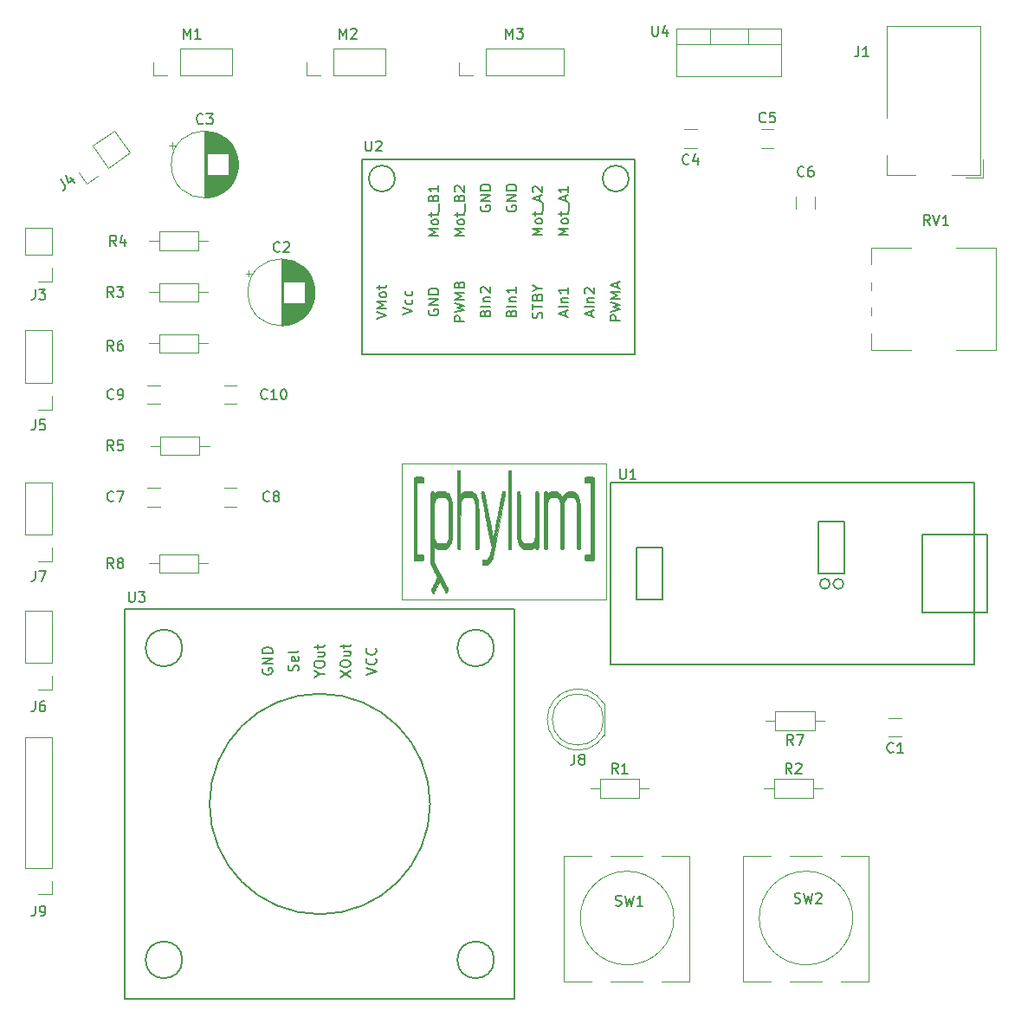
<source format=gbr>
G04 #@! TF.GenerationSoftware,KiCad,Pcbnew,(5.0.2)-1*
G04 #@! TF.CreationDate,2021-07-02T12:35:22-04:00*
G04 #@! TF.ProjectId,PhylumScope,5068796c-756d-4536-936f-70652e6b6963,rev?*
G04 #@! TF.SameCoordinates,Original*
G04 #@! TF.FileFunction,Legend,Top*
G04 #@! TF.FilePolarity,Positive*
%FSLAX46Y46*%
G04 Gerber Fmt 4.6, Leading zero omitted, Abs format (unit mm)*
G04 Created by KiCad (PCBNEW (5.0.2)-1) date 02-Jul-21 12:35:22 PM*
%MOMM*%
%LPD*%
G01*
G04 APERTURE LIST*
%ADD10C,0.120000*%
%ADD11C,0.150000*%
%ADD12C,0.010000*%
G04 APERTURE END LIST*
D10*
G04 #@! TO.C,C4*
X154979000Y-56920000D02*
X153721000Y-56920000D01*
X154979000Y-55080000D02*
X153721000Y-55080000D01*
G04 #@! TO.C,U4*
X152980000Y-45230000D02*
X163220000Y-45230000D01*
X152980000Y-49871000D02*
X163220000Y-49871000D01*
X152980000Y-45230000D02*
X152980000Y-49871000D01*
X163220000Y-45230000D02*
X163220000Y-49871000D01*
X152980000Y-46740000D02*
X163220000Y-46740000D01*
X156250000Y-45230000D02*
X156250000Y-46740000D01*
X159951000Y-45230000D02*
X159951000Y-46740000D01*
G04 #@! TO.C,C8*
X108721000Y-91920000D02*
X109979000Y-91920000D01*
X108721000Y-90080000D02*
X109979000Y-90080000D01*
G04 #@! TO.C,C7*
X101221000Y-90080000D02*
X102479000Y-90080000D01*
X101221000Y-91920000D02*
X102479000Y-91920000D01*
G04 #@! TO.C,C10*
X108721000Y-81920000D02*
X109979000Y-81920000D01*
X108721000Y-80080000D02*
X109979000Y-80080000D01*
G04 #@! TO.C,C9*
X101221000Y-80080000D02*
X102479000Y-80080000D01*
X101221000Y-81920000D02*
X102479000Y-81920000D01*
G04 #@! TO.C,J7*
X91930000Y-97290000D02*
X90600000Y-97290000D01*
X91930000Y-95960000D02*
X91930000Y-97290000D01*
X91930000Y-94690000D02*
X89270000Y-94690000D01*
X89270000Y-94690000D02*
X89270000Y-89550000D01*
X91930000Y-94690000D02*
X91930000Y-89550000D01*
X91930000Y-89550000D02*
X89270000Y-89550000D01*
G04 #@! TO.C,J6*
X91930000Y-102090000D02*
X89270000Y-102090000D01*
X91930000Y-107230000D02*
X91930000Y-102090000D01*
X89270000Y-107230000D02*
X89270000Y-102090000D01*
X91930000Y-107230000D02*
X89270000Y-107230000D01*
X91930000Y-108500000D02*
X91930000Y-109830000D01*
X91930000Y-109830000D02*
X90600000Y-109830000D01*
G04 #@! TO.C,J9*
X91930000Y-114470000D02*
X89270000Y-114470000D01*
X91930000Y-127230000D02*
X91930000Y-114470000D01*
X89270000Y-127230000D02*
X89270000Y-114470000D01*
X91930000Y-127230000D02*
X89270000Y-127230000D01*
X91930000Y-128500000D02*
X91930000Y-129830000D01*
X91930000Y-129830000D02*
X90600000Y-129830000D01*
G04 #@! TO.C,J8*
X140340000Y-112749538D02*
G75*
G03X145890000Y-114294830I2990000J-462D01*
G01*
X140340000Y-112750462D02*
G75*
G02X145890000Y-111205170I2990000J462D01*
G01*
X145830000Y-112750000D02*
G75*
G03X145830000Y-112750000I-2500000J0D01*
G01*
X145890000Y-114295000D02*
X145890000Y-111205000D01*
G04 #@! TO.C,R5*
X107280000Y-86000000D02*
X106330000Y-86000000D01*
X101540000Y-86000000D02*
X102490000Y-86000000D01*
X106330000Y-85080000D02*
X102490000Y-85080000D01*
X106330000Y-86920000D02*
X106330000Y-85080000D01*
X102490000Y-86920000D02*
X106330000Y-86920000D01*
X102490000Y-85080000D02*
X102490000Y-86920000D01*
G04 #@! TO.C,R6*
X102370000Y-75080000D02*
X102370000Y-76920000D01*
X102370000Y-76920000D02*
X106210000Y-76920000D01*
X106210000Y-76920000D02*
X106210000Y-75080000D01*
X106210000Y-75080000D02*
X102370000Y-75080000D01*
X101420000Y-76000000D02*
X102370000Y-76000000D01*
X107160000Y-76000000D02*
X106210000Y-76000000D01*
G04 #@! TO.C,R7*
X161674000Y-112863000D02*
X162624000Y-112863000D01*
X167414000Y-112863000D02*
X166464000Y-112863000D01*
X162624000Y-113783000D02*
X166464000Y-113783000D01*
X162624000Y-111943000D02*
X162624000Y-113783000D01*
X166464000Y-111943000D02*
X162624000Y-111943000D01*
X166464000Y-113783000D02*
X166464000Y-111943000D01*
G04 #@! TO.C,R8*
X106210000Y-98420000D02*
X106210000Y-96580000D01*
X106210000Y-96580000D02*
X102370000Y-96580000D01*
X102370000Y-96580000D02*
X102370000Y-98420000D01*
X102370000Y-98420000D02*
X106210000Y-98420000D01*
X107160000Y-97500000D02*
X106210000Y-97500000D01*
X101420000Y-97500000D02*
X102370000Y-97500000D01*
D11*
G04 #@! TO.C,U1*
X182110000Y-89610000D02*
X182110000Y-107390000D01*
X146550000Y-89610000D02*
X182110000Y-89610000D01*
X146550000Y-107390000D02*
X146550000Y-89610000D01*
X182110000Y-107390000D02*
X146550000Y-107390000D01*
X151630000Y-101040000D02*
X149090000Y-101040000D01*
X151630000Y-95960000D02*
X151630000Y-101040000D01*
X149090000Y-95960000D02*
X151630000Y-95960000D01*
X149090000Y-101040000D02*
X149090000Y-95960000D01*
X177030000Y-94690000D02*
X182110000Y-94690000D01*
X177030000Y-102310000D02*
X182110000Y-102310000D01*
X177030000Y-94690000D02*
X177030000Y-102310000D01*
X183380000Y-102310000D02*
X182110000Y-102310000D01*
X183380000Y-94690000D02*
X183380000Y-102310000D01*
X182110000Y-94690000D02*
X183380000Y-94690000D01*
X169300000Y-99490000D02*
G75*
G03X169300000Y-99490000I-500000J0D01*
G01*
X167980000Y-99490000D02*
G75*
G03X167980000Y-99490000I-500000J0D01*
G01*
X166870000Y-98500000D02*
X166870000Y-93420000D01*
X166870000Y-93420000D02*
X169410000Y-93420000D01*
X169410000Y-93420000D02*
X169410000Y-98500000D01*
X169410000Y-98500000D02*
X166870000Y-98500000D01*
D10*
G04 #@! TO.C,SW2*
X159450000Y-126100000D02*
X162170000Y-126100000D01*
X169030000Y-126100000D02*
X171750000Y-126100000D01*
X167170000Y-138400000D02*
X164030000Y-138400000D01*
X171750000Y-138400000D02*
X169030000Y-138400000D01*
X170219050Y-132150000D02*
G75*
G03X170219050Y-132150000I-4579050J0D01*
G01*
X162170000Y-138400000D02*
X159450000Y-138400000D01*
X171750000Y-126100000D02*
X171750000Y-138400000D01*
X164030000Y-126100000D02*
X167170000Y-126100000D01*
X159450000Y-138400000D02*
X159450000Y-126100000D01*
G04 #@! TO.C,SW1*
X141950000Y-138400000D02*
X141950000Y-126100000D01*
X146530000Y-126100000D02*
X149670000Y-126100000D01*
X154250000Y-126100000D02*
X154250000Y-138400000D01*
X144670000Y-138400000D02*
X141950000Y-138400000D01*
X152719050Y-132150000D02*
G75*
G03X152719050Y-132150000I-4579050J0D01*
G01*
X154250000Y-138400000D02*
X151530000Y-138400000D01*
X149670000Y-138400000D02*
X146530000Y-138400000D01*
X151530000Y-126100000D02*
X154250000Y-126100000D01*
X141950000Y-126100000D02*
X144670000Y-126100000D01*
G04 #@! TO.C,C2*
X117620000Y-71000000D02*
G75*
G03X117620000Y-71000000I-3270000J0D01*
G01*
X114350000Y-67770000D02*
X114350000Y-74230000D01*
X114390000Y-67770000D02*
X114390000Y-74230000D01*
X114430000Y-67770000D02*
X114430000Y-74230000D01*
X114470000Y-67772000D02*
X114470000Y-74228000D01*
X114510000Y-67773000D02*
X114510000Y-74227000D01*
X114550000Y-67776000D02*
X114550000Y-74224000D01*
X114590000Y-67778000D02*
X114590000Y-69960000D01*
X114590000Y-72040000D02*
X114590000Y-74222000D01*
X114630000Y-67782000D02*
X114630000Y-69960000D01*
X114630000Y-72040000D02*
X114630000Y-74218000D01*
X114670000Y-67785000D02*
X114670000Y-69960000D01*
X114670000Y-72040000D02*
X114670000Y-74215000D01*
X114710000Y-67789000D02*
X114710000Y-69960000D01*
X114710000Y-72040000D02*
X114710000Y-74211000D01*
X114750000Y-67794000D02*
X114750000Y-69960000D01*
X114750000Y-72040000D02*
X114750000Y-74206000D01*
X114790000Y-67799000D02*
X114790000Y-69960000D01*
X114790000Y-72040000D02*
X114790000Y-74201000D01*
X114830000Y-67805000D02*
X114830000Y-69960000D01*
X114830000Y-72040000D02*
X114830000Y-74195000D01*
X114870000Y-67811000D02*
X114870000Y-69960000D01*
X114870000Y-72040000D02*
X114870000Y-74189000D01*
X114910000Y-67818000D02*
X114910000Y-69960000D01*
X114910000Y-72040000D02*
X114910000Y-74182000D01*
X114950000Y-67825000D02*
X114950000Y-69960000D01*
X114950000Y-72040000D02*
X114950000Y-74175000D01*
X114990000Y-67833000D02*
X114990000Y-69960000D01*
X114990000Y-72040000D02*
X114990000Y-74167000D01*
X115030000Y-67841000D02*
X115030000Y-69960000D01*
X115030000Y-72040000D02*
X115030000Y-74159000D01*
X115071000Y-67850000D02*
X115071000Y-69960000D01*
X115071000Y-72040000D02*
X115071000Y-74150000D01*
X115111000Y-67859000D02*
X115111000Y-69960000D01*
X115111000Y-72040000D02*
X115111000Y-74141000D01*
X115151000Y-67869000D02*
X115151000Y-69960000D01*
X115151000Y-72040000D02*
X115151000Y-74131000D01*
X115191000Y-67879000D02*
X115191000Y-69960000D01*
X115191000Y-72040000D02*
X115191000Y-74121000D01*
X115231000Y-67890000D02*
X115231000Y-69960000D01*
X115231000Y-72040000D02*
X115231000Y-74110000D01*
X115271000Y-67902000D02*
X115271000Y-69960000D01*
X115271000Y-72040000D02*
X115271000Y-74098000D01*
X115311000Y-67914000D02*
X115311000Y-69960000D01*
X115311000Y-72040000D02*
X115311000Y-74086000D01*
X115351000Y-67926000D02*
X115351000Y-69960000D01*
X115351000Y-72040000D02*
X115351000Y-74074000D01*
X115391000Y-67939000D02*
X115391000Y-69960000D01*
X115391000Y-72040000D02*
X115391000Y-74061000D01*
X115431000Y-67953000D02*
X115431000Y-69960000D01*
X115431000Y-72040000D02*
X115431000Y-74047000D01*
X115471000Y-67967000D02*
X115471000Y-69960000D01*
X115471000Y-72040000D02*
X115471000Y-74033000D01*
X115511000Y-67982000D02*
X115511000Y-69960000D01*
X115511000Y-72040000D02*
X115511000Y-74018000D01*
X115551000Y-67998000D02*
X115551000Y-69960000D01*
X115551000Y-72040000D02*
X115551000Y-74002000D01*
X115591000Y-68014000D02*
X115591000Y-69960000D01*
X115591000Y-72040000D02*
X115591000Y-73986000D01*
X115631000Y-68030000D02*
X115631000Y-69960000D01*
X115631000Y-72040000D02*
X115631000Y-73970000D01*
X115671000Y-68048000D02*
X115671000Y-69960000D01*
X115671000Y-72040000D02*
X115671000Y-73952000D01*
X115711000Y-68066000D02*
X115711000Y-69960000D01*
X115711000Y-72040000D02*
X115711000Y-73934000D01*
X115751000Y-68084000D02*
X115751000Y-69960000D01*
X115751000Y-72040000D02*
X115751000Y-73916000D01*
X115791000Y-68104000D02*
X115791000Y-69960000D01*
X115791000Y-72040000D02*
X115791000Y-73896000D01*
X115831000Y-68124000D02*
X115831000Y-69960000D01*
X115831000Y-72040000D02*
X115831000Y-73876000D01*
X115871000Y-68144000D02*
X115871000Y-69960000D01*
X115871000Y-72040000D02*
X115871000Y-73856000D01*
X115911000Y-68166000D02*
X115911000Y-69960000D01*
X115911000Y-72040000D02*
X115911000Y-73834000D01*
X115951000Y-68188000D02*
X115951000Y-69960000D01*
X115951000Y-72040000D02*
X115951000Y-73812000D01*
X115991000Y-68210000D02*
X115991000Y-69960000D01*
X115991000Y-72040000D02*
X115991000Y-73790000D01*
X116031000Y-68234000D02*
X116031000Y-69960000D01*
X116031000Y-72040000D02*
X116031000Y-73766000D01*
X116071000Y-68258000D02*
X116071000Y-69960000D01*
X116071000Y-72040000D02*
X116071000Y-73742000D01*
X116111000Y-68284000D02*
X116111000Y-69960000D01*
X116111000Y-72040000D02*
X116111000Y-73716000D01*
X116151000Y-68310000D02*
X116151000Y-69960000D01*
X116151000Y-72040000D02*
X116151000Y-73690000D01*
X116191000Y-68336000D02*
X116191000Y-69960000D01*
X116191000Y-72040000D02*
X116191000Y-73664000D01*
X116231000Y-68364000D02*
X116231000Y-69960000D01*
X116231000Y-72040000D02*
X116231000Y-73636000D01*
X116271000Y-68393000D02*
X116271000Y-69960000D01*
X116271000Y-72040000D02*
X116271000Y-73607000D01*
X116311000Y-68422000D02*
X116311000Y-69960000D01*
X116311000Y-72040000D02*
X116311000Y-73578000D01*
X116351000Y-68452000D02*
X116351000Y-69960000D01*
X116351000Y-72040000D02*
X116351000Y-73548000D01*
X116391000Y-68484000D02*
X116391000Y-69960000D01*
X116391000Y-72040000D02*
X116391000Y-73516000D01*
X116431000Y-68516000D02*
X116431000Y-69960000D01*
X116431000Y-72040000D02*
X116431000Y-73484000D01*
X116471000Y-68550000D02*
X116471000Y-69960000D01*
X116471000Y-72040000D02*
X116471000Y-73450000D01*
X116511000Y-68584000D02*
X116511000Y-69960000D01*
X116511000Y-72040000D02*
X116511000Y-73416000D01*
X116551000Y-68620000D02*
X116551000Y-69960000D01*
X116551000Y-72040000D02*
X116551000Y-73380000D01*
X116591000Y-68657000D02*
X116591000Y-69960000D01*
X116591000Y-72040000D02*
X116591000Y-73343000D01*
X116631000Y-68695000D02*
X116631000Y-69960000D01*
X116631000Y-72040000D02*
X116631000Y-73305000D01*
X116671000Y-68735000D02*
X116671000Y-73265000D01*
X116711000Y-68776000D02*
X116711000Y-73224000D01*
X116751000Y-68818000D02*
X116751000Y-73182000D01*
X116791000Y-68863000D02*
X116791000Y-73137000D01*
X116831000Y-68908000D02*
X116831000Y-73092000D01*
X116871000Y-68956000D02*
X116871000Y-73044000D01*
X116911000Y-69005000D02*
X116911000Y-72995000D01*
X116951000Y-69056000D02*
X116951000Y-72944000D01*
X116991000Y-69110000D02*
X116991000Y-72890000D01*
X117031000Y-69166000D02*
X117031000Y-72834000D01*
X117071000Y-69224000D02*
X117071000Y-72776000D01*
X117111000Y-69286000D02*
X117111000Y-72714000D01*
X117151000Y-69350000D02*
X117151000Y-72650000D01*
X117191000Y-69419000D02*
X117191000Y-72581000D01*
X117231000Y-69491000D02*
X117231000Y-72509000D01*
X117271000Y-69568000D02*
X117271000Y-72432000D01*
X117311000Y-69650000D02*
X117311000Y-72350000D01*
X117351000Y-69738000D02*
X117351000Y-72262000D01*
X117391000Y-69835000D02*
X117391000Y-72165000D01*
X117431000Y-69941000D02*
X117431000Y-72059000D01*
X117471000Y-70060000D02*
X117471000Y-71940000D01*
X117511000Y-70198000D02*
X117511000Y-71802000D01*
X117551000Y-70367000D02*
X117551000Y-71633000D01*
X117591000Y-70598000D02*
X117591000Y-71402000D01*
X110849759Y-69161000D02*
X111479759Y-69161000D01*
X111164759Y-68846000D02*
X111164759Y-69476000D01*
G04 #@! TO.C,C3*
X103664759Y-56346000D02*
X103664759Y-56976000D01*
X103349759Y-56661000D02*
X103979759Y-56661000D01*
X110091000Y-58098000D02*
X110091000Y-58902000D01*
X110051000Y-57867000D02*
X110051000Y-59133000D01*
X110011000Y-57698000D02*
X110011000Y-59302000D01*
X109971000Y-57560000D02*
X109971000Y-59440000D01*
X109931000Y-57441000D02*
X109931000Y-59559000D01*
X109891000Y-57335000D02*
X109891000Y-59665000D01*
X109851000Y-57238000D02*
X109851000Y-59762000D01*
X109811000Y-57150000D02*
X109811000Y-59850000D01*
X109771000Y-57068000D02*
X109771000Y-59932000D01*
X109731000Y-56991000D02*
X109731000Y-60009000D01*
X109691000Y-56919000D02*
X109691000Y-60081000D01*
X109651000Y-56850000D02*
X109651000Y-60150000D01*
X109611000Y-56786000D02*
X109611000Y-60214000D01*
X109571000Y-56724000D02*
X109571000Y-60276000D01*
X109531000Y-56666000D02*
X109531000Y-60334000D01*
X109491000Y-56610000D02*
X109491000Y-60390000D01*
X109451000Y-56556000D02*
X109451000Y-60444000D01*
X109411000Y-56505000D02*
X109411000Y-60495000D01*
X109371000Y-56456000D02*
X109371000Y-60544000D01*
X109331000Y-56408000D02*
X109331000Y-60592000D01*
X109291000Y-56363000D02*
X109291000Y-60637000D01*
X109251000Y-56318000D02*
X109251000Y-60682000D01*
X109211000Y-56276000D02*
X109211000Y-60724000D01*
X109171000Y-56235000D02*
X109171000Y-60765000D01*
X109131000Y-59540000D02*
X109131000Y-60805000D01*
X109131000Y-56195000D02*
X109131000Y-57460000D01*
X109091000Y-59540000D02*
X109091000Y-60843000D01*
X109091000Y-56157000D02*
X109091000Y-57460000D01*
X109051000Y-59540000D02*
X109051000Y-60880000D01*
X109051000Y-56120000D02*
X109051000Y-57460000D01*
X109011000Y-59540000D02*
X109011000Y-60916000D01*
X109011000Y-56084000D02*
X109011000Y-57460000D01*
X108971000Y-59540000D02*
X108971000Y-60950000D01*
X108971000Y-56050000D02*
X108971000Y-57460000D01*
X108931000Y-59540000D02*
X108931000Y-60984000D01*
X108931000Y-56016000D02*
X108931000Y-57460000D01*
X108891000Y-59540000D02*
X108891000Y-61016000D01*
X108891000Y-55984000D02*
X108891000Y-57460000D01*
X108851000Y-59540000D02*
X108851000Y-61048000D01*
X108851000Y-55952000D02*
X108851000Y-57460000D01*
X108811000Y-59540000D02*
X108811000Y-61078000D01*
X108811000Y-55922000D02*
X108811000Y-57460000D01*
X108771000Y-59540000D02*
X108771000Y-61107000D01*
X108771000Y-55893000D02*
X108771000Y-57460000D01*
X108731000Y-59540000D02*
X108731000Y-61136000D01*
X108731000Y-55864000D02*
X108731000Y-57460000D01*
X108691000Y-59540000D02*
X108691000Y-61164000D01*
X108691000Y-55836000D02*
X108691000Y-57460000D01*
X108651000Y-59540000D02*
X108651000Y-61190000D01*
X108651000Y-55810000D02*
X108651000Y-57460000D01*
X108611000Y-59540000D02*
X108611000Y-61216000D01*
X108611000Y-55784000D02*
X108611000Y-57460000D01*
X108571000Y-59540000D02*
X108571000Y-61242000D01*
X108571000Y-55758000D02*
X108571000Y-57460000D01*
X108531000Y-59540000D02*
X108531000Y-61266000D01*
X108531000Y-55734000D02*
X108531000Y-57460000D01*
X108491000Y-59540000D02*
X108491000Y-61290000D01*
X108491000Y-55710000D02*
X108491000Y-57460000D01*
X108451000Y-59540000D02*
X108451000Y-61312000D01*
X108451000Y-55688000D02*
X108451000Y-57460000D01*
X108411000Y-59540000D02*
X108411000Y-61334000D01*
X108411000Y-55666000D02*
X108411000Y-57460000D01*
X108371000Y-59540000D02*
X108371000Y-61356000D01*
X108371000Y-55644000D02*
X108371000Y-57460000D01*
X108331000Y-59540000D02*
X108331000Y-61376000D01*
X108331000Y-55624000D02*
X108331000Y-57460000D01*
X108291000Y-59540000D02*
X108291000Y-61396000D01*
X108291000Y-55604000D02*
X108291000Y-57460000D01*
X108251000Y-59540000D02*
X108251000Y-61416000D01*
X108251000Y-55584000D02*
X108251000Y-57460000D01*
X108211000Y-59540000D02*
X108211000Y-61434000D01*
X108211000Y-55566000D02*
X108211000Y-57460000D01*
X108171000Y-59540000D02*
X108171000Y-61452000D01*
X108171000Y-55548000D02*
X108171000Y-57460000D01*
X108131000Y-59540000D02*
X108131000Y-61470000D01*
X108131000Y-55530000D02*
X108131000Y-57460000D01*
X108091000Y-59540000D02*
X108091000Y-61486000D01*
X108091000Y-55514000D02*
X108091000Y-57460000D01*
X108051000Y-59540000D02*
X108051000Y-61502000D01*
X108051000Y-55498000D02*
X108051000Y-57460000D01*
X108011000Y-59540000D02*
X108011000Y-61518000D01*
X108011000Y-55482000D02*
X108011000Y-57460000D01*
X107971000Y-59540000D02*
X107971000Y-61533000D01*
X107971000Y-55467000D02*
X107971000Y-57460000D01*
X107931000Y-59540000D02*
X107931000Y-61547000D01*
X107931000Y-55453000D02*
X107931000Y-57460000D01*
X107891000Y-59540000D02*
X107891000Y-61561000D01*
X107891000Y-55439000D02*
X107891000Y-57460000D01*
X107851000Y-59540000D02*
X107851000Y-61574000D01*
X107851000Y-55426000D02*
X107851000Y-57460000D01*
X107811000Y-59540000D02*
X107811000Y-61586000D01*
X107811000Y-55414000D02*
X107811000Y-57460000D01*
X107771000Y-59540000D02*
X107771000Y-61598000D01*
X107771000Y-55402000D02*
X107771000Y-57460000D01*
X107731000Y-59540000D02*
X107731000Y-61610000D01*
X107731000Y-55390000D02*
X107731000Y-57460000D01*
X107691000Y-59540000D02*
X107691000Y-61621000D01*
X107691000Y-55379000D02*
X107691000Y-57460000D01*
X107651000Y-59540000D02*
X107651000Y-61631000D01*
X107651000Y-55369000D02*
X107651000Y-57460000D01*
X107611000Y-59540000D02*
X107611000Y-61641000D01*
X107611000Y-55359000D02*
X107611000Y-57460000D01*
X107571000Y-59540000D02*
X107571000Y-61650000D01*
X107571000Y-55350000D02*
X107571000Y-57460000D01*
X107530000Y-59540000D02*
X107530000Y-61659000D01*
X107530000Y-55341000D02*
X107530000Y-57460000D01*
X107490000Y-59540000D02*
X107490000Y-61667000D01*
X107490000Y-55333000D02*
X107490000Y-57460000D01*
X107450000Y-59540000D02*
X107450000Y-61675000D01*
X107450000Y-55325000D02*
X107450000Y-57460000D01*
X107410000Y-59540000D02*
X107410000Y-61682000D01*
X107410000Y-55318000D02*
X107410000Y-57460000D01*
X107370000Y-59540000D02*
X107370000Y-61689000D01*
X107370000Y-55311000D02*
X107370000Y-57460000D01*
X107330000Y-59540000D02*
X107330000Y-61695000D01*
X107330000Y-55305000D02*
X107330000Y-57460000D01*
X107290000Y-59540000D02*
X107290000Y-61701000D01*
X107290000Y-55299000D02*
X107290000Y-57460000D01*
X107250000Y-59540000D02*
X107250000Y-61706000D01*
X107250000Y-55294000D02*
X107250000Y-57460000D01*
X107210000Y-59540000D02*
X107210000Y-61711000D01*
X107210000Y-55289000D02*
X107210000Y-57460000D01*
X107170000Y-59540000D02*
X107170000Y-61715000D01*
X107170000Y-55285000D02*
X107170000Y-57460000D01*
X107130000Y-59540000D02*
X107130000Y-61718000D01*
X107130000Y-55282000D02*
X107130000Y-57460000D01*
X107090000Y-59540000D02*
X107090000Y-61722000D01*
X107090000Y-55278000D02*
X107090000Y-57460000D01*
X107050000Y-55276000D02*
X107050000Y-61724000D01*
X107010000Y-55273000D02*
X107010000Y-61727000D01*
X106970000Y-55272000D02*
X106970000Y-61728000D01*
X106930000Y-55270000D02*
X106930000Y-61730000D01*
X106890000Y-55270000D02*
X106890000Y-61730000D01*
X106850000Y-55270000D02*
X106850000Y-61730000D01*
X110120000Y-58500000D02*
G75*
G03X110120000Y-58500000I-3270000J0D01*
G01*
G04 #@! TO.C,C5*
X161221000Y-55080000D02*
X162479000Y-55080000D01*
X161221000Y-56920000D02*
X162479000Y-56920000D01*
G04 #@! TO.C,C6*
X164680000Y-61621000D02*
X164680000Y-62879000D01*
X166520000Y-61621000D02*
X166520000Y-62879000D01*
G04 #@! TO.C,C1*
X174979000Y-114420000D02*
X173721000Y-114420000D01*
X174979000Y-112580000D02*
X173721000Y-112580000D01*
G04 #@! TO.C,J1*
X182940000Y-59790000D02*
X181200000Y-59790000D01*
X182940000Y-58050000D02*
X182940000Y-59790000D01*
X173500000Y-59550000D02*
X173500000Y-57550000D01*
X176300000Y-59550000D02*
X173500000Y-59550000D01*
X182700000Y-59550000D02*
X179900000Y-59550000D01*
X182700000Y-44950000D02*
X182700000Y-59550000D01*
X173500000Y-44950000D02*
X182700000Y-44950000D01*
X173500000Y-53950000D02*
X173500000Y-44950000D01*
G04 #@! TO.C,J3*
X91930000Y-69910000D02*
X90600000Y-69910000D01*
X91930000Y-68580000D02*
X91930000Y-69910000D01*
X91930000Y-67310000D02*
X89270000Y-67310000D01*
X89270000Y-67310000D02*
X89270000Y-64710000D01*
X91930000Y-67310000D02*
X91930000Y-64710000D01*
X91930000Y-64710000D02*
X89270000Y-64710000D01*
G04 #@! TO.C,J4*
X99532975Y-57369731D02*
X98007262Y-55190787D01*
X97403180Y-58861030D02*
X99532975Y-57369731D01*
X95877466Y-56682086D02*
X98007262Y-55190787D01*
X97403180Y-58861030D02*
X95877466Y-56682086D01*
X96362857Y-59589472D02*
X95273384Y-60352329D01*
X95273384Y-60352329D02*
X94510528Y-59262857D01*
G04 #@! TO.C,J5*
X91930000Y-74710000D02*
X89270000Y-74710000D01*
X91930000Y-79850000D02*
X91930000Y-74710000D01*
X89270000Y-79850000D02*
X89270000Y-74710000D01*
X91930000Y-79850000D02*
X89270000Y-79850000D01*
X91930000Y-81120000D02*
X91930000Y-82450000D01*
X91930000Y-82450000D02*
X90600000Y-82450000D01*
G04 #@! TO.C,M1*
X101810000Y-49830000D02*
X101810000Y-48500000D01*
X103140000Y-49830000D02*
X101810000Y-49830000D01*
X104410000Y-49830000D02*
X104410000Y-47170000D01*
X104410000Y-47170000D02*
X109550000Y-47170000D01*
X104410000Y-49830000D02*
X109550000Y-49830000D01*
X109550000Y-49830000D02*
X109550000Y-47170000D01*
G04 #@! TO.C,M2*
X124550000Y-49830000D02*
X124550000Y-47170000D01*
X119410000Y-49830000D02*
X124550000Y-49830000D01*
X119410000Y-47170000D02*
X124550000Y-47170000D01*
X119410000Y-49830000D02*
X119410000Y-47170000D01*
X118140000Y-49830000D02*
X116810000Y-49830000D01*
X116810000Y-49830000D02*
X116810000Y-48500000D01*
G04 #@! TO.C,M3*
X141970000Y-49830000D02*
X141970000Y-47170000D01*
X134290000Y-49830000D02*
X141970000Y-49830000D01*
X134290000Y-47170000D02*
X141970000Y-47170000D01*
X134290000Y-49830000D02*
X134290000Y-47170000D01*
X133020000Y-49830000D02*
X131690000Y-49830000D01*
X131690000Y-49830000D02*
X131690000Y-48500000D01*
G04 #@! TO.C,RV1*
X171980000Y-66629000D02*
X175917000Y-66629000D01*
X180284000Y-66629000D02*
X184220000Y-66629000D01*
X171980000Y-76670000D02*
X175917000Y-76670000D01*
X180284000Y-76670000D02*
X184220000Y-76670000D01*
X171980000Y-66629000D02*
X171980000Y-68279000D01*
X171980000Y-70021000D02*
X171980000Y-70780000D01*
X171980000Y-72521000D02*
X171980000Y-73280000D01*
X171980000Y-75020000D02*
X171980000Y-76670000D01*
X184220000Y-66629000D02*
X184220000Y-76670000D01*
G04 #@! TO.C,R1*
X150280000Y-119500000D02*
X149330000Y-119500000D01*
X144540000Y-119500000D02*
X145490000Y-119500000D01*
X149330000Y-118580000D02*
X145490000Y-118580000D01*
X149330000Y-120420000D02*
X149330000Y-118580000D01*
X145490000Y-120420000D02*
X149330000Y-120420000D01*
X145490000Y-118580000D02*
X145490000Y-120420000D01*
G04 #@! TO.C,R2*
X162490000Y-118580000D02*
X162490000Y-120420000D01*
X162490000Y-120420000D02*
X166330000Y-120420000D01*
X166330000Y-120420000D02*
X166330000Y-118580000D01*
X166330000Y-118580000D02*
X162490000Y-118580000D01*
X161540000Y-119500000D02*
X162490000Y-119500000D01*
X167280000Y-119500000D02*
X166330000Y-119500000D01*
G04 #@! TO.C,R3*
X101420000Y-71000000D02*
X102370000Y-71000000D01*
X107160000Y-71000000D02*
X106210000Y-71000000D01*
X102370000Y-71920000D02*
X106210000Y-71920000D01*
X102370000Y-70080000D02*
X102370000Y-71920000D01*
X106210000Y-70080000D02*
X102370000Y-70080000D01*
X106210000Y-71920000D02*
X106210000Y-70080000D01*
G04 #@! TO.C,R4*
X106210000Y-66920000D02*
X106210000Y-65080000D01*
X106210000Y-65080000D02*
X102370000Y-65080000D01*
X102370000Y-65080000D02*
X102370000Y-66920000D01*
X102370000Y-66920000D02*
X106210000Y-66920000D01*
X107160000Y-66000000D02*
X106210000Y-66000000D01*
X101420000Y-66000000D02*
X102370000Y-66000000D01*
D11*
G04 #@! TO.C,U3*
X104656051Y-136240000D02*
G75*
G03X104656051Y-136240000I-1796051J0D01*
G01*
X135136051Y-136240000D02*
G75*
G03X135136051Y-136240000I-1796051J0D01*
G01*
X104656051Y-105760000D02*
G75*
G03X104656051Y-105760000I-1796051J0D01*
G01*
X135136051Y-105760000D02*
G75*
G03X135136051Y-105760000I-1796051J0D01*
G01*
X128876307Y-121000000D02*
G75*
G03X128876307Y-121000000I-10776307J0D01*
G01*
X137150000Y-140050000D02*
X99050000Y-140050000D01*
X99050000Y-101950000D02*
X137150000Y-101950000D01*
X99050000Y-140050000D02*
X99050000Y-101950000D01*
X137150000Y-101950000D02*
X137150000Y-140050000D01*
G04 #@! TO.C,U2*
X122265000Y-77025000D02*
X148935000Y-77025000D01*
X148935000Y-77025000D02*
X148935000Y-57975000D01*
X148935000Y-57975000D02*
X122265000Y-57975000D01*
X122265000Y-57975000D02*
X122265000Y-77025000D01*
X125440000Y-59880000D02*
G75*
G03X125440000Y-59880000I-1270000J0D01*
G01*
X148300000Y-59880000D02*
G75*
G03X148300000Y-59880000I-1270000J0D01*
G01*
D12*
G04 #@! TO.C,*
G36*
X142657885Y-90445166D02*
X142722739Y-90448830D01*
X142784658Y-90454586D01*
X142840875Y-90462277D01*
X142888625Y-90471745D01*
X142925143Y-90482831D01*
X142926141Y-90483229D01*
X143024283Y-90532939D01*
X143112772Y-90599806D01*
X143193534Y-90685703D01*
X143268493Y-90792501D01*
X143300522Y-90847296D01*
X143359300Y-90962936D01*
X143408238Y-91081906D01*
X143448812Y-91209202D01*
X143482497Y-91349822D01*
X143510768Y-91508765D01*
X143524571Y-91606000D01*
X143526531Y-91621187D01*
X143528313Y-91636392D01*
X143529927Y-91652904D01*
X143531383Y-91672015D01*
X143532691Y-91695013D01*
X143533860Y-91723188D01*
X143534901Y-91757831D01*
X143535824Y-91800232D01*
X143536637Y-91851679D01*
X143537352Y-91913463D01*
X143537978Y-91986874D01*
X143538525Y-92073202D01*
X143539002Y-92173737D01*
X143539421Y-92289768D01*
X143539789Y-92422585D01*
X143540119Y-92573479D01*
X143540418Y-92743739D01*
X143540698Y-92934654D01*
X143540968Y-93147516D01*
X143541237Y-93383614D01*
X143541517Y-93644237D01*
X143541728Y-93846107D01*
X143543944Y-95972583D01*
X143527903Y-96017247D01*
X143509969Y-96061183D01*
X143491319Y-96090558D01*
X143468350Y-96108560D01*
X143437458Y-96118373D01*
X143409366Y-96122061D01*
X143360029Y-96121707D01*
X143321479Y-96109699D01*
X143291485Y-96084696D01*
X143267816Y-96045358D01*
X143263032Y-96034141D01*
X143243750Y-95986248D01*
X143240158Y-93886361D01*
X143236565Y-91786473D01*
X143220796Y-91679526D01*
X143191993Y-91523491D01*
X143154642Y-91388602D01*
X143108582Y-91274501D01*
X143053648Y-91180830D01*
X142989681Y-91107231D01*
X142944928Y-91071188D01*
X142914794Y-91051827D01*
X142885066Y-91036379D01*
X142853778Y-91024507D01*
X142818963Y-91015870D01*
X142778655Y-91010131D01*
X142730888Y-91006950D01*
X142673694Y-91005989D01*
X142605107Y-91006908D01*
X142576261Y-91007663D01*
X142507337Y-91010127D01*
X142450366Y-91013639D01*
X142403189Y-91018895D01*
X142363651Y-91026588D01*
X142329592Y-91037413D01*
X142298856Y-91052063D01*
X142269286Y-91071232D01*
X142238724Y-91095615D01*
X142205012Y-91125906D01*
X142203056Y-91127727D01*
X142172689Y-91158254D01*
X142146384Y-91190737D01*
X142120208Y-91230800D01*
X142090223Y-91284068D01*
X142079309Y-91304578D01*
X142035430Y-91395496D01*
X142001749Y-91484845D01*
X141975754Y-91580948D01*
X141954930Y-91692129D01*
X141947902Y-91739684D01*
X141932059Y-91853316D01*
X141928210Y-93925421D01*
X141927694Y-94200778D01*
X141927212Y-94450660D01*
X141926753Y-94676328D01*
X141926307Y-94879044D01*
X141925864Y-95060068D01*
X141925413Y-95220662D01*
X141924944Y-95362087D01*
X141924447Y-95485605D01*
X141923911Y-95592476D01*
X141923326Y-95683963D01*
X141922682Y-95761327D01*
X141921968Y-95825829D01*
X141921174Y-95878730D01*
X141920290Y-95921291D01*
X141919306Y-95954775D01*
X141918211Y-95980442D01*
X141916995Y-95999554D01*
X141915647Y-96013371D01*
X141914158Y-96023156D01*
X141912517Y-96030169D01*
X141910966Y-96034973D01*
X141895800Y-96069641D01*
X141877538Y-96093519D01*
X141853422Y-96108350D01*
X141820693Y-96115874D01*
X141779723Y-96117842D01*
X141735107Y-96115080D01*
X141701703Y-96105490D01*
X141676845Y-96087119D01*
X141657870Y-96058012D01*
X141642389Y-96017106D01*
X141640496Y-96010680D01*
X141638774Y-96003350D01*
X141637214Y-95993858D01*
X141635803Y-95980949D01*
X141634533Y-95963363D01*
X141633392Y-95939845D01*
X141632370Y-95909136D01*
X141631456Y-95869979D01*
X141630640Y-95821117D01*
X141629911Y-95761294D01*
X141629259Y-95689250D01*
X141628674Y-95603730D01*
X141628143Y-95503476D01*
X141627658Y-95387231D01*
X141627208Y-95253737D01*
X141626782Y-95101737D01*
X141626369Y-94929974D01*
X141625959Y-94737191D01*
X141625542Y-94522130D01*
X141625107Y-94283533D01*
X141624643Y-94020145D01*
X141624374Y-93865263D01*
X141620720Y-91759737D01*
X141604575Y-91659473D01*
X141574314Y-91508313D01*
X141535424Y-91375732D01*
X141488442Y-91263036D01*
X141433909Y-91171526D01*
X141375536Y-91105349D01*
X141343971Y-91078371D01*
X141313480Y-91056460D01*
X141282192Y-91039171D01*
X141248232Y-91026059D01*
X141209729Y-91016678D01*
X141164809Y-91010584D01*
X141111599Y-91007331D01*
X141048227Y-91006475D01*
X140972819Y-91007571D01*
X140964806Y-91007764D01*
X140893650Y-91009923D01*
X140834621Y-91012934D01*
X140785734Y-91017392D01*
X140745005Y-91023891D01*
X140710450Y-91033025D01*
X140680085Y-91045389D01*
X140651926Y-91061577D01*
X140623989Y-91082183D01*
X140594289Y-91107802D01*
X140576750Y-91123995D01*
X140507011Y-91201828D01*
X140448575Y-91294676D01*
X140400728Y-91404149D01*
X140362757Y-91531858D01*
X140335726Y-91668129D01*
X140334068Y-91679680D01*
X140332556Y-91693533D01*
X140331181Y-91710956D01*
X140329933Y-91733217D01*
X140328803Y-91761586D01*
X140327781Y-91797331D01*
X140326858Y-91841720D01*
X140326025Y-91896021D01*
X140325272Y-91961503D01*
X140324589Y-92039435D01*
X140323968Y-92131085D01*
X140323399Y-92237722D01*
X140322872Y-92360613D01*
X140322378Y-92501028D01*
X140321907Y-92660235D01*
X140321451Y-92839502D01*
X140320999Y-93040097D01*
X140320542Y-93263290D01*
X140320072Y-93510349D01*
X140319577Y-93782542D01*
X140319442Y-93858579D01*
X140318947Y-94136509D01*
X140318487Y-94388958D01*
X140318052Y-94617181D01*
X140317631Y-94822432D01*
X140317213Y-95005968D01*
X140316789Y-95169043D01*
X140316348Y-95312913D01*
X140315879Y-95438832D01*
X140315371Y-95548056D01*
X140314815Y-95641840D01*
X140314199Y-95721440D01*
X140313513Y-95788110D01*
X140312746Y-95843105D01*
X140311889Y-95887682D01*
X140310930Y-95923095D01*
X140309858Y-95950599D01*
X140308664Y-95971450D01*
X140307337Y-95986902D01*
X140305867Y-95998211D01*
X140304242Y-96006633D01*
X140302452Y-96013421D01*
X140301334Y-96017106D01*
X140283993Y-96060861D01*
X140262015Y-96090927D01*
X140232720Y-96109490D01*
X140193429Y-96118736D01*
X140174888Y-96120285D01*
X140144035Y-96120618D01*
X140116670Y-96118545D01*
X140097242Y-96114490D01*
X140092835Y-96112497D01*
X140057549Y-96079354D01*
X140032721Y-96030721D01*
X140027025Y-96011433D01*
X140025702Y-96004356D01*
X140024487Y-95993400D01*
X140023375Y-95977477D01*
X140022361Y-95955499D01*
X140021440Y-95926376D01*
X140020610Y-95889020D01*
X140019864Y-95842343D01*
X140019198Y-95785256D01*
X140018609Y-95716671D01*
X140018091Y-95635499D01*
X140017641Y-95540652D01*
X140017253Y-95431040D01*
X140016923Y-95305576D01*
X140016646Y-95163171D01*
X140016419Y-95002737D01*
X140016237Y-94823184D01*
X140016095Y-94623425D01*
X140015989Y-94402371D01*
X140015914Y-94158933D01*
X140015867Y-93892022D01*
X140015841Y-93600551D01*
X140015834Y-93283737D01*
X140015819Y-92964183D01*
X140015789Y-92670280D01*
X140015761Y-92400940D01*
X140015754Y-92155075D01*
X140015787Y-91931600D01*
X140015879Y-91729428D01*
X140016047Y-91547471D01*
X140016312Y-91384642D01*
X140016692Y-91239856D01*
X140017205Y-91112024D01*
X140017870Y-91000061D01*
X140018706Y-90902878D01*
X140019732Y-90819390D01*
X140020965Y-90748509D01*
X140022426Y-90689149D01*
X140024132Y-90640223D01*
X140026103Y-90600643D01*
X140028356Y-90569324D01*
X140030911Y-90545177D01*
X140033787Y-90527117D01*
X140037002Y-90514056D01*
X140040574Y-90504907D01*
X140044523Y-90498584D01*
X140048867Y-90494000D01*
X140053626Y-90490068D01*
X140058817Y-90485701D01*
X140064071Y-90480270D01*
X140079788Y-90465048D01*
X140098140Y-90455162D01*
X140122993Y-90449174D01*
X140156806Y-90445739D01*
X140189915Y-90444288D01*
X140213142Y-90446071D01*
X140230673Y-90452206D01*
X140246694Y-90463811D01*
X140255561Y-90472127D01*
X140282818Y-90507140D01*
X140301319Y-90552565D01*
X140312508Y-90613470D01*
X140317669Y-90689864D01*
X140320950Y-90786738D01*
X140371239Y-90714465D01*
X140446791Y-90621683D01*
X140529978Y-90550018D01*
X140580278Y-90518685D01*
X140614093Y-90500913D01*
X140645420Y-90486457D01*
X140676247Y-90474985D01*
X140708560Y-90466165D01*
X140744347Y-90459663D01*
X140785595Y-90455147D01*
X140834292Y-90452284D01*
X140892424Y-90450741D01*
X140961979Y-90450186D01*
X140989500Y-90450164D01*
X141057441Y-90450404D01*
X141113159Y-90451156D01*
X141158542Y-90452572D01*
X141195475Y-90454803D01*
X141225846Y-90458000D01*
X141251543Y-90462315D01*
X141274451Y-90467898D01*
X141296018Y-90474748D01*
X141392965Y-90518511D01*
X141483045Y-90579197D01*
X141564197Y-90655243D01*
X141613917Y-90715866D01*
X141647071Y-90765934D01*
X141683824Y-90829415D01*
X141719863Y-90898256D01*
X141750877Y-90964405D01*
X141763954Y-90996013D01*
X141789234Y-91061132D01*
X141803306Y-91022750D01*
X141824670Y-90972876D01*
X141854504Y-90914440D01*
X141889412Y-90853343D01*
X141925994Y-90795482D01*
X141960853Y-90746758D01*
X141966134Y-90740091D01*
X142039414Y-90660952D01*
X142122932Y-90591208D01*
X142213355Y-90532936D01*
X142307349Y-90488213D01*
X142401580Y-90459115D01*
X142424410Y-90454591D01*
X142473356Y-90448307D01*
X142530428Y-90444747D01*
X142592859Y-90443752D01*
X142657885Y-90445166D01*
X142657885Y-90445166D01*
G37*
X142657885Y-90445166D02*
X142722739Y-90448830D01*
X142784658Y-90454586D01*
X142840875Y-90462277D01*
X142888625Y-90471745D01*
X142925143Y-90482831D01*
X142926141Y-90483229D01*
X143024283Y-90532939D01*
X143112772Y-90599806D01*
X143193534Y-90685703D01*
X143268493Y-90792501D01*
X143300522Y-90847296D01*
X143359300Y-90962936D01*
X143408238Y-91081906D01*
X143448812Y-91209202D01*
X143482497Y-91349822D01*
X143510768Y-91508765D01*
X143524571Y-91606000D01*
X143526531Y-91621187D01*
X143528313Y-91636392D01*
X143529927Y-91652904D01*
X143531383Y-91672015D01*
X143532691Y-91695013D01*
X143533860Y-91723188D01*
X143534901Y-91757831D01*
X143535824Y-91800232D01*
X143536637Y-91851679D01*
X143537352Y-91913463D01*
X143537978Y-91986874D01*
X143538525Y-92073202D01*
X143539002Y-92173737D01*
X143539421Y-92289768D01*
X143539789Y-92422585D01*
X143540119Y-92573479D01*
X143540418Y-92743739D01*
X143540698Y-92934654D01*
X143540968Y-93147516D01*
X143541237Y-93383614D01*
X143541517Y-93644237D01*
X143541728Y-93846107D01*
X143543944Y-95972583D01*
X143527903Y-96017247D01*
X143509969Y-96061183D01*
X143491319Y-96090558D01*
X143468350Y-96108560D01*
X143437458Y-96118373D01*
X143409366Y-96122061D01*
X143360029Y-96121707D01*
X143321479Y-96109699D01*
X143291485Y-96084696D01*
X143267816Y-96045358D01*
X143263032Y-96034141D01*
X143243750Y-95986248D01*
X143240158Y-93886361D01*
X143236565Y-91786473D01*
X143220796Y-91679526D01*
X143191993Y-91523491D01*
X143154642Y-91388602D01*
X143108582Y-91274501D01*
X143053648Y-91180830D01*
X142989681Y-91107231D01*
X142944928Y-91071188D01*
X142914794Y-91051827D01*
X142885066Y-91036379D01*
X142853778Y-91024507D01*
X142818963Y-91015870D01*
X142778655Y-91010131D01*
X142730888Y-91006950D01*
X142673694Y-91005989D01*
X142605107Y-91006908D01*
X142576261Y-91007663D01*
X142507337Y-91010127D01*
X142450366Y-91013639D01*
X142403189Y-91018895D01*
X142363651Y-91026588D01*
X142329592Y-91037413D01*
X142298856Y-91052063D01*
X142269286Y-91071232D01*
X142238724Y-91095615D01*
X142205012Y-91125906D01*
X142203056Y-91127727D01*
X142172689Y-91158254D01*
X142146384Y-91190737D01*
X142120208Y-91230800D01*
X142090223Y-91284068D01*
X142079309Y-91304578D01*
X142035430Y-91395496D01*
X142001749Y-91484845D01*
X141975754Y-91580948D01*
X141954930Y-91692129D01*
X141947902Y-91739684D01*
X141932059Y-91853316D01*
X141928210Y-93925421D01*
X141927694Y-94200778D01*
X141927212Y-94450660D01*
X141926753Y-94676328D01*
X141926307Y-94879044D01*
X141925864Y-95060068D01*
X141925413Y-95220662D01*
X141924944Y-95362087D01*
X141924447Y-95485605D01*
X141923911Y-95592476D01*
X141923326Y-95683963D01*
X141922682Y-95761327D01*
X141921968Y-95825829D01*
X141921174Y-95878730D01*
X141920290Y-95921291D01*
X141919306Y-95954775D01*
X141918211Y-95980442D01*
X141916995Y-95999554D01*
X141915647Y-96013371D01*
X141914158Y-96023156D01*
X141912517Y-96030169D01*
X141910966Y-96034973D01*
X141895800Y-96069641D01*
X141877538Y-96093519D01*
X141853422Y-96108350D01*
X141820693Y-96115874D01*
X141779723Y-96117842D01*
X141735107Y-96115080D01*
X141701703Y-96105490D01*
X141676845Y-96087119D01*
X141657870Y-96058012D01*
X141642389Y-96017106D01*
X141640496Y-96010680D01*
X141638774Y-96003350D01*
X141637214Y-95993858D01*
X141635803Y-95980949D01*
X141634533Y-95963363D01*
X141633392Y-95939845D01*
X141632370Y-95909136D01*
X141631456Y-95869979D01*
X141630640Y-95821117D01*
X141629911Y-95761294D01*
X141629259Y-95689250D01*
X141628674Y-95603730D01*
X141628143Y-95503476D01*
X141627658Y-95387231D01*
X141627208Y-95253737D01*
X141626782Y-95101737D01*
X141626369Y-94929974D01*
X141625959Y-94737191D01*
X141625542Y-94522130D01*
X141625107Y-94283533D01*
X141624643Y-94020145D01*
X141624374Y-93865263D01*
X141620720Y-91759737D01*
X141604575Y-91659473D01*
X141574314Y-91508313D01*
X141535424Y-91375732D01*
X141488442Y-91263036D01*
X141433909Y-91171526D01*
X141375536Y-91105349D01*
X141343971Y-91078371D01*
X141313480Y-91056460D01*
X141282192Y-91039171D01*
X141248232Y-91026059D01*
X141209729Y-91016678D01*
X141164809Y-91010584D01*
X141111599Y-91007331D01*
X141048227Y-91006475D01*
X140972819Y-91007571D01*
X140964806Y-91007764D01*
X140893650Y-91009923D01*
X140834621Y-91012934D01*
X140785734Y-91017392D01*
X140745005Y-91023891D01*
X140710450Y-91033025D01*
X140680085Y-91045389D01*
X140651926Y-91061577D01*
X140623989Y-91082183D01*
X140594289Y-91107802D01*
X140576750Y-91123995D01*
X140507011Y-91201828D01*
X140448575Y-91294676D01*
X140400728Y-91404149D01*
X140362757Y-91531858D01*
X140335726Y-91668129D01*
X140334068Y-91679680D01*
X140332556Y-91693533D01*
X140331181Y-91710956D01*
X140329933Y-91733217D01*
X140328803Y-91761586D01*
X140327781Y-91797331D01*
X140326858Y-91841720D01*
X140326025Y-91896021D01*
X140325272Y-91961503D01*
X140324589Y-92039435D01*
X140323968Y-92131085D01*
X140323399Y-92237722D01*
X140322872Y-92360613D01*
X140322378Y-92501028D01*
X140321907Y-92660235D01*
X140321451Y-92839502D01*
X140320999Y-93040097D01*
X140320542Y-93263290D01*
X140320072Y-93510349D01*
X140319577Y-93782542D01*
X140319442Y-93858579D01*
X140318947Y-94136509D01*
X140318487Y-94388958D01*
X140318052Y-94617181D01*
X140317631Y-94822432D01*
X140317213Y-95005968D01*
X140316789Y-95169043D01*
X140316348Y-95312913D01*
X140315879Y-95438832D01*
X140315371Y-95548056D01*
X140314815Y-95641840D01*
X140314199Y-95721440D01*
X140313513Y-95788110D01*
X140312746Y-95843105D01*
X140311889Y-95887682D01*
X140310930Y-95923095D01*
X140309858Y-95950599D01*
X140308664Y-95971450D01*
X140307337Y-95986902D01*
X140305867Y-95998211D01*
X140304242Y-96006633D01*
X140302452Y-96013421D01*
X140301334Y-96017106D01*
X140283993Y-96060861D01*
X140262015Y-96090927D01*
X140232720Y-96109490D01*
X140193429Y-96118736D01*
X140174888Y-96120285D01*
X140144035Y-96120618D01*
X140116670Y-96118545D01*
X140097242Y-96114490D01*
X140092835Y-96112497D01*
X140057549Y-96079354D01*
X140032721Y-96030721D01*
X140027025Y-96011433D01*
X140025702Y-96004356D01*
X140024487Y-95993400D01*
X140023375Y-95977477D01*
X140022361Y-95955499D01*
X140021440Y-95926376D01*
X140020610Y-95889020D01*
X140019864Y-95842343D01*
X140019198Y-95785256D01*
X140018609Y-95716671D01*
X140018091Y-95635499D01*
X140017641Y-95540652D01*
X140017253Y-95431040D01*
X140016923Y-95305576D01*
X140016646Y-95163171D01*
X140016419Y-95002737D01*
X140016237Y-94823184D01*
X140016095Y-94623425D01*
X140015989Y-94402371D01*
X140015914Y-94158933D01*
X140015867Y-93892022D01*
X140015841Y-93600551D01*
X140015834Y-93283737D01*
X140015819Y-92964183D01*
X140015789Y-92670280D01*
X140015761Y-92400940D01*
X140015754Y-92155075D01*
X140015787Y-91931600D01*
X140015879Y-91729428D01*
X140016047Y-91547471D01*
X140016312Y-91384642D01*
X140016692Y-91239856D01*
X140017205Y-91112024D01*
X140017870Y-91000061D01*
X140018706Y-90902878D01*
X140019732Y-90819390D01*
X140020965Y-90748509D01*
X140022426Y-90689149D01*
X140024132Y-90640223D01*
X140026103Y-90600643D01*
X140028356Y-90569324D01*
X140030911Y-90545177D01*
X140033787Y-90527117D01*
X140037002Y-90514056D01*
X140040574Y-90504907D01*
X140044523Y-90498584D01*
X140048867Y-90494000D01*
X140053626Y-90490068D01*
X140058817Y-90485701D01*
X140064071Y-90480270D01*
X140079788Y-90465048D01*
X140098140Y-90455162D01*
X140122993Y-90449174D01*
X140156806Y-90445739D01*
X140189915Y-90444288D01*
X140213142Y-90446071D01*
X140230673Y-90452206D01*
X140246694Y-90463811D01*
X140255561Y-90472127D01*
X140282818Y-90507140D01*
X140301319Y-90552565D01*
X140312508Y-90613470D01*
X140317669Y-90689864D01*
X140320950Y-90786738D01*
X140371239Y-90714465D01*
X140446791Y-90621683D01*
X140529978Y-90550018D01*
X140580278Y-90518685D01*
X140614093Y-90500913D01*
X140645420Y-90486457D01*
X140676247Y-90474985D01*
X140708560Y-90466165D01*
X140744347Y-90459663D01*
X140785595Y-90455147D01*
X140834292Y-90452284D01*
X140892424Y-90450741D01*
X140961979Y-90450186D01*
X140989500Y-90450164D01*
X141057441Y-90450404D01*
X141113159Y-90451156D01*
X141158542Y-90452572D01*
X141195475Y-90454803D01*
X141225846Y-90458000D01*
X141251543Y-90462315D01*
X141274451Y-90467898D01*
X141296018Y-90474748D01*
X141392965Y-90518511D01*
X141483045Y-90579197D01*
X141564197Y-90655243D01*
X141613917Y-90715866D01*
X141647071Y-90765934D01*
X141683824Y-90829415D01*
X141719863Y-90898256D01*
X141750877Y-90964405D01*
X141763954Y-90996013D01*
X141789234Y-91061132D01*
X141803306Y-91022750D01*
X141824670Y-90972876D01*
X141854504Y-90914440D01*
X141889412Y-90853343D01*
X141925994Y-90795482D01*
X141960853Y-90746758D01*
X141966134Y-90740091D01*
X142039414Y-90660952D01*
X142122932Y-90591208D01*
X142213355Y-90532936D01*
X142307349Y-90488213D01*
X142401580Y-90459115D01*
X142424410Y-90454591D01*
X142473356Y-90448307D01*
X142530428Y-90444747D01*
X142592859Y-90443752D01*
X142657885Y-90445166D01*
G36*
X139322406Y-90445249D02*
X139364736Y-90452612D01*
X139396039Y-90467499D01*
X139419143Y-90492365D01*
X139436878Y-90529665D01*
X139443669Y-90550511D01*
X139458445Y-90600324D01*
X139458445Y-95967149D01*
X139443669Y-96016963D01*
X139427393Y-96060472D01*
X139406984Y-96090473D01*
X139379614Y-96109421D01*
X139342455Y-96119772D01*
X139322406Y-96122224D01*
X139272684Y-96121441D01*
X139233725Y-96108171D01*
X139203495Y-96081187D01*
X139179960Y-96039267D01*
X139178435Y-96035552D01*
X139168226Y-96005725D01*
X139161922Y-95972925D01*
X139158249Y-95928386D01*
X139156540Y-95884883D01*
X139153357Y-95780695D01*
X139103290Y-95852060D01*
X139035209Y-95936712D01*
X138960717Y-96004785D01*
X138877598Y-96058033D01*
X138798965Y-96092778D01*
X138780969Y-96098280D01*
X138758623Y-96102909D01*
X138730567Y-96106762D01*
X138695439Y-96109935D01*
X138651877Y-96112524D01*
X138598522Y-96114625D01*
X138534011Y-96116334D01*
X138456984Y-96117749D01*
X138442445Y-96117968D01*
X138376101Y-96118642D01*
X138311946Y-96118724D01*
X138251841Y-96118253D01*
X138197649Y-96117267D01*
X138151230Y-96115805D01*
X138114444Y-96113904D01*
X138089155Y-96111603D01*
X138082611Y-96110567D01*
X137976279Y-96076970D01*
X137874490Y-96019454D01*
X137778521Y-95939034D01*
X137689647Y-95836723D01*
X137632222Y-95752433D01*
X137582559Y-95659567D01*
X137534671Y-95546464D01*
X137490747Y-95419611D01*
X137452975Y-95285495D01*
X137423541Y-95150604D01*
X137417360Y-95115210D01*
X137412157Y-95083855D01*
X137407421Y-95055002D01*
X137403131Y-95027320D01*
X137399265Y-94999480D01*
X137395800Y-94970150D01*
X137392716Y-94938000D01*
X137389989Y-94901699D01*
X137387598Y-94859916D01*
X137385520Y-94811321D01*
X137383735Y-94754583D01*
X137382219Y-94688371D01*
X137380951Y-94611355D01*
X137379908Y-94522203D01*
X137379070Y-94419586D01*
X137378413Y-94302173D01*
X137377915Y-94168632D01*
X137377556Y-94017634D01*
X137377312Y-93847847D01*
X137377161Y-93657941D01*
X137377082Y-93446585D01*
X137377053Y-93212448D01*
X137377052Y-92954201D01*
X137377056Y-92678480D01*
X137377039Y-92398031D01*
X137377009Y-92143080D01*
X137376991Y-91912387D01*
X137377012Y-91704713D01*
X137377102Y-91518820D01*
X137377285Y-91353467D01*
X137377591Y-91207416D01*
X137378046Y-91079427D01*
X137378677Y-90968262D01*
X137379511Y-90872681D01*
X137380577Y-90791445D01*
X137381901Y-90723315D01*
X137383510Y-90667051D01*
X137385432Y-90621415D01*
X137387693Y-90585167D01*
X137390322Y-90557069D01*
X137393346Y-90535880D01*
X137396791Y-90520362D01*
X137400685Y-90509276D01*
X137405056Y-90501383D01*
X137409930Y-90495442D01*
X137415334Y-90490216D01*
X137421297Y-90484465D01*
X137425432Y-90479921D01*
X137439004Y-90465944D01*
X137453474Y-90457011D01*
X137472403Y-90452042D01*
X137499352Y-90449955D01*
X137525223Y-90449631D01*
X137569838Y-90452394D01*
X137603242Y-90461983D01*
X137628100Y-90480355D01*
X137647075Y-90509462D01*
X137662556Y-90550368D01*
X137664452Y-90556803D01*
X137666176Y-90564142D01*
X137667738Y-90573643D01*
X137669149Y-90586567D01*
X137670420Y-90604173D01*
X137671561Y-90627720D01*
X137672583Y-90658467D01*
X137673495Y-90697674D01*
X137674309Y-90746600D01*
X137675036Y-90806504D01*
X137675685Y-90878647D01*
X137676267Y-90964286D01*
X137676793Y-91064682D01*
X137677274Y-91181095D01*
X137677719Y-91314782D01*
X137678139Y-91467004D01*
X137678546Y-91639020D01*
X137678948Y-91832090D01*
X137679358Y-92047473D01*
X137679785Y-92286427D01*
X137680240Y-92550213D01*
X137680488Y-92695526D01*
X137684058Y-94794368D01*
X137699948Y-94900540D01*
X137729220Y-95054211D01*
X137768057Y-95188465D01*
X137816304Y-95303002D01*
X137873804Y-95397524D01*
X137940401Y-95471731D01*
X138015939Y-95525325D01*
X138029890Y-95532476D01*
X138042832Y-95538173D01*
X138056994Y-95542893D01*
X138073768Y-95546724D01*
X138094542Y-95549752D01*
X138120707Y-95552066D01*
X138153652Y-95553752D01*
X138194768Y-95554899D01*
X138245444Y-95555592D01*
X138307070Y-95555919D01*
X138381036Y-95555968D01*
X138403639Y-95555944D01*
X138479995Y-95555804D01*
X138543659Y-95555525D01*
X138596053Y-95554993D01*
X138638597Y-95554096D01*
X138672711Y-95552720D01*
X138699815Y-95550753D01*
X138721330Y-95548081D01*
X138738676Y-95544591D01*
X138753273Y-95540169D01*
X138766542Y-95534703D01*
X138779902Y-95528080D01*
X138784639Y-95525586D01*
X138862474Y-95473463D01*
X138933155Y-95404321D01*
X138995229Y-95320236D01*
X139047240Y-95223287D01*
X139087734Y-95115554D01*
X139098581Y-95076987D01*
X139105408Y-95051337D01*
X139111620Y-95028837D01*
X139117248Y-95008189D01*
X139122323Y-94988096D01*
X139126876Y-94967259D01*
X139130937Y-94944383D01*
X139134537Y-94918169D01*
X139137706Y-94887320D01*
X139140476Y-94850538D01*
X139142877Y-94806526D01*
X139144940Y-94753987D01*
X139146696Y-94691623D01*
X139148174Y-94618137D01*
X139149407Y-94532231D01*
X139150424Y-94432607D01*
X139151257Y-94317970D01*
X139151935Y-94187020D01*
X139152491Y-94038460D01*
X139152954Y-93870994D01*
X139153355Y-93683323D01*
X139153725Y-93474151D01*
X139154094Y-93242179D01*
X139154494Y-92986111D01*
X139154955Y-92704648D01*
X139154973Y-92694481D01*
X139158584Y-90581226D01*
X139177865Y-90533333D01*
X139200918Y-90489871D01*
X139230098Y-90461487D01*
X139267560Y-90446868D01*
X139315461Y-90444700D01*
X139322406Y-90445249D01*
X139322406Y-90445249D01*
G37*
X139322406Y-90445249D02*
X139364736Y-90452612D01*
X139396039Y-90467499D01*
X139419143Y-90492365D01*
X139436878Y-90529665D01*
X139443669Y-90550511D01*
X139458445Y-90600324D01*
X139458445Y-95967149D01*
X139443669Y-96016963D01*
X139427393Y-96060472D01*
X139406984Y-96090473D01*
X139379614Y-96109421D01*
X139342455Y-96119772D01*
X139322406Y-96122224D01*
X139272684Y-96121441D01*
X139233725Y-96108171D01*
X139203495Y-96081187D01*
X139179960Y-96039267D01*
X139178435Y-96035552D01*
X139168226Y-96005725D01*
X139161922Y-95972925D01*
X139158249Y-95928386D01*
X139156540Y-95884883D01*
X139153357Y-95780695D01*
X139103290Y-95852060D01*
X139035209Y-95936712D01*
X138960717Y-96004785D01*
X138877598Y-96058033D01*
X138798965Y-96092778D01*
X138780969Y-96098280D01*
X138758623Y-96102909D01*
X138730567Y-96106762D01*
X138695439Y-96109935D01*
X138651877Y-96112524D01*
X138598522Y-96114625D01*
X138534011Y-96116334D01*
X138456984Y-96117749D01*
X138442445Y-96117968D01*
X138376101Y-96118642D01*
X138311946Y-96118724D01*
X138251841Y-96118253D01*
X138197649Y-96117267D01*
X138151230Y-96115805D01*
X138114444Y-96113904D01*
X138089155Y-96111603D01*
X138082611Y-96110567D01*
X137976279Y-96076970D01*
X137874490Y-96019454D01*
X137778521Y-95939034D01*
X137689647Y-95836723D01*
X137632222Y-95752433D01*
X137582559Y-95659567D01*
X137534671Y-95546464D01*
X137490747Y-95419611D01*
X137452975Y-95285495D01*
X137423541Y-95150604D01*
X137417360Y-95115210D01*
X137412157Y-95083855D01*
X137407421Y-95055002D01*
X137403131Y-95027320D01*
X137399265Y-94999480D01*
X137395800Y-94970150D01*
X137392716Y-94938000D01*
X137389989Y-94901699D01*
X137387598Y-94859916D01*
X137385520Y-94811321D01*
X137383735Y-94754583D01*
X137382219Y-94688371D01*
X137380951Y-94611355D01*
X137379908Y-94522203D01*
X137379070Y-94419586D01*
X137378413Y-94302173D01*
X137377915Y-94168632D01*
X137377556Y-94017634D01*
X137377312Y-93847847D01*
X137377161Y-93657941D01*
X137377082Y-93446585D01*
X137377053Y-93212448D01*
X137377052Y-92954201D01*
X137377056Y-92678480D01*
X137377039Y-92398031D01*
X137377009Y-92143080D01*
X137376991Y-91912387D01*
X137377012Y-91704713D01*
X137377102Y-91518820D01*
X137377285Y-91353467D01*
X137377591Y-91207416D01*
X137378046Y-91079427D01*
X137378677Y-90968262D01*
X137379511Y-90872681D01*
X137380577Y-90791445D01*
X137381901Y-90723315D01*
X137383510Y-90667051D01*
X137385432Y-90621415D01*
X137387693Y-90585167D01*
X137390322Y-90557069D01*
X137393346Y-90535880D01*
X137396791Y-90520362D01*
X137400685Y-90509276D01*
X137405056Y-90501383D01*
X137409930Y-90495442D01*
X137415334Y-90490216D01*
X137421297Y-90484465D01*
X137425432Y-90479921D01*
X137439004Y-90465944D01*
X137453474Y-90457011D01*
X137472403Y-90452042D01*
X137499352Y-90449955D01*
X137525223Y-90449631D01*
X137569838Y-90452394D01*
X137603242Y-90461983D01*
X137628100Y-90480355D01*
X137647075Y-90509462D01*
X137662556Y-90550368D01*
X137664452Y-90556803D01*
X137666176Y-90564142D01*
X137667738Y-90573643D01*
X137669149Y-90586567D01*
X137670420Y-90604173D01*
X137671561Y-90627720D01*
X137672583Y-90658467D01*
X137673495Y-90697674D01*
X137674309Y-90746600D01*
X137675036Y-90806504D01*
X137675685Y-90878647D01*
X137676267Y-90964286D01*
X137676793Y-91064682D01*
X137677274Y-91181095D01*
X137677719Y-91314782D01*
X137678139Y-91467004D01*
X137678546Y-91639020D01*
X137678948Y-91832090D01*
X137679358Y-92047473D01*
X137679785Y-92286427D01*
X137680240Y-92550213D01*
X137680488Y-92695526D01*
X137684058Y-94794368D01*
X137699948Y-94900540D01*
X137729220Y-95054211D01*
X137768057Y-95188465D01*
X137816304Y-95303002D01*
X137873804Y-95397524D01*
X137940401Y-95471731D01*
X138015939Y-95525325D01*
X138029890Y-95532476D01*
X138042832Y-95538173D01*
X138056994Y-95542893D01*
X138073768Y-95546724D01*
X138094542Y-95549752D01*
X138120707Y-95552066D01*
X138153652Y-95553752D01*
X138194768Y-95554899D01*
X138245444Y-95555592D01*
X138307070Y-95555919D01*
X138381036Y-95555968D01*
X138403639Y-95555944D01*
X138479995Y-95555804D01*
X138543659Y-95555525D01*
X138596053Y-95554993D01*
X138638597Y-95554096D01*
X138672711Y-95552720D01*
X138699815Y-95550753D01*
X138721330Y-95548081D01*
X138738676Y-95544591D01*
X138753273Y-95540169D01*
X138766542Y-95534703D01*
X138779902Y-95528080D01*
X138784639Y-95525586D01*
X138862474Y-95473463D01*
X138933155Y-95404321D01*
X138995229Y-95320236D01*
X139047240Y-95223287D01*
X139087734Y-95115554D01*
X139098581Y-95076987D01*
X139105408Y-95051337D01*
X139111620Y-95028837D01*
X139117248Y-95008189D01*
X139122323Y-94988096D01*
X139126876Y-94967259D01*
X139130937Y-94944383D01*
X139134537Y-94918169D01*
X139137706Y-94887320D01*
X139140476Y-94850538D01*
X139142877Y-94806526D01*
X139144940Y-94753987D01*
X139146696Y-94691623D01*
X139148174Y-94618137D01*
X139149407Y-94532231D01*
X139150424Y-94432607D01*
X139151257Y-94317970D01*
X139151935Y-94187020D01*
X139152491Y-94038460D01*
X139152954Y-93870994D01*
X139153355Y-93683323D01*
X139153725Y-93474151D01*
X139154094Y-93242179D01*
X139154494Y-92986111D01*
X139154955Y-92704648D01*
X139154973Y-92694481D01*
X139158584Y-90581226D01*
X139177865Y-90533333D01*
X139200918Y-90489871D01*
X139230098Y-90461487D01*
X139267560Y-90446868D01*
X139315461Y-90444700D01*
X139322406Y-90445249D01*
G36*
X136715803Y-88402341D02*
X136751751Y-88416302D01*
X136778340Y-88441343D01*
X136797632Y-88479049D01*
X136805179Y-88503127D01*
X136819742Y-88557212D01*
X136817940Y-92273047D01*
X136816139Y-95988882D01*
X136801592Y-96025799D01*
X136784107Y-96065543D01*
X136766534Y-96092096D01*
X136745339Y-96108195D01*
X136716986Y-96116580D01*
X136680126Y-96119897D01*
X136648930Y-96120466D01*
X136621892Y-96119540D01*
X136602926Y-96117319D01*
X136597417Y-96115651D01*
X136573734Y-96093898D01*
X136549810Y-96057040D01*
X136531186Y-96014362D01*
X136526113Y-95996193D01*
X136525105Y-95988517D01*
X136524165Y-95974364D01*
X136523293Y-95952851D01*
X136522485Y-95923096D01*
X136521739Y-95884214D01*
X136521053Y-95835324D01*
X136520425Y-95775542D01*
X136519851Y-95703985D01*
X136519331Y-95619770D01*
X136518860Y-95522015D01*
X136518438Y-95409835D01*
X136518062Y-95282349D01*
X136517730Y-95138672D01*
X136517438Y-94977923D01*
X136517186Y-94799218D01*
X136516970Y-94601673D01*
X136516788Y-94384407D01*
X136516638Y-94146536D01*
X136516518Y-93887177D01*
X136516424Y-93605447D01*
X136516356Y-93300464D01*
X136516311Y-92971343D01*
X136516285Y-92617202D01*
X136516278Y-92259018D01*
X136516278Y-88566441D01*
X136530813Y-88509550D01*
X136547290Y-88462053D01*
X136569873Y-88428908D01*
X136600621Y-88408444D01*
X136641595Y-88398990D01*
X136668436Y-88397872D01*
X136715803Y-88402341D01*
X136715803Y-88402341D01*
G37*
X136715803Y-88402341D02*
X136751751Y-88416302D01*
X136778340Y-88441343D01*
X136797632Y-88479049D01*
X136805179Y-88503127D01*
X136819742Y-88557212D01*
X136817940Y-92273047D01*
X136816139Y-95988882D01*
X136801592Y-96025799D01*
X136784107Y-96065543D01*
X136766534Y-96092096D01*
X136745339Y-96108195D01*
X136716986Y-96116580D01*
X136680126Y-96119897D01*
X136648930Y-96120466D01*
X136621892Y-96119540D01*
X136602926Y-96117319D01*
X136597417Y-96115651D01*
X136573734Y-96093898D01*
X136549810Y-96057040D01*
X136531186Y-96014362D01*
X136526113Y-95996193D01*
X136525105Y-95988517D01*
X136524165Y-95974364D01*
X136523293Y-95952851D01*
X136522485Y-95923096D01*
X136521739Y-95884214D01*
X136521053Y-95835324D01*
X136520425Y-95775542D01*
X136519851Y-95703985D01*
X136519331Y-95619770D01*
X136518860Y-95522015D01*
X136518438Y-95409835D01*
X136518062Y-95282349D01*
X136517730Y-95138672D01*
X136517438Y-94977923D01*
X136517186Y-94799218D01*
X136516970Y-94601673D01*
X136516788Y-94384407D01*
X136516638Y-94146536D01*
X136516518Y-93887177D01*
X136516424Y-93605447D01*
X136516356Y-93300464D01*
X136516311Y-92971343D01*
X136516285Y-92617202D01*
X136516278Y-92259018D01*
X136516278Y-88566441D01*
X136530813Y-88509550D01*
X136547290Y-88462053D01*
X136569873Y-88428908D01*
X136600621Y-88408444D01*
X136641595Y-88398990D01*
X136668436Y-88397872D01*
X136715803Y-88402341D01*
G36*
X131718217Y-88404753D02*
X131743462Y-88406814D01*
X131760824Y-88411336D01*
X131773413Y-88419205D01*
X131784340Y-88431311D01*
X131786422Y-88434079D01*
X131794215Y-88444286D01*
X131801053Y-88453644D01*
X131806998Y-88463868D01*
X131812114Y-88476675D01*
X131816461Y-88493782D01*
X131820103Y-88516905D01*
X131823102Y-88547761D01*
X131825519Y-88588066D01*
X131827418Y-88639538D01*
X131828859Y-88703892D01*
X131829907Y-88782846D01*
X131830621Y-88878115D01*
X131831066Y-88991418D01*
X131831303Y-89124469D01*
X131831395Y-89278986D01*
X131831402Y-89456685D01*
X131831389Y-89659283D01*
X131831389Y-89674572D01*
X131831397Y-89873380D01*
X131831434Y-90047107D01*
X131831520Y-90197410D01*
X131831673Y-90325944D01*
X131831915Y-90434366D01*
X131832265Y-90524331D01*
X131832742Y-90597495D01*
X131833367Y-90655516D01*
X131834158Y-90700047D01*
X131835135Y-90732747D01*
X131836319Y-90755271D01*
X131837729Y-90769274D01*
X131839385Y-90776413D01*
X131841305Y-90778345D01*
X131843511Y-90776724D01*
X131844482Y-90775446D01*
X131857100Y-90757475D01*
X131876159Y-90730013D01*
X131892107Y-90706887D01*
X131959728Y-90624206D01*
X132038972Y-90555733D01*
X132129398Y-90501810D01*
X132191223Y-90475710D01*
X132216058Y-90469396D01*
X132252987Y-90463643D01*
X132299993Y-90458509D01*
X132355059Y-90454056D01*
X132416171Y-90450341D01*
X132481312Y-90447425D01*
X132548467Y-90445366D01*
X132615620Y-90444225D01*
X132680754Y-90444061D01*
X132741855Y-90444933D01*
X132796905Y-90446900D01*
X132843890Y-90450023D01*
X132880794Y-90454360D01*
X132885949Y-90455227D01*
X132982890Y-90479823D01*
X133070067Y-90518198D01*
X133150335Y-90572161D01*
X133226546Y-90643520D01*
X133278089Y-90703629D01*
X133357413Y-90819150D01*
X133426939Y-90953485D01*
X133486317Y-91105594D01*
X133535197Y-91274432D01*
X133573229Y-91458956D01*
X133600063Y-91658124D01*
X133600856Y-91665950D01*
X133602458Y-91683511D01*
X133603913Y-91703511D01*
X133605228Y-91727245D01*
X133606409Y-91756008D01*
X133607465Y-91791095D01*
X133608400Y-91833802D01*
X133609224Y-91885423D01*
X133609942Y-91947254D01*
X133610562Y-92020589D01*
X133611091Y-92106725D01*
X133611536Y-92206956D01*
X133611904Y-92322577D01*
X133612202Y-92454883D01*
X133612437Y-92605170D01*
X133612616Y-92774732D01*
X133612745Y-92964866D01*
X133612833Y-93176865D01*
X133612887Y-93412026D01*
X133612912Y-93671642D01*
X133612917Y-93886355D01*
X133612917Y-95986236D01*
X133593636Y-96034135D01*
X133570585Y-96077598D01*
X133541409Y-96105982D01*
X133503951Y-96120603D01*
X133456055Y-96122774D01*
X133449094Y-96122224D01*
X133406765Y-96114861D01*
X133375462Y-96099974D01*
X133352357Y-96075108D01*
X133334622Y-96037808D01*
X133327832Y-96016963D01*
X133313056Y-95967149D01*
X133313056Y-93963355D01*
X133313006Y-93664511D01*
X133312857Y-93386309D01*
X133312611Y-93129281D01*
X133312270Y-92893959D01*
X133311836Y-92680877D01*
X133311310Y-92490566D01*
X133310694Y-92323559D01*
X133309990Y-92180388D01*
X133309201Y-92061587D01*
X133308327Y-91967687D01*
X133307370Y-91899221D01*
X133306333Y-91856722D01*
X133305845Y-91846281D01*
X133289324Y-91676615D01*
X133262582Y-91524940D01*
X133225748Y-91391567D01*
X133178952Y-91276805D01*
X133122322Y-91180967D01*
X133055989Y-91104361D01*
X132980082Y-91047300D01*
X132970543Y-91041895D01*
X132957023Y-91034669D01*
X132944242Y-91028674D01*
X132930784Y-91023795D01*
X132915235Y-91019920D01*
X132896177Y-91016936D01*
X132872197Y-91014728D01*
X132841878Y-91013184D01*
X132803804Y-91012190D01*
X132756559Y-91011633D01*
X132698729Y-91011399D01*
X132628897Y-91011375D01*
X132589861Y-91011406D01*
X132507574Y-91011561D01*
X132437883Y-91012105D01*
X132379274Y-91013404D01*
X132330231Y-91015824D01*
X132289239Y-91019731D01*
X132254784Y-91025492D01*
X132225351Y-91033471D01*
X132199424Y-91044037D01*
X132175490Y-91057553D01*
X132152033Y-91074388D01*
X132127537Y-91094906D01*
X132100490Y-91119474D01*
X132085694Y-91133243D01*
X132047789Y-91171287D01*
X132017150Y-91209594D01*
X131987978Y-91256078D01*
X131965631Y-91297138D01*
X131926504Y-91380129D01*
X131896016Y-91465771D01*
X131871815Y-91561937D01*
X131851549Y-91676500D01*
X131850777Y-91681639D01*
X131835133Y-91786473D01*
X131831497Y-93885316D01*
X131831013Y-94162579D01*
X131830558Y-94414360D01*
X131830123Y-94641916D01*
X131829699Y-94846500D01*
X131829275Y-95029369D01*
X131828842Y-95191777D01*
X131828389Y-95334980D01*
X131827906Y-95460233D01*
X131827384Y-95568791D01*
X131826812Y-95661909D01*
X131826182Y-95740843D01*
X131825482Y-95806848D01*
X131824703Y-95861180D01*
X131823834Y-95905092D01*
X131822867Y-95939841D01*
X131821791Y-95966682D01*
X131820596Y-95986870D01*
X131819272Y-96001661D01*
X131817809Y-96012309D01*
X131816197Y-96020070D01*
X131814558Y-96025793D01*
X131798817Y-96064958D01*
X131779072Y-96092095D01*
X131752550Y-96109344D01*
X131716478Y-96118841D01*
X131690278Y-96121628D01*
X131657200Y-96123131D01*
X131633984Y-96121372D01*
X131616431Y-96115233D01*
X131600336Y-96103597D01*
X131591500Y-96095346D01*
X131564231Y-96059474D01*
X131545175Y-96009491D01*
X131543826Y-96004529D01*
X131527901Y-95944690D01*
X131529715Y-92238956D01*
X131531528Y-88533222D01*
X131546075Y-88496305D01*
X131562024Y-88459124D01*
X131577536Y-88433476D01*
X131595703Y-88417268D01*
X131619617Y-88408404D01*
X131652372Y-88404790D01*
X131681976Y-88404263D01*
X131718217Y-88404753D01*
X131718217Y-88404753D01*
G37*
X131718217Y-88404753D02*
X131743462Y-88406814D01*
X131760824Y-88411336D01*
X131773413Y-88419205D01*
X131784340Y-88431311D01*
X131786422Y-88434079D01*
X131794215Y-88444286D01*
X131801053Y-88453644D01*
X131806998Y-88463868D01*
X131812114Y-88476675D01*
X131816461Y-88493782D01*
X131820103Y-88516905D01*
X131823102Y-88547761D01*
X131825519Y-88588066D01*
X131827418Y-88639538D01*
X131828859Y-88703892D01*
X131829907Y-88782846D01*
X131830621Y-88878115D01*
X131831066Y-88991418D01*
X131831303Y-89124469D01*
X131831395Y-89278986D01*
X131831402Y-89456685D01*
X131831389Y-89659283D01*
X131831389Y-89674572D01*
X131831397Y-89873380D01*
X131831434Y-90047107D01*
X131831520Y-90197410D01*
X131831673Y-90325944D01*
X131831915Y-90434366D01*
X131832265Y-90524331D01*
X131832742Y-90597495D01*
X131833367Y-90655516D01*
X131834158Y-90700047D01*
X131835135Y-90732747D01*
X131836319Y-90755271D01*
X131837729Y-90769274D01*
X131839385Y-90776413D01*
X131841305Y-90778345D01*
X131843511Y-90776724D01*
X131844482Y-90775446D01*
X131857100Y-90757475D01*
X131876159Y-90730013D01*
X131892107Y-90706887D01*
X131959728Y-90624206D01*
X132038972Y-90555733D01*
X132129398Y-90501810D01*
X132191223Y-90475710D01*
X132216058Y-90469396D01*
X132252987Y-90463643D01*
X132299993Y-90458509D01*
X132355059Y-90454056D01*
X132416171Y-90450341D01*
X132481312Y-90447425D01*
X132548467Y-90445366D01*
X132615620Y-90444225D01*
X132680754Y-90444061D01*
X132741855Y-90444933D01*
X132796905Y-90446900D01*
X132843890Y-90450023D01*
X132880794Y-90454360D01*
X132885949Y-90455227D01*
X132982890Y-90479823D01*
X133070067Y-90518198D01*
X133150335Y-90572161D01*
X133226546Y-90643520D01*
X133278089Y-90703629D01*
X133357413Y-90819150D01*
X133426939Y-90953485D01*
X133486317Y-91105594D01*
X133535197Y-91274432D01*
X133573229Y-91458956D01*
X133600063Y-91658124D01*
X133600856Y-91665950D01*
X133602458Y-91683511D01*
X133603913Y-91703511D01*
X133605228Y-91727245D01*
X133606409Y-91756008D01*
X133607465Y-91791095D01*
X133608400Y-91833802D01*
X133609224Y-91885423D01*
X133609942Y-91947254D01*
X133610562Y-92020589D01*
X133611091Y-92106725D01*
X133611536Y-92206956D01*
X133611904Y-92322577D01*
X133612202Y-92454883D01*
X133612437Y-92605170D01*
X133612616Y-92774732D01*
X133612745Y-92964866D01*
X133612833Y-93176865D01*
X133612887Y-93412026D01*
X133612912Y-93671642D01*
X133612917Y-93886355D01*
X133612917Y-95986236D01*
X133593636Y-96034135D01*
X133570585Y-96077598D01*
X133541409Y-96105982D01*
X133503951Y-96120603D01*
X133456055Y-96122774D01*
X133449094Y-96122224D01*
X133406765Y-96114861D01*
X133375462Y-96099974D01*
X133352357Y-96075108D01*
X133334622Y-96037808D01*
X133327832Y-96016963D01*
X133313056Y-95967149D01*
X133313056Y-93963355D01*
X133313006Y-93664511D01*
X133312857Y-93386309D01*
X133312611Y-93129281D01*
X133312270Y-92893959D01*
X133311836Y-92680877D01*
X133311310Y-92490566D01*
X133310694Y-92323559D01*
X133309990Y-92180388D01*
X133309201Y-92061587D01*
X133308327Y-91967687D01*
X133307370Y-91899221D01*
X133306333Y-91856722D01*
X133305845Y-91846281D01*
X133289324Y-91676615D01*
X133262582Y-91524940D01*
X133225748Y-91391567D01*
X133178952Y-91276805D01*
X133122322Y-91180967D01*
X133055989Y-91104361D01*
X132980082Y-91047300D01*
X132970543Y-91041895D01*
X132957023Y-91034669D01*
X132944242Y-91028674D01*
X132930784Y-91023795D01*
X132915235Y-91019920D01*
X132896177Y-91016936D01*
X132872197Y-91014728D01*
X132841878Y-91013184D01*
X132803804Y-91012190D01*
X132756559Y-91011633D01*
X132698729Y-91011399D01*
X132628897Y-91011375D01*
X132589861Y-91011406D01*
X132507574Y-91011561D01*
X132437883Y-91012105D01*
X132379274Y-91013404D01*
X132330231Y-91015824D01*
X132289239Y-91019731D01*
X132254784Y-91025492D01*
X132225351Y-91033471D01*
X132199424Y-91044037D01*
X132175490Y-91057553D01*
X132152033Y-91074388D01*
X132127537Y-91094906D01*
X132100490Y-91119474D01*
X132085694Y-91133243D01*
X132047789Y-91171287D01*
X132017150Y-91209594D01*
X131987978Y-91256078D01*
X131965631Y-91297138D01*
X131926504Y-91380129D01*
X131896016Y-91465771D01*
X131871815Y-91561937D01*
X131851549Y-91676500D01*
X131850777Y-91681639D01*
X131835133Y-91786473D01*
X131831497Y-93885316D01*
X131831013Y-94162579D01*
X131830558Y-94414360D01*
X131830123Y-94641916D01*
X131829699Y-94846500D01*
X131829275Y-95029369D01*
X131828842Y-95191777D01*
X131828389Y-95334980D01*
X131827906Y-95460233D01*
X131827384Y-95568791D01*
X131826812Y-95661909D01*
X131826182Y-95740843D01*
X131825482Y-95806848D01*
X131824703Y-95861180D01*
X131823834Y-95905092D01*
X131822867Y-95939841D01*
X131821791Y-95966682D01*
X131820596Y-95986870D01*
X131819272Y-96001661D01*
X131817809Y-96012309D01*
X131816197Y-96020070D01*
X131814558Y-96025793D01*
X131798817Y-96064958D01*
X131779072Y-96092095D01*
X131752550Y-96109344D01*
X131716478Y-96118841D01*
X131690278Y-96121628D01*
X131657200Y-96123131D01*
X131633984Y-96121372D01*
X131616431Y-96115233D01*
X131600336Y-96103597D01*
X131591500Y-96095346D01*
X131564231Y-96059474D01*
X131545175Y-96009491D01*
X131543826Y-96004529D01*
X131527901Y-95944690D01*
X131529715Y-92238956D01*
X131531528Y-88533222D01*
X131546075Y-88496305D01*
X131562024Y-88459124D01*
X131577536Y-88433476D01*
X131595703Y-88417268D01*
X131619617Y-88408404D01*
X131652372Y-88404790D01*
X131681976Y-88404263D01*
X131718217Y-88404753D01*
G36*
X144600080Y-89039421D02*
X144664180Y-89039902D01*
X144717486Y-89040956D01*
X144761101Y-89042803D01*
X144796131Y-89045660D01*
X144823682Y-89049745D01*
X144844859Y-89055275D01*
X144860767Y-89062469D01*
X144872512Y-89071544D01*
X144881199Y-89082719D01*
X144887932Y-89096210D01*
X144893818Y-89112236D01*
X144899931Y-89130923D01*
X144915917Y-89179631D01*
X144917728Y-93103592D01*
X144919538Y-97027553D01*
X144903617Y-97087382D01*
X144885287Y-97138362D01*
X144859552Y-97174010D01*
X144856214Y-97177289D01*
X144824733Y-97207368D01*
X144443464Y-97206000D01*
X144370685Y-97205549D01*
X144301600Y-97204757D01*
X144237600Y-97203665D01*
X144180079Y-97202313D01*
X144130428Y-97200741D01*
X144090039Y-97198992D01*
X144060305Y-97197105D01*
X144042618Y-97195121D01*
X144038803Y-97194141D01*
X144009660Y-97168867D01*
X143983745Y-97124007D01*
X143969802Y-97084374D01*
X143963950Y-97045855D01*
X143960629Y-96983383D01*
X143959889Y-96923745D01*
X143961596Y-96841384D01*
X143967495Y-96780028D01*
X143978753Y-96734567D01*
X143996539Y-96699889D01*
X144016423Y-96676307D01*
X144024241Y-96668741D01*
X144032082Y-96662548D01*
X144041366Y-96657589D01*
X144053515Y-96653727D01*
X144069949Y-96650825D01*
X144092091Y-96648747D01*
X144121360Y-96647354D01*
X144159178Y-96646509D01*
X144206966Y-96646076D01*
X144266145Y-96645917D01*
X144331416Y-96645895D01*
X144616056Y-96645895D01*
X144616056Y-89587368D01*
X144328432Y-89587368D01*
X144253120Y-89587320D01*
X144190581Y-89586939D01*
X144139476Y-89585870D01*
X144098466Y-89583758D01*
X144066214Y-89580247D01*
X144041379Y-89574982D01*
X144022624Y-89567609D01*
X144008610Y-89557772D01*
X143997998Y-89545116D01*
X143989451Y-89529285D01*
X143981629Y-89509926D01*
X143975764Y-89493796D01*
X143968340Y-89469978D01*
X143963642Y-89443924D01*
X143961076Y-89408901D01*
X143960045Y-89358177D01*
X143959916Y-89314681D01*
X143961372Y-89232931D01*
X143966435Y-89172153D01*
X143976200Y-89127006D01*
X143991763Y-89092153D01*
X144010977Y-89065928D01*
X144016305Y-89060272D01*
X144022468Y-89055480D01*
X144030611Y-89051482D01*
X144041878Y-89048204D01*
X144057412Y-89045576D01*
X144078357Y-89043525D01*
X144105857Y-89041980D01*
X144141056Y-89040869D01*
X144185098Y-89040120D01*
X144239126Y-89039662D01*
X144304285Y-89039422D01*
X144381719Y-89039328D01*
X144435073Y-89039313D01*
X144524079Y-89039298D01*
X144600080Y-89039421D01*
X144600080Y-89039421D01*
G37*
X144600080Y-89039421D02*
X144664180Y-89039902D01*
X144717486Y-89040956D01*
X144761101Y-89042803D01*
X144796131Y-89045660D01*
X144823682Y-89049745D01*
X144844859Y-89055275D01*
X144860767Y-89062469D01*
X144872512Y-89071544D01*
X144881199Y-89082719D01*
X144887932Y-89096210D01*
X144893818Y-89112236D01*
X144899931Y-89130923D01*
X144915917Y-89179631D01*
X144917728Y-93103592D01*
X144919538Y-97027553D01*
X144903617Y-97087382D01*
X144885287Y-97138362D01*
X144859552Y-97174010D01*
X144856214Y-97177289D01*
X144824733Y-97207368D01*
X144443464Y-97206000D01*
X144370685Y-97205549D01*
X144301600Y-97204757D01*
X144237600Y-97203665D01*
X144180079Y-97202313D01*
X144130428Y-97200741D01*
X144090039Y-97198992D01*
X144060305Y-97197105D01*
X144042618Y-97195121D01*
X144038803Y-97194141D01*
X144009660Y-97168867D01*
X143983745Y-97124007D01*
X143969802Y-97084374D01*
X143963950Y-97045855D01*
X143960629Y-96983383D01*
X143959889Y-96923745D01*
X143961596Y-96841384D01*
X143967495Y-96780028D01*
X143978753Y-96734567D01*
X143996539Y-96699889D01*
X144016423Y-96676307D01*
X144024241Y-96668741D01*
X144032082Y-96662548D01*
X144041366Y-96657589D01*
X144053515Y-96653727D01*
X144069949Y-96650825D01*
X144092091Y-96648747D01*
X144121360Y-96647354D01*
X144159178Y-96646509D01*
X144206966Y-96646076D01*
X144266145Y-96645917D01*
X144331416Y-96645895D01*
X144616056Y-96645895D01*
X144616056Y-89587368D01*
X144328432Y-89587368D01*
X144253120Y-89587320D01*
X144190581Y-89586939D01*
X144139476Y-89585870D01*
X144098466Y-89583758D01*
X144066214Y-89580247D01*
X144041379Y-89574982D01*
X144022624Y-89567609D01*
X144008610Y-89557772D01*
X143997998Y-89545116D01*
X143989451Y-89529285D01*
X143981629Y-89509926D01*
X143975764Y-89493796D01*
X143968340Y-89469978D01*
X143963642Y-89443924D01*
X143961076Y-89408901D01*
X143960045Y-89358177D01*
X143959916Y-89314681D01*
X143961372Y-89232931D01*
X143966435Y-89172153D01*
X143976200Y-89127006D01*
X143991763Y-89092153D01*
X144010977Y-89065928D01*
X144016305Y-89060272D01*
X144022468Y-89055480D01*
X144030611Y-89051482D01*
X144041878Y-89048204D01*
X144057412Y-89045576D01*
X144078357Y-89043525D01*
X144105857Y-89041980D01*
X144141056Y-89040869D01*
X144185098Y-89040120D01*
X144239126Y-89039662D01*
X144304285Y-89039422D01*
X144381719Y-89039328D01*
X144435073Y-89039313D01*
X144524079Y-89039298D01*
X144600080Y-89039421D01*
G36*
X127764928Y-89039313D02*
X127850352Y-89039352D01*
X127922809Y-89039495D01*
X127983443Y-89039812D01*
X128033397Y-89040377D01*
X128073816Y-89041260D01*
X128105843Y-89042534D01*
X128130622Y-89044269D01*
X128149297Y-89046539D01*
X128163011Y-89049415D01*
X128172909Y-89052968D01*
X128180135Y-89057271D01*
X128185832Y-89062394D01*
X128189023Y-89065928D01*
X128210553Y-89096157D01*
X128225326Y-89132013D01*
X128234439Y-89178833D01*
X128238988Y-89241958D01*
X128240085Y-89314681D01*
X128239718Y-89378951D01*
X128238184Y-89423307D01*
X128234882Y-89454550D01*
X128229209Y-89479483D01*
X128224096Y-89495154D01*
X128216244Y-89516880D01*
X128208512Y-89534891D01*
X128199569Y-89549537D01*
X128188081Y-89561165D01*
X128172717Y-89570124D01*
X128152145Y-89576762D01*
X128125033Y-89581427D01*
X128090050Y-89584468D01*
X128045862Y-89586233D01*
X127991139Y-89587070D01*
X127924547Y-89587326D01*
X127871459Y-89587347D01*
X127583945Y-89587368D01*
X127583945Y-96645895D01*
X127868585Y-96645895D01*
X127939420Y-96645923D01*
X127997565Y-96646100D01*
X128044441Y-96646564D01*
X128081469Y-96647450D01*
X128110071Y-96648896D01*
X128131666Y-96651040D01*
X128147677Y-96654019D01*
X128159524Y-96657970D01*
X128168629Y-96663029D01*
X128176412Y-96669335D01*
X128183578Y-96676307D01*
X128207152Y-96705412D01*
X128223449Y-96740820D01*
X128233612Y-96787611D01*
X128238783Y-96850862D01*
X128240111Y-96927788D01*
X128238590Y-97005970D01*
X128233118Y-97064328D01*
X128222332Y-97109322D01*
X128204869Y-97147411D01*
X128188448Y-97172718D01*
X128183883Y-97178702D01*
X128178633Y-97183779D01*
X128171557Y-97188035D01*
X128161511Y-97191559D01*
X128147353Y-97194437D01*
X128127942Y-97196755D01*
X128102133Y-97198602D01*
X128068785Y-97200064D01*
X128026754Y-97201227D01*
X127974900Y-97202180D01*
X127912077Y-97203009D01*
X127837146Y-97203801D01*
X127772171Y-97204425D01*
X127375806Y-97208166D01*
X127344056Y-97177688D01*
X127317153Y-97142974D01*
X127298353Y-97094555D01*
X127296384Y-97087382D01*
X127280462Y-97027553D01*
X127284084Y-89179631D01*
X127300070Y-89130923D01*
X127306209Y-89112157D01*
X127312097Y-89096143D01*
X127318836Y-89082663D01*
X127327534Y-89071498D01*
X127339295Y-89062432D01*
X127355225Y-89055246D01*
X127376429Y-89049723D01*
X127404011Y-89045644D01*
X127439079Y-89042792D01*
X127482735Y-89040950D01*
X127536087Y-89039898D01*
X127600239Y-89039420D01*
X127676297Y-89039298D01*
X127764928Y-89039313D01*
X127764928Y-89039313D01*
G37*
X127764928Y-89039313D02*
X127850352Y-89039352D01*
X127922809Y-89039495D01*
X127983443Y-89039812D01*
X128033397Y-89040377D01*
X128073816Y-89041260D01*
X128105843Y-89042534D01*
X128130622Y-89044269D01*
X128149297Y-89046539D01*
X128163011Y-89049415D01*
X128172909Y-89052968D01*
X128180135Y-89057271D01*
X128185832Y-89062394D01*
X128189023Y-89065928D01*
X128210553Y-89096157D01*
X128225326Y-89132013D01*
X128234439Y-89178833D01*
X128238988Y-89241958D01*
X128240085Y-89314681D01*
X128239718Y-89378951D01*
X128238184Y-89423307D01*
X128234882Y-89454550D01*
X128229209Y-89479483D01*
X128224096Y-89495154D01*
X128216244Y-89516880D01*
X128208512Y-89534891D01*
X128199569Y-89549537D01*
X128188081Y-89561165D01*
X128172717Y-89570124D01*
X128152145Y-89576762D01*
X128125033Y-89581427D01*
X128090050Y-89584468D01*
X128045862Y-89586233D01*
X127991139Y-89587070D01*
X127924547Y-89587326D01*
X127871459Y-89587347D01*
X127583945Y-89587368D01*
X127583945Y-96645895D01*
X127868585Y-96645895D01*
X127939420Y-96645923D01*
X127997565Y-96646100D01*
X128044441Y-96646564D01*
X128081469Y-96647450D01*
X128110071Y-96648896D01*
X128131666Y-96651040D01*
X128147677Y-96654019D01*
X128159524Y-96657970D01*
X128168629Y-96663029D01*
X128176412Y-96669335D01*
X128183578Y-96676307D01*
X128207152Y-96705412D01*
X128223449Y-96740820D01*
X128233612Y-96787611D01*
X128238783Y-96850862D01*
X128240111Y-96927788D01*
X128238590Y-97005970D01*
X128233118Y-97064328D01*
X128222332Y-97109322D01*
X128204869Y-97147411D01*
X128188448Y-97172718D01*
X128183883Y-97178702D01*
X128178633Y-97183779D01*
X128171557Y-97188035D01*
X128161511Y-97191559D01*
X128147353Y-97194437D01*
X128127942Y-97196755D01*
X128102133Y-97198602D01*
X128068785Y-97200064D01*
X128026754Y-97201227D01*
X127974900Y-97202180D01*
X127912077Y-97203009D01*
X127837146Y-97203801D01*
X127772171Y-97204425D01*
X127375806Y-97208166D01*
X127344056Y-97177688D01*
X127317153Y-97142974D01*
X127298353Y-97094555D01*
X127296384Y-97087382D01*
X127280462Y-97027553D01*
X127284084Y-89179631D01*
X127300070Y-89130923D01*
X127306209Y-89112157D01*
X127312097Y-89096143D01*
X127318836Y-89082663D01*
X127327534Y-89071498D01*
X127339295Y-89062432D01*
X127355225Y-89055246D01*
X127376429Y-89049723D01*
X127404011Y-89045644D01*
X127439079Y-89042792D01*
X127482735Y-89040950D01*
X127536087Y-89039898D01*
X127600239Y-89039420D01*
X127676297Y-89039298D01*
X127764928Y-89039313D01*
G36*
X136102179Y-90450387D02*
X136128637Y-90453159D01*
X136147194Y-90458705D01*
X136160946Y-90467780D01*
X136167836Y-90474838D01*
X136194668Y-90520012D01*
X136209739Y-90579357D01*
X136212889Y-90627955D01*
X136211101Y-90644622D01*
X136205675Y-90679548D01*
X136196518Y-90733226D01*
X136183537Y-90806149D01*
X136166639Y-90898811D01*
X136145731Y-91011703D01*
X136120721Y-91145320D01*
X136091515Y-91300154D01*
X136058021Y-91476697D01*
X136020145Y-91675444D01*
X135977795Y-91896887D01*
X135930877Y-92141519D01*
X135879299Y-92409832D01*
X135822968Y-92702321D01*
X135774814Y-92951998D01*
X135727337Y-93198051D01*
X135680137Y-93442711D01*
X135633535Y-93684309D01*
X135587852Y-93921177D01*
X135543411Y-94151646D01*
X135500533Y-94374047D01*
X135459539Y-94586713D01*
X135420752Y-94787974D01*
X135384491Y-94976163D01*
X135351080Y-95149611D01*
X135320839Y-95306650D01*
X135294091Y-95445611D01*
X135271156Y-95564825D01*
X135252356Y-95662624D01*
X135238013Y-95737340D01*
X135235546Y-95750210D01*
X135202038Y-95924325D01*
X135172559Y-96075777D01*
X135146559Y-96207191D01*
X135123487Y-96321193D01*
X135102793Y-96420409D01*
X135083927Y-96507466D01*
X135066337Y-96584989D01*
X135049474Y-96655604D01*
X135032788Y-96721938D01*
X135028019Y-96740306D01*
X134971606Y-96928777D01*
X134906067Y-97098432D01*
X134832055Y-97248309D01*
X134750226Y-97377450D01*
X134661236Y-97484893D01*
X134565740Y-97569678D01*
X134464393Y-97630845D01*
X134403979Y-97654865D01*
X134379952Y-97660515D01*
X134346641Y-97665338D01*
X134306527Y-97669270D01*
X134262089Y-97672248D01*
X134215807Y-97674206D01*
X134170160Y-97675081D01*
X134127629Y-97674809D01*
X134090693Y-97673325D01*
X134061831Y-97670566D01*
X134043525Y-97666466D01*
X134039541Y-97664297D01*
X134008031Y-97624408D01*
X133986448Y-97576023D01*
X133978285Y-97535844D01*
X133973375Y-97478037D01*
X133971709Y-97410984D01*
X133973275Y-97343067D01*
X133978065Y-97282670D01*
X133986067Y-97238176D01*
X133986861Y-97235502D01*
X133996602Y-97205478D01*
X134006151Y-97182012D01*
X134017346Y-97164186D01*
X134032023Y-97151079D01*
X134052021Y-97141774D01*
X134079177Y-97135350D01*
X134115327Y-97130887D01*
X134162309Y-97127468D01*
X134207849Y-97124923D01*
X134275417Y-97120455D01*
X134330750Y-97114658D01*
X134375718Y-97107042D01*
X134412191Y-97097119D01*
X134442038Y-97084398D01*
X134467129Y-97068389D01*
X134485801Y-97052139D01*
X134506061Y-97027732D01*
X134533205Y-96988670D01*
X134564792Y-96939152D01*
X134598379Y-96883374D01*
X134631526Y-96825533D01*
X134661791Y-96769825D01*
X134686733Y-96720449D01*
X134703910Y-96681600D01*
X134707981Y-96670197D01*
X134722344Y-96621998D01*
X134740026Y-96557855D01*
X134760153Y-96481400D01*
X134781856Y-96396262D01*
X134804262Y-96306072D01*
X134826500Y-96214462D01*
X134847700Y-96125061D01*
X134866988Y-96041502D01*
X134883495Y-95967413D01*
X134896349Y-95906427D01*
X134904678Y-95862174D01*
X134907611Y-95838395D01*
X134901938Y-95822987D01*
X134887790Y-95803261D01*
X134882400Y-95797407D01*
X134862785Y-95768997D01*
X134844758Y-95729668D01*
X134840640Y-95717499D01*
X134836591Y-95699666D01*
X134827951Y-95657941D01*
X134814959Y-95593553D01*
X134797855Y-95507732D01*
X134776880Y-95401707D01*
X134752274Y-95276707D01*
X134724276Y-95133961D01*
X134693127Y-94974697D01*
X134659066Y-94800146D01*
X134622334Y-94611536D01*
X134583170Y-94410097D01*
X134541815Y-94197057D01*
X134498509Y-93973645D01*
X134453491Y-93741092D01*
X134407002Y-93500625D01*
X134359282Y-93253474D01*
X134343740Y-93172914D01*
X134280984Y-92847356D01*
X134223040Y-92546357D01*
X134169815Y-92269410D01*
X134121210Y-92016006D01*
X134077132Y-91785639D01*
X134037483Y-91577801D01*
X134002169Y-91391983D01*
X133971093Y-91227679D01*
X133944159Y-91084381D01*
X133921272Y-90961580D01*
X133902336Y-90858770D01*
X133887255Y-90775443D01*
X133875932Y-90711091D01*
X133868274Y-90665207D01*
X133864182Y-90637283D01*
X133863389Y-90628292D01*
X133869756Y-90560391D01*
X133888384Y-90504998D01*
X133908443Y-90474838D01*
X133920787Y-90463445D01*
X133936143Y-90455987D01*
X133957596Y-90451715D01*
X133988227Y-90449877D01*
X134012071Y-90449631D01*
X134047730Y-90450027D01*
X134072610Y-90451937D01*
X134090041Y-90456445D01*
X134103353Y-90464634D01*
X134115876Y-90477589D01*
X134122341Y-90485512D01*
X134148377Y-90530171D01*
X134165479Y-90579091D01*
X134168991Y-90595899D01*
X134177055Y-90636274D01*
X134189373Y-90698677D01*
X134205647Y-90781569D01*
X134225579Y-90883409D01*
X134248868Y-91002658D01*
X134275217Y-91137776D01*
X134304328Y-91287224D01*
X134335901Y-91449463D01*
X134369638Y-91622952D01*
X134405240Y-91806153D01*
X134442409Y-91997524D01*
X134480845Y-92195528D01*
X134520252Y-92398625D01*
X134560329Y-92605274D01*
X134600778Y-92813936D01*
X134641301Y-93023072D01*
X134681599Y-93231142D01*
X134721373Y-93436606D01*
X134760325Y-93637925D01*
X134798156Y-93833560D01*
X134834567Y-94021970D01*
X134869261Y-94201616D01*
X134901937Y-94370959D01*
X134932298Y-94528459D01*
X134960045Y-94672576D01*
X134984880Y-94801770D01*
X135006503Y-94914503D01*
X135015465Y-94961329D01*
X135025785Y-95014679D01*
X135032590Y-95046013D01*
X135037165Y-95058459D01*
X135040796Y-95055144D01*
X135044769Y-95039194D01*
X135045698Y-95034856D01*
X135048998Y-95018222D01*
X135056895Y-94977780D01*
X135069137Y-94914831D01*
X135085473Y-94830677D01*
X135105651Y-94726617D01*
X135129419Y-94603953D01*
X135156525Y-94463986D01*
X135186717Y-94308016D01*
X135219744Y-94137345D01*
X135255354Y-93953274D01*
X135293294Y-93757102D01*
X135333314Y-93550132D01*
X135375161Y-93333664D01*
X135418583Y-93108999D01*
X135463330Y-92877438D01*
X135479105Y-92795789D01*
X135524293Y-92562059D01*
X135568301Y-92334748D01*
X135610872Y-92115158D01*
X135651752Y-91904595D01*
X135690687Y-91704361D01*
X135727420Y-91515760D01*
X135761697Y-91340096D01*
X135793263Y-91178673D01*
X135821864Y-91032793D01*
X135847242Y-90903762D01*
X135869145Y-90792881D01*
X135887317Y-90701456D01*
X135901502Y-90630790D01*
X135911446Y-90582186D01*
X135916894Y-90556948D01*
X135917680Y-90553910D01*
X135932947Y-90518569D01*
X135953213Y-90485742D01*
X135957481Y-90480384D01*
X135970405Y-90466842D01*
X135983914Y-90457944D01*
X136001316Y-90452743D01*
X136025917Y-90450289D01*
X136061026Y-90449634D01*
X136064723Y-90449631D01*
X136102179Y-90450387D01*
X136102179Y-90450387D01*
G37*
X136102179Y-90450387D02*
X136128637Y-90453159D01*
X136147194Y-90458705D01*
X136160946Y-90467780D01*
X136167836Y-90474838D01*
X136194668Y-90520012D01*
X136209739Y-90579357D01*
X136212889Y-90627955D01*
X136211101Y-90644622D01*
X136205675Y-90679548D01*
X136196518Y-90733226D01*
X136183537Y-90806149D01*
X136166639Y-90898811D01*
X136145731Y-91011703D01*
X136120721Y-91145320D01*
X136091515Y-91300154D01*
X136058021Y-91476697D01*
X136020145Y-91675444D01*
X135977795Y-91896887D01*
X135930877Y-92141519D01*
X135879299Y-92409832D01*
X135822968Y-92702321D01*
X135774814Y-92951998D01*
X135727337Y-93198051D01*
X135680137Y-93442711D01*
X135633535Y-93684309D01*
X135587852Y-93921177D01*
X135543411Y-94151646D01*
X135500533Y-94374047D01*
X135459539Y-94586713D01*
X135420752Y-94787974D01*
X135384491Y-94976163D01*
X135351080Y-95149611D01*
X135320839Y-95306650D01*
X135294091Y-95445611D01*
X135271156Y-95564825D01*
X135252356Y-95662624D01*
X135238013Y-95737340D01*
X135235546Y-95750210D01*
X135202038Y-95924325D01*
X135172559Y-96075777D01*
X135146559Y-96207191D01*
X135123487Y-96321193D01*
X135102793Y-96420409D01*
X135083927Y-96507466D01*
X135066337Y-96584989D01*
X135049474Y-96655604D01*
X135032788Y-96721938D01*
X135028019Y-96740306D01*
X134971606Y-96928777D01*
X134906067Y-97098432D01*
X134832055Y-97248309D01*
X134750226Y-97377450D01*
X134661236Y-97484893D01*
X134565740Y-97569678D01*
X134464393Y-97630845D01*
X134403979Y-97654865D01*
X134379952Y-97660515D01*
X134346641Y-97665338D01*
X134306527Y-97669270D01*
X134262089Y-97672248D01*
X134215807Y-97674206D01*
X134170160Y-97675081D01*
X134127629Y-97674809D01*
X134090693Y-97673325D01*
X134061831Y-97670566D01*
X134043525Y-97666466D01*
X134039541Y-97664297D01*
X134008031Y-97624408D01*
X133986448Y-97576023D01*
X133978285Y-97535844D01*
X133973375Y-97478037D01*
X133971709Y-97410984D01*
X133973275Y-97343067D01*
X133978065Y-97282670D01*
X133986067Y-97238176D01*
X133986861Y-97235502D01*
X133996602Y-97205478D01*
X134006151Y-97182012D01*
X134017346Y-97164186D01*
X134032023Y-97151079D01*
X134052021Y-97141774D01*
X134079177Y-97135350D01*
X134115327Y-97130887D01*
X134162309Y-97127468D01*
X134207849Y-97124923D01*
X134275417Y-97120455D01*
X134330750Y-97114658D01*
X134375718Y-97107042D01*
X134412191Y-97097119D01*
X134442038Y-97084398D01*
X134467129Y-97068389D01*
X134485801Y-97052139D01*
X134506061Y-97027732D01*
X134533205Y-96988670D01*
X134564792Y-96939152D01*
X134598379Y-96883374D01*
X134631526Y-96825533D01*
X134661791Y-96769825D01*
X134686733Y-96720449D01*
X134703910Y-96681600D01*
X134707981Y-96670197D01*
X134722344Y-96621998D01*
X134740026Y-96557855D01*
X134760153Y-96481400D01*
X134781856Y-96396262D01*
X134804262Y-96306072D01*
X134826500Y-96214462D01*
X134847700Y-96125061D01*
X134866988Y-96041502D01*
X134883495Y-95967413D01*
X134896349Y-95906427D01*
X134904678Y-95862174D01*
X134907611Y-95838395D01*
X134901938Y-95822987D01*
X134887790Y-95803261D01*
X134882400Y-95797407D01*
X134862785Y-95768997D01*
X134844758Y-95729668D01*
X134840640Y-95717499D01*
X134836591Y-95699666D01*
X134827951Y-95657941D01*
X134814959Y-95593553D01*
X134797855Y-95507732D01*
X134776880Y-95401707D01*
X134752274Y-95276707D01*
X134724276Y-95133961D01*
X134693127Y-94974697D01*
X134659066Y-94800146D01*
X134622334Y-94611536D01*
X134583170Y-94410097D01*
X134541815Y-94197057D01*
X134498509Y-93973645D01*
X134453491Y-93741092D01*
X134407002Y-93500625D01*
X134359282Y-93253474D01*
X134343740Y-93172914D01*
X134280984Y-92847356D01*
X134223040Y-92546357D01*
X134169815Y-92269410D01*
X134121210Y-92016006D01*
X134077132Y-91785639D01*
X134037483Y-91577801D01*
X134002169Y-91391983D01*
X133971093Y-91227679D01*
X133944159Y-91084381D01*
X133921272Y-90961580D01*
X133902336Y-90858770D01*
X133887255Y-90775443D01*
X133875932Y-90711091D01*
X133868274Y-90665207D01*
X133864182Y-90637283D01*
X133863389Y-90628292D01*
X133869756Y-90560391D01*
X133888384Y-90504998D01*
X133908443Y-90474838D01*
X133920787Y-90463445D01*
X133936143Y-90455987D01*
X133957596Y-90451715D01*
X133988227Y-90449877D01*
X134012071Y-90449631D01*
X134047730Y-90450027D01*
X134072610Y-90451937D01*
X134090041Y-90456445D01*
X134103353Y-90464634D01*
X134115876Y-90477589D01*
X134122341Y-90485512D01*
X134148377Y-90530171D01*
X134165479Y-90579091D01*
X134168991Y-90595899D01*
X134177055Y-90636274D01*
X134189373Y-90698677D01*
X134205647Y-90781569D01*
X134225579Y-90883409D01*
X134248868Y-91002658D01*
X134275217Y-91137776D01*
X134304328Y-91287224D01*
X134335901Y-91449463D01*
X134369638Y-91622952D01*
X134405240Y-91806153D01*
X134442409Y-91997524D01*
X134480845Y-92195528D01*
X134520252Y-92398625D01*
X134560329Y-92605274D01*
X134600778Y-92813936D01*
X134641301Y-93023072D01*
X134681599Y-93231142D01*
X134721373Y-93436606D01*
X134760325Y-93637925D01*
X134798156Y-93833560D01*
X134834567Y-94021970D01*
X134869261Y-94201616D01*
X134901937Y-94370959D01*
X134932298Y-94528459D01*
X134960045Y-94672576D01*
X134984880Y-94801770D01*
X135006503Y-94914503D01*
X135015465Y-94961329D01*
X135025785Y-95014679D01*
X135032590Y-95046013D01*
X135037165Y-95058459D01*
X135040796Y-95055144D01*
X135044769Y-95039194D01*
X135045698Y-95034856D01*
X135048998Y-95018222D01*
X135056895Y-94977780D01*
X135069137Y-94914831D01*
X135085473Y-94830677D01*
X135105651Y-94726617D01*
X135129419Y-94603953D01*
X135156525Y-94463986D01*
X135186717Y-94308016D01*
X135219744Y-94137345D01*
X135255354Y-93953274D01*
X135293294Y-93757102D01*
X135333314Y-93550132D01*
X135375161Y-93333664D01*
X135418583Y-93108999D01*
X135463330Y-92877438D01*
X135479105Y-92795789D01*
X135524293Y-92562059D01*
X135568301Y-92334748D01*
X135610872Y-92115158D01*
X135651752Y-91904595D01*
X135690687Y-91704361D01*
X135727420Y-91515760D01*
X135761697Y-91340096D01*
X135793263Y-91178673D01*
X135821864Y-91032793D01*
X135847242Y-90903762D01*
X135869145Y-90792881D01*
X135887317Y-90701456D01*
X135901502Y-90630790D01*
X135911446Y-90582186D01*
X135916894Y-90556948D01*
X135917680Y-90553910D01*
X135932947Y-90518569D01*
X135953213Y-90485742D01*
X135957481Y-90480384D01*
X135970405Y-90466842D01*
X135983914Y-90457944D01*
X136001316Y-90452743D01*
X136025917Y-90450289D01*
X136061026Y-90449634D01*
X136064723Y-90449631D01*
X136102179Y-90450387D01*
G36*
X130184953Y-90446531D02*
X130245977Y-90450275D01*
X130299007Y-90456172D01*
X130345568Y-90464392D01*
X130387184Y-90475103D01*
X130425379Y-90488475D01*
X130461207Y-90504444D01*
X130559628Y-90565964D01*
X130650348Y-90649347D01*
X130732819Y-90753409D01*
X130806492Y-90876963D01*
X130870819Y-91018825D01*
X130925251Y-91177809D01*
X130969239Y-91352731D01*
X131002235Y-91542404D01*
X131021218Y-91714213D01*
X131022829Y-91747376D01*
X131024303Y-91805081D01*
X131025639Y-91885135D01*
X131026837Y-91985343D01*
X131027897Y-92103512D01*
X131028819Y-92237449D01*
X131029603Y-92384959D01*
X131030249Y-92543850D01*
X131030758Y-92711927D01*
X131031128Y-92886998D01*
X131031361Y-93066867D01*
X131031456Y-93249343D01*
X131031413Y-93432230D01*
X131031232Y-93613336D01*
X131030913Y-93790467D01*
X131030456Y-93961429D01*
X131029862Y-94124029D01*
X131029130Y-94276073D01*
X131028259Y-94415367D01*
X131027251Y-94539718D01*
X131026105Y-94646932D01*
X131024821Y-94734816D01*
X131023399Y-94801175D01*
X131021840Y-94843817D01*
X131021218Y-94853260D01*
X130997990Y-95054533D01*
X130963303Y-95242061D01*
X130917707Y-95414658D01*
X130861750Y-95571139D01*
X130795980Y-95710319D01*
X130720947Y-95831013D01*
X130637199Y-95932036D01*
X130545284Y-96012202D01*
X130461207Y-96063029D01*
X130424732Y-96079247D01*
X130386288Y-96092614D01*
X130344343Y-96103302D01*
X130297364Y-96111480D01*
X130243819Y-96117322D01*
X130182174Y-96120997D01*
X130110897Y-96122678D01*
X130028456Y-96122535D01*
X129942647Y-96120969D01*
X129864577Y-96118777D01*
X129799211Y-96116215D01*
X129745144Y-96113164D01*
X129700969Y-96109507D01*
X129665280Y-96105126D01*
X129636671Y-96099903D01*
X129613736Y-96093719D01*
X129612257Y-96093231D01*
X129512304Y-96048460D01*
X129421355Y-95984209D01*
X129339852Y-95900830D01*
X129295772Y-95841918D01*
X129252584Y-95778326D01*
X129250763Y-96569515D01*
X129248943Y-97360704D01*
X129929860Y-98651119D01*
X130610778Y-99941535D01*
X130610778Y-99997318D01*
X130609316Y-100044125D01*
X130603694Y-100083517D01*
X130592064Y-100122744D01*
X130572573Y-100169054D01*
X130560294Y-100195072D01*
X130518752Y-100271504D01*
X130480226Y-100322021D01*
X130444764Y-100346583D01*
X130412408Y-100345154D01*
X130396884Y-100334180D01*
X130389127Y-100322192D01*
X130372365Y-100293026D01*
X130347550Y-100248438D01*
X130315639Y-100190188D01*
X130277587Y-100120033D01*
X130234348Y-100039731D01*
X130186878Y-99951041D01*
X130136130Y-99855721D01*
X130101053Y-99789553D01*
X129820633Y-99259693D01*
X129518779Y-99831057D01*
X129456155Y-99949520D01*
X129402686Y-100050433D01*
X129357571Y-100135195D01*
X129320010Y-100205204D01*
X129289203Y-100261860D01*
X129264349Y-100306564D01*
X129244649Y-100340713D01*
X129229302Y-100365707D01*
X129217507Y-100382946D01*
X129208465Y-100393829D01*
X129201376Y-100399756D01*
X129195439Y-100402125D01*
X129192038Y-100402421D01*
X129166242Y-100392724D01*
X129137448Y-100366304D01*
X129135784Y-100364312D01*
X129110446Y-100328275D01*
X129082695Y-100280477D01*
X129055641Y-100227202D01*
X129032392Y-100174736D01*
X129016057Y-100129363D01*
X129012043Y-100114108D01*
X129007864Y-100094693D01*
X129004923Y-100076876D01*
X129003892Y-100059069D01*
X129005443Y-100039686D01*
X129010248Y-100017141D01*
X129018981Y-99989846D01*
X129032312Y-99956215D01*
X129050915Y-99914662D01*
X129075461Y-99863600D01*
X129106623Y-99801441D01*
X129145072Y-99726600D01*
X129191482Y-99637490D01*
X129246524Y-99532524D01*
X129307952Y-99415665D01*
X129605361Y-98850014D01*
X129286005Y-98252612D01*
X129213548Y-98116726D01*
X129150927Y-97998526D01*
X129097757Y-97897260D01*
X129053656Y-97812176D01*
X129018241Y-97742521D01*
X128991128Y-97687544D01*
X128971933Y-97646492D01*
X128960273Y-97618614D01*
X128956158Y-97605508D01*
X128955057Y-97597935D01*
X128954035Y-97585403D01*
X128953089Y-97566971D01*
X128952217Y-97541700D01*
X128951416Y-97508649D01*
X128950683Y-97466879D01*
X128950015Y-97415450D01*
X128949410Y-97353422D01*
X128948865Y-97279854D01*
X128948377Y-97193807D01*
X128947944Y-97094340D01*
X128947563Y-96980514D01*
X128947231Y-96851389D01*
X128946946Y-96706024D01*
X128946704Y-96543480D01*
X128946504Y-96362817D01*
X128946342Y-96163094D01*
X128946216Y-95943372D01*
X128946122Y-95702711D01*
X128946060Y-95440170D01*
X128946025Y-95154810D01*
X128946014Y-94845691D01*
X128946026Y-94511872D01*
X128946058Y-94152414D01*
X128946065Y-94089613D01*
X128946124Y-93709781D01*
X128946210Y-93355939D01*
X128946257Y-93221441D01*
X129252584Y-93221441D01*
X129252584Y-93283737D01*
X129252593Y-93516568D01*
X129252630Y-93724214D01*
X129252706Y-93908222D01*
X129252836Y-94070145D01*
X129253030Y-94211531D01*
X129253303Y-94333932D01*
X129253667Y-94438897D01*
X129254134Y-94527976D01*
X129254718Y-94602720D01*
X129255431Y-94664679D01*
X129256286Y-94715403D01*
X129257295Y-94756443D01*
X129258472Y-94789348D01*
X129259828Y-94815668D01*
X129261378Y-94836955D01*
X129263133Y-94854758D01*
X129265106Y-94870627D01*
X129265649Y-94874579D01*
X129292925Y-95022200D01*
X129331128Y-95153407D01*
X129379996Y-95267485D01*
X129439263Y-95363717D01*
X129452158Y-95380529D01*
X129501650Y-95435980D01*
X129554142Y-95480479D01*
X129612922Y-95516264D01*
X129681275Y-95545572D01*
X129707667Y-95554584D01*
X129718287Y-95555723D01*
X129741475Y-95556660D01*
X129775685Y-95557381D01*
X129819374Y-95557872D01*
X129870998Y-95558119D01*
X129929013Y-95558108D01*
X129991875Y-95557826D01*
X130032223Y-95557512D01*
X130106390Y-95556791D01*
X130167903Y-95556007D01*
X130218215Y-95555027D01*
X130258783Y-95553719D01*
X130291062Y-95551953D01*
X130316508Y-95549597D01*
X130336577Y-95546519D01*
X130352724Y-95542589D01*
X130366404Y-95537674D01*
X130379073Y-95531644D01*
X130390847Y-95525136D01*
X130449705Y-95485785D01*
X130499104Y-95438877D01*
X130543638Y-95379294D01*
X130583369Y-95310576D01*
X130629284Y-95210419D01*
X130665490Y-95100900D01*
X130692826Y-94978329D01*
X130712132Y-94839014D01*
X130723453Y-94694105D01*
X130724630Y-94658868D01*
X130725700Y-94599242D01*
X130726661Y-94517573D01*
X130727514Y-94416209D01*
X130728259Y-94297495D01*
X130728895Y-94163779D01*
X130729424Y-94017407D01*
X130729845Y-93860726D01*
X130730158Y-93696083D01*
X130730362Y-93525825D01*
X130730459Y-93352297D01*
X130730447Y-93177848D01*
X130730327Y-93004823D01*
X130730100Y-92835570D01*
X130729764Y-92672435D01*
X130729320Y-92517765D01*
X130728768Y-92373907D01*
X130728108Y-92243207D01*
X130727340Y-92128012D01*
X130726464Y-92030669D01*
X130725480Y-91953524D01*
X130724387Y-91898925D01*
X130723453Y-91873368D01*
X130710746Y-91715549D01*
X130690774Y-91577841D01*
X130662697Y-91456555D01*
X130625678Y-91348000D01*
X130583369Y-91256897D01*
X130539559Y-91181914D01*
X130495167Y-91124243D01*
X130445695Y-91078942D01*
X130387111Y-91041323D01*
X130373645Y-91034154D01*
X130360789Y-91028218D01*
X130347111Y-91023399D01*
X130331175Y-91019580D01*
X130311548Y-91016647D01*
X130286796Y-91014482D01*
X130255484Y-91012968D01*
X130216179Y-91011990D01*
X130167447Y-91011432D01*
X130107853Y-91011176D01*
X130035964Y-91011107D01*
X130014584Y-91011105D01*
X129937886Y-91011195D01*
X129873853Y-91011530D01*
X129821037Y-91012205D01*
X129777993Y-91013316D01*
X129743273Y-91014961D01*
X129715431Y-91017234D01*
X129693020Y-91020232D01*
X129674595Y-91024052D01*
X129658707Y-91028789D01*
X129643911Y-91034539D01*
X129640639Y-91035958D01*
X129555342Y-91085167D01*
X129479799Y-91153153D01*
X129414274Y-91239455D01*
X129359030Y-91343613D01*
X129314331Y-91465166D01*
X129280439Y-91603652D01*
X129265649Y-91692895D01*
X129263618Y-91708517D01*
X129261808Y-91725675D01*
X129260207Y-91745919D01*
X129258803Y-91770798D01*
X129257581Y-91801864D01*
X129256530Y-91840666D01*
X129255637Y-91888755D01*
X129254889Y-91947680D01*
X129254273Y-92018992D01*
X129253777Y-92104241D01*
X129253387Y-92204978D01*
X129253092Y-92322752D01*
X129252879Y-92459114D01*
X129252734Y-92615613D01*
X129252645Y-92793801D01*
X129252599Y-92995227D01*
X129252584Y-93221441D01*
X128946257Y-93221441D01*
X128946326Y-93027339D01*
X128946474Y-92723235D01*
X128946655Y-92442879D01*
X128946872Y-92185525D01*
X128947126Y-91950424D01*
X128947419Y-91736831D01*
X128947753Y-91543998D01*
X128948131Y-91371178D01*
X128948552Y-91217624D01*
X128949021Y-91082589D01*
X128949538Y-90965325D01*
X128950106Y-90865086D01*
X128950725Y-90781124D01*
X128951399Y-90712693D01*
X128952129Y-90659046D01*
X128952917Y-90619434D01*
X128953765Y-90593112D01*
X128954675Y-90579331D01*
X128954885Y-90577900D01*
X128965678Y-90541512D01*
X128982899Y-90503663D01*
X128990419Y-90491005D01*
X129002645Y-90473123D01*
X129013530Y-90461317D01*
X129026337Y-90454325D01*
X129044329Y-90450888D01*
X129070769Y-90449743D01*
X129097499Y-90449631D01*
X129133434Y-90450208D01*
X129158344Y-90452507D01*
X129175307Y-90457382D01*
X129187401Y-90465686D01*
X129196950Y-90477194D01*
X129220390Y-90515835D01*
X129235551Y-90557054D01*
X129244389Y-90608612D01*
X129248860Y-90678266D01*
X129249056Y-90683885D01*
X129252584Y-90789337D01*
X129295772Y-90725650D01*
X129372034Y-90630031D01*
X129457989Y-90553799D01*
X129553656Y-90496942D01*
X129605361Y-90475694D01*
X129626086Y-90469365D01*
X129650548Y-90464053D01*
X129680290Y-90459622D01*
X129716857Y-90455939D01*
X129761791Y-90452867D01*
X129816636Y-90450272D01*
X129882937Y-90448018D01*
X129938682Y-90446530D01*
X130032830Y-90444827D01*
X130114412Y-90444771D01*
X130184953Y-90446531D01*
X130184953Y-90446531D01*
G37*
X130184953Y-90446531D02*
X130245977Y-90450275D01*
X130299007Y-90456172D01*
X130345568Y-90464392D01*
X130387184Y-90475103D01*
X130425379Y-90488475D01*
X130461207Y-90504444D01*
X130559628Y-90565964D01*
X130650348Y-90649347D01*
X130732819Y-90753409D01*
X130806492Y-90876963D01*
X130870819Y-91018825D01*
X130925251Y-91177809D01*
X130969239Y-91352731D01*
X131002235Y-91542404D01*
X131021218Y-91714213D01*
X131022829Y-91747376D01*
X131024303Y-91805081D01*
X131025639Y-91885135D01*
X131026837Y-91985343D01*
X131027897Y-92103512D01*
X131028819Y-92237449D01*
X131029603Y-92384959D01*
X131030249Y-92543850D01*
X131030758Y-92711927D01*
X131031128Y-92886998D01*
X131031361Y-93066867D01*
X131031456Y-93249343D01*
X131031413Y-93432230D01*
X131031232Y-93613336D01*
X131030913Y-93790467D01*
X131030456Y-93961429D01*
X131029862Y-94124029D01*
X131029130Y-94276073D01*
X131028259Y-94415367D01*
X131027251Y-94539718D01*
X131026105Y-94646932D01*
X131024821Y-94734816D01*
X131023399Y-94801175D01*
X131021840Y-94843817D01*
X131021218Y-94853260D01*
X130997990Y-95054533D01*
X130963303Y-95242061D01*
X130917707Y-95414658D01*
X130861750Y-95571139D01*
X130795980Y-95710319D01*
X130720947Y-95831013D01*
X130637199Y-95932036D01*
X130545284Y-96012202D01*
X130461207Y-96063029D01*
X130424732Y-96079247D01*
X130386288Y-96092614D01*
X130344343Y-96103302D01*
X130297364Y-96111480D01*
X130243819Y-96117322D01*
X130182174Y-96120997D01*
X130110897Y-96122678D01*
X130028456Y-96122535D01*
X129942647Y-96120969D01*
X129864577Y-96118777D01*
X129799211Y-96116215D01*
X129745144Y-96113164D01*
X129700969Y-96109507D01*
X129665280Y-96105126D01*
X129636671Y-96099903D01*
X129613736Y-96093719D01*
X129612257Y-96093231D01*
X129512304Y-96048460D01*
X129421355Y-95984209D01*
X129339852Y-95900830D01*
X129295772Y-95841918D01*
X129252584Y-95778326D01*
X129250763Y-96569515D01*
X129248943Y-97360704D01*
X129929860Y-98651119D01*
X130610778Y-99941535D01*
X130610778Y-99997318D01*
X130609316Y-100044125D01*
X130603694Y-100083517D01*
X130592064Y-100122744D01*
X130572573Y-100169054D01*
X130560294Y-100195072D01*
X130518752Y-100271504D01*
X130480226Y-100322021D01*
X130444764Y-100346583D01*
X130412408Y-100345154D01*
X130396884Y-100334180D01*
X130389127Y-100322192D01*
X130372365Y-100293026D01*
X130347550Y-100248438D01*
X130315639Y-100190188D01*
X130277587Y-100120033D01*
X130234348Y-100039731D01*
X130186878Y-99951041D01*
X130136130Y-99855721D01*
X130101053Y-99789553D01*
X129820633Y-99259693D01*
X129518779Y-99831057D01*
X129456155Y-99949520D01*
X129402686Y-100050433D01*
X129357571Y-100135195D01*
X129320010Y-100205204D01*
X129289203Y-100261860D01*
X129264349Y-100306564D01*
X129244649Y-100340713D01*
X129229302Y-100365707D01*
X129217507Y-100382946D01*
X129208465Y-100393829D01*
X129201376Y-100399756D01*
X129195439Y-100402125D01*
X129192038Y-100402421D01*
X129166242Y-100392724D01*
X129137448Y-100366304D01*
X129135784Y-100364312D01*
X129110446Y-100328275D01*
X129082695Y-100280477D01*
X129055641Y-100227202D01*
X129032392Y-100174736D01*
X129016057Y-100129363D01*
X129012043Y-100114108D01*
X129007864Y-100094693D01*
X129004923Y-100076876D01*
X129003892Y-100059069D01*
X129005443Y-100039686D01*
X129010248Y-100017141D01*
X129018981Y-99989846D01*
X129032312Y-99956215D01*
X129050915Y-99914662D01*
X129075461Y-99863600D01*
X129106623Y-99801441D01*
X129145072Y-99726600D01*
X129191482Y-99637490D01*
X129246524Y-99532524D01*
X129307952Y-99415665D01*
X129605361Y-98850014D01*
X129286005Y-98252612D01*
X129213548Y-98116726D01*
X129150927Y-97998526D01*
X129097757Y-97897260D01*
X129053656Y-97812176D01*
X129018241Y-97742521D01*
X128991128Y-97687544D01*
X128971933Y-97646492D01*
X128960273Y-97618614D01*
X128956158Y-97605508D01*
X128955057Y-97597935D01*
X128954035Y-97585403D01*
X128953089Y-97566971D01*
X128952217Y-97541700D01*
X128951416Y-97508649D01*
X128950683Y-97466879D01*
X128950015Y-97415450D01*
X128949410Y-97353422D01*
X128948865Y-97279854D01*
X128948377Y-97193807D01*
X128947944Y-97094340D01*
X128947563Y-96980514D01*
X128947231Y-96851389D01*
X128946946Y-96706024D01*
X128946704Y-96543480D01*
X128946504Y-96362817D01*
X128946342Y-96163094D01*
X128946216Y-95943372D01*
X128946122Y-95702711D01*
X128946060Y-95440170D01*
X128946025Y-95154810D01*
X128946014Y-94845691D01*
X128946026Y-94511872D01*
X128946058Y-94152414D01*
X128946065Y-94089613D01*
X128946124Y-93709781D01*
X128946210Y-93355939D01*
X128946257Y-93221441D01*
X129252584Y-93221441D01*
X129252584Y-93283737D01*
X129252593Y-93516568D01*
X129252630Y-93724214D01*
X129252706Y-93908222D01*
X129252836Y-94070145D01*
X129253030Y-94211531D01*
X129253303Y-94333932D01*
X129253667Y-94438897D01*
X129254134Y-94527976D01*
X129254718Y-94602720D01*
X129255431Y-94664679D01*
X129256286Y-94715403D01*
X129257295Y-94756443D01*
X129258472Y-94789348D01*
X129259828Y-94815668D01*
X129261378Y-94836955D01*
X129263133Y-94854758D01*
X129265106Y-94870627D01*
X129265649Y-94874579D01*
X129292925Y-95022200D01*
X129331128Y-95153407D01*
X129379996Y-95267485D01*
X129439263Y-95363717D01*
X129452158Y-95380529D01*
X129501650Y-95435980D01*
X129554142Y-95480479D01*
X129612922Y-95516264D01*
X129681275Y-95545572D01*
X129707667Y-95554584D01*
X129718287Y-95555723D01*
X129741475Y-95556660D01*
X129775685Y-95557381D01*
X129819374Y-95557872D01*
X129870998Y-95558119D01*
X129929013Y-95558108D01*
X129991875Y-95557826D01*
X130032223Y-95557512D01*
X130106390Y-95556791D01*
X130167903Y-95556007D01*
X130218215Y-95555027D01*
X130258783Y-95553719D01*
X130291062Y-95551953D01*
X130316508Y-95549597D01*
X130336577Y-95546519D01*
X130352724Y-95542589D01*
X130366404Y-95537674D01*
X130379073Y-95531644D01*
X130390847Y-95525136D01*
X130449705Y-95485785D01*
X130499104Y-95438877D01*
X130543638Y-95379294D01*
X130583369Y-95310576D01*
X130629284Y-95210419D01*
X130665490Y-95100900D01*
X130692826Y-94978329D01*
X130712132Y-94839014D01*
X130723453Y-94694105D01*
X130724630Y-94658868D01*
X130725700Y-94599242D01*
X130726661Y-94517573D01*
X130727514Y-94416209D01*
X130728259Y-94297495D01*
X130728895Y-94163779D01*
X130729424Y-94017407D01*
X130729845Y-93860726D01*
X130730158Y-93696083D01*
X130730362Y-93525825D01*
X130730459Y-93352297D01*
X130730447Y-93177848D01*
X130730327Y-93004823D01*
X130730100Y-92835570D01*
X130729764Y-92672435D01*
X130729320Y-92517765D01*
X130728768Y-92373907D01*
X130728108Y-92243207D01*
X130727340Y-92128012D01*
X130726464Y-92030669D01*
X130725480Y-91953524D01*
X130724387Y-91898925D01*
X130723453Y-91873368D01*
X130710746Y-91715549D01*
X130690774Y-91577841D01*
X130662697Y-91456555D01*
X130625678Y-91348000D01*
X130583369Y-91256897D01*
X130539559Y-91181914D01*
X130495167Y-91124243D01*
X130445695Y-91078942D01*
X130387111Y-91041323D01*
X130373645Y-91034154D01*
X130360789Y-91028218D01*
X130347111Y-91023399D01*
X130331175Y-91019580D01*
X130311548Y-91016647D01*
X130286796Y-91014482D01*
X130255484Y-91012968D01*
X130216179Y-91011990D01*
X130167447Y-91011432D01*
X130107853Y-91011176D01*
X130035964Y-91011107D01*
X130014584Y-91011105D01*
X129937886Y-91011195D01*
X129873853Y-91011530D01*
X129821037Y-91012205D01*
X129777993Y-91013316D01*
X129743273Y-91014961D01*
X129715431Y-91017234D01*
X129693020Y-91020232D01*
X129674595Y-91024052D01*
X129658707Y-91028789D01*
X129643911Y-91034539D01*
X129640639Y-91035958D01*
X129555342Y-91085167D01*
X129479799Y-91153153D01*
X129414274Y-91239455D01*
X129359030Y-91343613D01*
X129314331Y-91465166D01*
X129280439Y-91603652D01*
X129265649Y-91692895D01*
X129263618Y-91708517D01*
X129261808Y-91725675D01*
X129260207Y-91745919D01*
X129258803Y-91770798D01*
X129257581Y-91801864D01*
X129256530Y-91840666D01*
X129255637Y-91888755D01*
X129254889Y-91947680D01*
X129254273Y-92018992D01*
X129253777Y-92104241D01*
X129253387Y-92204978D01*
X129253092Y-92322752D01*
X129252879Y-92459114D01*
X129252734Y-92615613D01*
X129252645Y-92793801D01*
X129252599Y-92995227D01*
X129252584Y-93221441D01*
X128946257Y-93221441D01*
X128946326Y-93027339D01*
X128946474Y-92723235D01*
X128946655Y-92442879D01*
X128946872Y-92185525D01*
X128947126Y-91950424D01*
X128947419Y-91736831D01*
X128947753Y-91543998D01*
X128948131Y-91371178D01*
X128948552Y-91217624D01*
X128949021Y-91082589D01*
X128949538Y-90965325D01*
X128950106Y-90865086D01*
X128950725Y-90781124D01*
X128951399Y-90712693D01*
X128952129Y-90659046D01*
X128952917Y-90619434D01*
X128953765Y-90593112D01*
X128954675Y-90579331D01*
X128954885Y-90577900D01*
X128965678Y-90541512D01*
X128982899Y-90503663D01*
X128990419Y-90491005D01*
X129002645Y-90473123D01*
X129013530Y-90461317D01*
X129026337Y-90454325D01*
X129044329Y-90450888D01*
X129070769Y-90449743D01*
X129097499Y-90449631D01*
X129133434Y-90450208D01*
X129158344Y-90452507D01*
X129175307Y-90457382D01*
X129187401Y-90465686D01*
X129196950Y-90477194D01*
X129220390Y-90515835D01*
X129235551Y-90557054D01*
X129244389Y-90608612D01*
X129248860Y-90678266D01*
X129249056Y-90683885D01*
X129252584Y-90789337D01*
X129295772Y-90725650D01*
X129372034Y-90630031D01*
X129457989Y-90553799D01*
X129553656Y-90496942D01*
X129605361Y-90475694D01*
X129626086Y-90469365D01*
X129650548Y-90464053D01*
X129680290Y-90459622D01*
X129716857Y-90455939D01*
X129761791Y-90452867D01*
X129816636Y-90450272D01*
X129882937Y-90448018D01*
X129938682Y-90446530D01*
X130032830Y-90444827D01*
X130114412Y-90444771D01*
X130184953Y-90446531D01*
G36*
X146104778Y-101044105D02*
X126095223Y-101044105D01*
X126095223Y-87769263D01*
X126102278Y-87769263D01*
X126102278Y-101030737D01*
X146097723Y-101030737D01*
X146097723Y-87769263D01*
X126102278Y-87769263D01*
X126095223Y-87769263D01*
X126095223Y-87755895D01*
X146104778Y-87755895D01*
X146104778Y-101044105D01*
X146104778Y-101044105D01*
G37*
X146104778Y-101044105D02*
X126095223Y-101044105D01*
X126095223Y-87769263D01*
X126102278Y-87769263D01*
X126102278Y-101030737D01*
X146097723Y-101030737D01*
X146097723Y-87769263D01*
X126102278Y-87769263D01*
X126095223Y-87769263D01*
X126095223Y-87755895D01*
X146104778Y-87755895D01*
X146104778Y-101044105D01*
D11*
G04 #@! TO.C,C4*
X154183333Y-58407142D02*
X154135714Y-58454761D01*
X153992857Y-58502380D01*
X153897619Y-58502380D01*
X153754761Y-58454761D01*
X153659523Y-58359523D01*
X153611904Y-58264285D01*
X153564285Y-58073809D01*
X153564285Y-57930952D01*
X153611904Y-57740476D01*
X153659523Y-57645238D01*
X153754761Y-57550000D01*
X153897619Y-57502380D01*
X153992857Y-57502380D01*
X154135714Y-57550000D01*
X154183333Y-57597619D01*
X155040476Y-57835714D02*
X155040476Y-58502380D01*
X154802380Y-57454761D02*
X154564285Y-58169047D01*
X155183333Y-58169047D01*
G04 #@! TO.C,U4*
X150588095Y-44952380D02*
X150588095Y-45761904D01*
X150635714Y-45857142D01*
X150683333Y-45904761D01*
X150778571Y-45952380D01*
X150969047Y-45952380D01*
X151064285Y-45904761D01*
X151111904Y-45857142D01*
X151159523Y-45761904D01*
X151159523Y-44952380D01*
X152064285Y-45285714D02*
X152064285Y-45952380D01*
X151826190Y-44904761D02*
X151588095Y-45619047D01*
X152207142Y-45619047D01*
G04 #@! TO.C,C8*
X113183333Y-91357142D02*
X113135714Y-91404761D01*
X112992857Y-91452380D01*
X112897619Y-91452380D01*
X112754761Y-91404761D01*
X112659523Y-91309523D01*
X112611904Y-91214285D01*
X112564285Y-91023809D01*
X112564285Y-90880952D01*
X112611904Y-90690476D01*
X112659523Y-90595238D01*
X112754761Y-90500000D01*
X112897619Y-90452380D01*
X112992857Y-90452380D01*
X113135714Y-90500000D01*
X113183333Y-90547619D01*
X113754761Y-90880952D02*
X113659523Y-90833333D01*
X113611904Y-90785714D01*
X113564285Y-90690476D01*
X113564285Y-90642857D01*
X113611904Y-90547619D01*
X113659523Y-90500000D01*
X113754761Y-90452380D01*
X113945238Y-90452380D01*
X114040476Y-90500000D01*
X114088095Y-90547619D01*
X114135714Y-90642857D01*
X114135714Y-90690476D01*
X114088095Y-90785714D01*
X114040476Y-90833333D01*
X113945238Y-90880952D01*
X113754761Y-90880952D01*
X113659523Y-90928571D01*
X113611904Y-90976190D01*
X113564285Y-91071428D01*
X113564285Y-91261904D01*
X113611904Y-91357142D01*
X113659523Y-91404761D01*
X113754761Y-91452380D01*
X113945238Y-91452380D01*
X114040476Y-91404761D01*
X114088095Y-91357142D01*
X114135714Y-91261904D01*
X114135714Y-91071428D01*
X114088095Y-90976190D01*
X114040476Y-90928571D01*
X113945238Y-90880952D01*
G04 #@! TO.C,C7*
X97933333Y-91357142D02*
X97885714Y-91404761D01*
X97742857Y-91452380D01*
X97647619Y-91452380D01*
X97504761Y-91404761D01*
X97409523Y-91309523D01*
X97361904Y-91214285D01*
X97314285Y-91023809D01*
X97314285Y-90880952D01*
X97361904Y-90690476D01*
X97409523Y-90595238D01*
X97504761Y-90500000D01*
X97647619Y-90452380D01*
X97742857Y-90452380D01*
X97885714Y-90500000D01*
X97933333Y-90547619D01*
X98266666Y-90452380D02*
X98933333Y-90452380D01*
X98504761Y-91452380D01*
G04 #@! TO.C,C10*
X112957142Y-81357142D02*
X112909523Y-81404761D01*
X112766666Y-81452380D01*
X112671428Y-81452380D01*
X112528571Y-81404761D01*
X112433333Y-81309523D01*
X112385714Y-81214285D01*
X112338095Y-81023809D01*
X112338095Y-80880952D01*
X112385714Y-80690476D01*
X112433333Y-80595238D01*
X112528571Y-80500000D01*
X112671428Y-80452380D01*
X112766666Y-80452380D01*
X112909523Y-80500000D01*
X112957142Y-80547619D01*
X113909523Y-81452380D02*
X113338095Y-81452380D01*
X113623809Y-81452380D02*
X113623809Y-80452380D01*
X113528571Y-80595238D01*
X113433333Y-80690476D01*
X113338095Y-80738095D01*
X114528571Y-80452380D02*
X114623809Y-80452380D01*
X114719047Y-80500000D01*
X114766666Y-80547619D01*
X114814285Y-80642857D01*
X114861904Y-80833333D01*
X114861904Y-81071428D01*
X114814285Y-81261904D01*
X114766666Y-81357142D01*
X114719047Y-81404761D01*
X114623809Y-81452380D01*
X114528571Y-81452380D01*
X114433333Y-81404761D01*
X114385714Y-81357142D01*
X114338095Y-81261904D01*
X114290476Y-81071428D01*
X114290476Y-80833333D01*
X114338095Y-80642857D01*
X114385714Y-80547619D01*
X114433333Y-80500000D01*
X114528571Y-80452380D01*
G04 #@! TO.C,C9*
X97933333Y-81357142D02*
X97885714Y-81404761D01*
X97742857Y-81452380D01*
X97647619Y-81452380D01*
X97504761Y-81404761D01*
X97409523Y-81309523D01*
X97361904Y-81214285D01*
X97314285Y-81023809D01*
X97314285Y-80880952D01*
X97361904Y-80690476D01*
X97409523Y-80595238D01*
X97504761Y-80500000D01*
X97647619Y-80452380D01*
X97742857Y-80452380D01*
X97885714Y-80500000D01*
X97933333Y-80547619D01*
X98409523Y-81452380D02*
X98600000Y-81452380D01*
X98695238Y-81404761D01*
X98742857Y-81357142D01*
X98838095Y-81214285D01*
X98885714Y-81023809D01*
X98885714Y-80642857D01*
X98838095Y-80547619D01*
X98790476Y-80500000D01*
X98695238Y-80452380D01*
X98504761Y-80452380D01*
X98409523Y-80500000D01*
X98361904Y-80547619D01*
X98314285Y-80642857D01*
X98314285Y-80880952D01*
X98361904Y-80976190D01*
X98409523Y-81023809D01*
X98504761Y-81071428D01*
X98695238Y-81071428D01*
X98790476Y-81023809D01*
X98838095Y-80976190D01*
X98885714Y-80880952D01*
G04 #@! TO.C,J7*
X90266666Y-98202380D02*
X90266666Y-98916666D01*
X90219047Y-99059523D01*
X90123809Y-99154761D01*
X89980952Y-99202380D01*
X89885714Y-99202380D01*
X90647619Y-98202380D02*
X91314285Y-98202380D01*
X90885714Y-99202380D01*
G04 #@! TO.C,J6*
X90266666Y-110952380D02*
X90266666Y-111666666D01*
X90219047Y-111809523D01*
X90123809Y-111904761D01*
X89980952Y-111952380D01*
X89885714Y-111952380D01*
X91171428Y-110952380D02*
X90980952Y-110952380D01*
X90885714Y-111000000D01*
X90838095Y-111047619D01*
X90742857Y-111190476D01*
X90695238Y-111380952D01*
X90695238Y-111761904D01*
X90742857Y-111857142D01*
X90790476Y-111904761D01*
X90885714Y-111952380D01*
X91076190Y-111952380D01*
X91171428Y-111904761D01*
X91219047Y-111857142D01*
X91266666Y-111761904D01*
X91266666Y-111523809D01*
X91219047Y-111428571D01*
X91171428Y-111380952D01*
X91076190Y-111333333D01*
X90885714Y-111333333D01*
X90790476Y-111380952D01*
X90742857Y-111428571D01*
X90695238Y-111523809D01*
G04 #@! TO.C,J9*
X90266666Y-130952380D02*
X90266666Y-131666666D01*
X90219047Y-131809523D01*
X90123809Y-131904761D01*
X89980952Y-131952380D01*
X89885714Y-131952380D01*
X90790476Y-131952380D02*
X90980952Y-131952380D01*
X91076190Y-131904761D01*
X91123809Y-131857142D01*
X91219047Y-131714285D01*
X91266666Y-131523809D01*
X91266666Y-131142857D01*
X91219047Y-131047619D01*
X91171428Y-131000000D01*
X91076190Y-130952380D01*
X90885714Y-130952380D01*
X90790476Y-131000000D01*
X90742857Y-131047619D01*
X90695238Y-131142857D01*
X90695238Y-131380952D01*
X90742857Y-131476190D01*
X90790476Y-131523809D01*
X90885714Y-131571428D01*
X91076190Y-131571428D01*
X91171428Y-131523809D01*
X91219047Y-131476190D01*
X91266666Y-131380952D01*
G04 #@! TO.C,J8*
X142996666Y-116162380D02*
X142996666Y-116876666D01*
X142949047Y-117019523D01*
X142853809Y-117114761D01*
X142710952Y-117162380D01*
X142615714Y-117162380D01*
X143615714Y-116590952D02*
X143520476Y-116543333D01*
X143472857Y-116495714D01*
X143425238Y-116400476D01*
X143425238Y-116352857D01*
X143472857Y-116257619D01*
X143520476Y-116210000D01*
X143615714Y-116162380D01*
X143806190Y-116162380D01*
X143901428Y-116210000D01*
X143949047Y-116257619D01*
X143996666Y-116352857D01*
X143996666Y-116400476D01*
X143949047Y-116495714D01*
X143901428Y-116543333D01*
X143806190Y-116590952D01*
X143615714Y-116590952D01*
X143520476Y-116638571D01*
X143472857Y-116686190D01*
X143425238Y-116781428D01*
X143425238Y-116971904D01*
X143472857Y-117067142D01*
X143520476Y-117114761D01*
X143615714Y-117162380D01*
X143806190Y-117162380D01*
X143901428Y-117114761D01*
X143949047Y-117067142D01*
X143996666Y-116971904D01*
X143996666Y-116781428D01*
X143949047Y-116686190D01*
X143901428Y-116638571D01*
X143806190Y-116590952D01*
G04 #@! TO.C,R5*
X97933333Y-86452380D02*
X97600000Y-85976190D01*
X97361904Y-86452380D02*
X97361904Y-85452380D01*
X97742857Y-85452380D01*
X97838095Y-85500000D01*
X97885714Y-85547619D01*
X97933333Y-85642857D01*
X97933333Y-85785714D01*
X97885714Y-85880952D01*
X97838095Y-85928571D01*
X97742857Y-85976190D01*
X97361904Y-85976190D01*
X98838095Y-85452380D02*
X98361904Y-85452380D01*
X98314285Y-85928571D01*
X98361904Y-85880952D01*
X98457142Y-85833333D01*
X98695238Y-85833333D01*
X98790476Y-85880952D01*
X98838095Y-85928571D01*
X98885714Y-86023809D01*
X98885714Y-86261904D01*
X98838095Y-86357142D01*
X98790476Y-86404761D01*
X98695238Y-86452380D01*
X98457142Y-86452380D01*
X98361904Y-86404761D01*
X98314285Y-86357142D01*
G04 #@! TO.C,R6*
X97933333Y-76702380D02*
X97600000Y-76226190D01*
X97361904Y-76702380D02*
X97361904Y-75702380D01*
X97742857Y-75702380D01*
X97838095Y-75750000D01*
X97885714Y-75797619D01*
X97933333Y-75892857D01*
X97933333Y-76035714D01*
X97885714Y-76130952D01*
X97838095Y-76178571D01*
X97742857Y-76226190D01*
X97361904Y-76226190D01*
X98790476Y-75702380D02*
X98600000Y-75702380D01*
X98504761Y-75750000D01*
X98457142Y-75797619D01*
X98361904Y-75940476D01*
X98314285Y-76130952D01*
X98314285Y-76511904D01*
X98361904Y-76607142D01*
X98409523Y-76654761D01*
X98504761Y-76702380D01*
X98695238Y-76702380D01*
X98790476Y-76654761D01*
X98838095Y-76607142D01*
X98885714Y-76511904D01*
X98885714Y-76273809D01*
X98838095Y-76178571D01*
X98790476Y-76130952D01*
X98695238Y-76083333D01*
X98504761Y-76083333D01*
X98409523Y-76130952D01*
X98361904Y-76178571D01*
X98314285Y-76273809D01*
G04 #@! TO.C,R7*
X164377333Y-115235380D02*
X164044000Y-114759190D01*
X163805904Y-115235380D02*
X163805904Y-114235380D01*
X164186857Y-114235380D01*
X164282095Y-114283000D01*
X164329714Y-114330619D01*
X164377333Y-114425857D01*
X164377333Y-114568714D01*
X164329714Y-114663952D01*
X164282095Y-114711571D01*
X164186857Y-114759190D01*
X163805904Y-114759190D01*
X164710666Y-114235380D02*
X165377333Y-114235380D01*
X164948761Y-115235380D01*
G04 #@! TO.C,R8*
X97933333Y-97952380D02*
X97600000Y-97476190D01*
X97361904Y-97952380D02*
X97361904Y-96952380D01*
X97742857Y-96952380D01*
X97838095Y-97000000D01*
X97885714Y-97047619D01*
X97933333Y-97142857D01*
X97933333Y-97285714D01*
X97885714Y-97380952D01*
X97838095Y-97428571D01*
X97742857Y-97476190D01*
X97361904Y-97476190D01*
X98504761Y-97380952D02*
X98409523Y-97333333D01*
X98361904Y-97285714D01*
X98314285Y-97190476D01*
X98314285Y-97142857D01*
X98361904Y-97047619D01*
X98409523Y-97000000D01*
X98504761Y-96952380D01*
X98695238Y-96952380D01*
X98790476Y-97000000D01*
X98838095Y-97047619D01*
X98885714Y-97142857D01*
X98885714Y-97190476D01*
X98838095Y-97285714D01*
X98790476Y-97333333D01*
X98695238Y-97380952D01*
X98504761Y-97380952D01*
X98409523Y-97428571D01*
X98361904Y-97476190D01*
X98314285Y-97571428D01*
X98314285Y-97761904D01*
X98361904Y-97857142D01*
X98409523Y-97904761D01*
X98504761Y-97952380D01*
X98695238Y-97952380D01*
X98790476Y-97904761D01*
X98838095Y-97857142D01*
X98885714Y-97761904D01*
X98885714Y-97571428D01*
X98838095Y-97476190D01*
X98790476Y-97428571D01*
X98695238Y-97380952D01*
G04 #@! TO.C,U1*
X147438095Y-88252380D02*
X147438095Y-89061904D01*
X147485714Y-89157142D01*
X147533333Y-89204761D01*
X147628571Y-89252380D01*
X147819047Y-89252380D01*
X147914285Y-89204761D01*
X147961904Y-89157142D01*
X148009523Y-89061904D01*
X148009523Y-88252380D01*
X149009523Y-89252380D02*
X148438095Y-89252380D01*
X148723809Y-89252380D02*
X148723809Y-88252380D01*
X148628571Y-88395238D01*
X148533333Y-88490476D01*
X148438095Y-88538095D01*
G04 #@! TO.C,SW2*
X164516666Y-130654761D02*
X164659523Y-130702380D01*
X164897619Y-130702380D01*
X164992857Y-130654761D01*
X165040476Y-130607142D01*
X165088095Y-130511904D01*
X165088095Y-130416666D01*
X165040476Y-130321428D01*
X164992857Y-130273809D01*
X164897619Y-130226190D01*
X164707142Y-130178571D01*
X164611904Y-130130952D01*
X164564285Y-130083333D01*
X164516666Y-129988095D01*
X164516666Y-129892857D01*
X164564285Y-129797619D01*
X164611904Y-129750000D01*
X164707142Y-129702380D01*
X164945238Y-129702380D01*
X165088095Y-129750000D01*
X165421428Y-129702380D02*
X165659523Y-130702380D01*
X165850000Y-129988095D01*
X166040476Y-130702380D01*
X166278571Y-129702380D01*
X166611904Y-129797619D02*
X166659523Y-129750000D01*
X166754761Y-129702380D01*
X166992857Y-129702380D01*
X167088095Y-129750000D01*
X167135714Y-129797619D01*
X167183333Y-129892857D01*
X167183333Y-129988095D01*
X167135714Y-130130952D01*
X166564285Y-130702380D01*
X167183333Y-130702380D01*
G04 #@! TO.C,SW1*
X147016666Y-130904761D02*
X147159523Y-130952380D01*
X147397619Y-130952380D01*
X147492857Y-130904761D01*
X147540476Y-130857142D01*
X147588095Y-130761904D01*
X147588095Y-130666666D01*
X147540476Y-130571428D01*
X147492857Y-130523809D01*
X147397619Y-130476190D01*
X147207142Y-130428571D01*
X147111904Y-130380952D01*
X147064285Y-130333333D01*
X147016666Y-130238095D01*
X147016666Y-130142857D01*
X147064285Y-130047619D01*
X147111904Y-130000000D01*
X147207142Y-129952380D01*
X147445238Y-129952380D01*
X147588095Y-130000000D01*
X147921428Y-129952380D02*
X148159523Y-130952380D01*
X148350000Y-130238095D01*
X148540476Y-130952380D01*
X148778571Y-129952380D01*
X149683333Y-130952380D02*
X149111904Y-130952380D01*
X149397619Y-130952380D02*
X149397619Y-129952380D01*
X149302380Y-130095238D01*
X149207142Y-130190476D01*
X149111904Y-130238095D01*
G04 #@! TO.C,C2*
X114183333Y-66957142D02*
X114135714Y-67004761D01*
X113992857Y-67052380D01*
X113897619Y-67052380D01*
X113754761Y-67004761D01*
X113659523Y-66909523D01*
X113611904Y-66814285D01*
X113564285Y-66623809D01*
X113564285Y-66480952D01*
X113611904Y-66290476D01*
X113659523Y-66195238D01*
X113754761Y-66100000D01*
X113897619Y-66052380D01*
X113992857Y-66052380D01*
X114135714Y-66100000D01*
X114183333Y-66147619D01*
X114564285Y-66147619D02*
X114611904Y-66100000D01*
X114707142Y-66052380D01*
X114945238Y-66052380D01*
X115040476Y-66100000D01*
X115088095Y-66147619D01*
X115135714Y-66242857D01*
X115135714Y-66338095D01*
X115088095Y-66480952D01*
X114516666Y-67052380D01*
X115135714Y-67052380D01*
G04 #@! TO.C,C3*
X106683333Y-54457142D02*
X106635714Y-54504761D01*
X106492857Y-54552380D01*
X106397619Y-54552380D01*
X106254761Y-54504761D01*
X106159523Y-54409523D01*
X106111904Y-54314285D01*
X106064285Y-54123809D01*
X106064285Y-53980952D01*
X106111904Y-53790476D01*
X106159523Y-53695238D01*
X106254761Y-53600000D01*
X106397619Y-53552380D01*
X106492857Y-53552380D01*
X106635714Y-53600000D01*
X106683333Y-53647619D01*
X107016666Y-53552380D02*
X107635714Y-53552380D01*
X107302380Y-53933333D01*
X107445238Y-53933333D01*
X107540476Y-53980952D01*
X107588095Y-54028571D01*
X107635714Y-54123809D01*
X107635714Y-54361904D01*
X107588095Y-54457142D01*
X107540476Y-54504761D01*
X107445238Y-54552380D01*
X107159523Y-54552380D01*
X107064285Y-54504761D01*
X107016666Y-54457142D01*
G04 #@! TO.C,C5*
X161683333Y-54307142D02*
X161635714Y-54354761D01*
X161492857Y-54402380D01*
X161397619Y-54402380D01*
X161254761Y-54354761D01*
X161159523Y-54259523D01*
X161111904Y-54164285D01*
X161064285Y-53973809D01*
X161064285Y-53830952D01*
X161111904Y-53640476D01*
X161159523Y-53545238D01*
X161254761Y-53450000D01*
X161397619Y-53402380D01*
X161492857Y-53402380D01*
X161635714Y-53450000D01*
X161683333Y-53497619D01*
X162588095Y-53402380D02*
X162111904Y-53402380D01*
X162064285Y-53878571D01*
X162111904Y-53830952D01*
X162207142Y-53783333D01*
X162445238Y-53783333D01*
X162540476Y-53830952D01*
X162588095Y-53878571D01*
X162635714Y-53973809D01*
X162635714Y-54211904D01*
X162588095Y-54307142D01*
X162540476Y-54354761D01*
X162445238Y-54402380D01*
X162207142Y-54402380D01*
X162111904Y-54354761D01*
X162064285Y-54307142D01*
G04 #@! TO.C,C6*
X165433333Y-59607142D02*
X165385714Y-59654761D01*
X165242857Y-59702380D01*
X165147619Y-59702380D01*
X165004761Y-59654761D01*
X164909523Y-59559523D01*
X164861904Y-59464285D01*
X164814285Y-59273809D01*
X164814285Y-59130952D01*
X164861904Y-58940476D01*
X164909523Y-58845238D01*
X165004761Y-58750000D01*
X165147619Y-58702380D01*
X165242857Y-58702380D01*
X165385714Y-58750000D01*
X165433333Y-58797619D01*
X166290476Y-58702380D02*
X166100000Y-58702380D01*
X166004761Y-58750000D01*
X165957142Y-58797619D01*
X165861904Y-58940476D01*
X165814285Y-59130952D01*
X165814285Y-59511904D01*
X165861904Y-59607142D01*
X165909523Y-59654761D01*
X166004761Y-59702380D01*
X166195238Y-59702380D01*
X166290476Y-59654761D01*
X166338095Y-59607142D01*
X166385714Y-59511904D01*
X166385714Y-59273809D01*
X166338095Y-59178571D01*
X166290476Y-59130952D01*
X166195238Y-59083333D01*
X166004761Y-59083333D01*
X165909523Y-59130952D01*
X165861904Y-59178571D01*
X165814285Y-59273809D01*
G04 #@! TO.C,C1*
X174183333Y-115907142D02*
X174135714Y-115954761D01*
X173992857Y-116002380D01*
X173897619Y-116002380D01*
X173754761Y-115954761D01*
X173659523Y-115859523D01*
X173611904Y-115764285D01*
X173564285Y-115573809D01*
X173564285Y-115430952D01*
X173611904Y-115240476D01*
X173659523Y-115145238D01*
X173754761Y-115050000D01*
X173897619Y-115002380D01*
X173992857Y-115002380D01*
X174135714Y-115050000D01*
X174183333Y-115097619D01*
X175135714Y-116002380D02*
X174564285Y-116002380D01*
X174850000Y-116002380D02*
X174850000Y-115002380D01*
X174754761Y-115145238D01*
X174659523Y-115240476D01*
X174564285Y-115288095D01*
G04 #@! TO.C,J1*
X170766666Y-46952380D02*
X170766666Y-47666666D01*
X170719047Y-47809523D01*
X170623809Y-47904761D01*
X170480952Y-47952380D01*
X170385714Y-47952380D01*
X171766666Y-47952380D02*
X171195238Y-47952380D01*
X171480952Y-47952380D02*
X171480952Y-46952380D01*
X171385714Y-47095238D01*
X171290476Y-47190476D01*
X171195238Y-47238095D01*
G04 #@! TO.C,J3*
X90266666Y-70702380D02*
X90266666Y-71416666D01*
X90219047Y-71559523D01*
X90123809Y-71654761D01*
X89980952Y-71702380D01*
X89885714Y-71702380D01*
X90647619Y-70702380D02*
X91266666Y-70702380D01*
X90933333Y-71083333D01*
X91076190Y-71083333D01*
X91171428Y-71130952D01*
X91219047Y-71178571D01*
X91266666Y-71273809D01*
X91266666Y-71511904D01*
X91219047Y-71607142D01*
X91171428Y-71654761D01*
X91076190Y-71702380D01*
X90790476Y-71702380D01*
X90695238Y-71654761D01*
X90647619Y-71607142D01*
G04 #@! TO.C,J4*
X92762847Y-59992608D02*
X93172545Y-60577717D01*
X93215477Y-60722052D01*
X93192089Y-60854693D01*
X93102380Y-60975639D01*
X93024366Y-61030266D01*
X93695177Y-59746709D02*
X94077561Y-60292810D01*
X93281636Y-59571217D02*
X93496297Y-60292891D01*
X94003391Y-59937820D01*
G04 #@! TO.C,J5*
X90266666Y-83452380D02*
X90266666Y-84166666D01*
X90219047Y-84309523D01*
X90123809Y-84404761D01*
X89980952Y-84452380D01*
X89885714Y-84452380D01*
X91219047Y-83452380D02*
X90742857Y-83452380D01*
X90695238Y-83928571D01*
X90742857Y-83880952D01*
X90838095Y-83833333D01*
X91076190Y-83833333D01*
X91171428Y-83880952D01*
X91219047Y-83928571D01*
X91266666Y-84023809D01*
X91266666Y-84261904D01*
X91219047Y-84357142D01*
X91171428Y-84404761D01*
X91076190Y-84452380D01*
X90838095Y-84452380D01*
X90742857Y-84404761D01*
X90695238Y-84357142D01*
G04 #@! TO.C,M1*
X104790476Y-46202380D02*
X104790476Y-45202380D01*
X105123809Y-45916666D01*
X105457142Y-45202380D01*
X105457142Y-46202380D01*
X106457142Y-46202380D02*
X105885714Y-46202380D01*
X106171428Y-46202380D02*
X106171428Y-45202380D01*
X106076190Y-45345238D01*
X105980952Y-45440476D01*
X105885714Y-45488095D01*
G04 #@! TO.C,M2*
X120040476Y-46202380D02*
X120040476Y-45202380D01*
X120373809Y-45916666D01*
X120707142Y-45202380D01*
X120707142Y-46202380D01*
X121135714Y-45297619D02*
X121183333Y-45250000D01*
X121278571Y-45202380D01*
X121516666Y-45202380D01*
X121611904Y-45250000D01*
X121659523Y-45297619D01*
X121707142Y-45392857D01*
X121707142Y-45488095D01*
X121659523Y-45630952D01*
X121088095Y-46202380D01*
X121707142Y-46202380D01*
G04 #@! TO.C,M3*
X136290476Y-46202380D02*
X136290476Y-45202380D01*
X136623809Y-45916666D01*
X136957142Y-45202380D01*
X136957142Y-46202380D01*
X137338095Y-45202380D02*
X137957142Y-45202380D01*
X137623809Y-45583333D01*
X137766666Y-45583333D01*
X137861904Y-45630952D01*
X137909523Y-45678571D01*
X137957142Y-45773809D01*
X137957142Y-46011904D01*
X137909523Y-46107142D01*
X137861904Y-46154761D01*
X137766666Y-46202380D01*
X137480952Y-46202380D01*
X137385714Y-46154761D01*
X137338095Y-46107142D01*
G04 #@! TO.C,RV1*
X177754761Y-64452380D02*
X177421428Y-63976190D01*
X177183333Y-64452380D02*
X177183333Y-63452380D01*
X177564285Y-63452380D01*
X177659523Y-63500000D01*
X177707142Y-63547619D01*
X177754761Y-63642857D01*
X177754761Y-63785714D01*
X177707142Y-63880952D01*
X177659523Y-63928571D01*
X177564285Y-63976190D01*
X177183333Y-63976190D01*
X178040476Y-63452380D02*
X178373809Y-64452380D01*
X178707142Y-63452380D01*
X179564285Y-64452380D02*
X178992857Y-64452380D01*
X179278571Y-64452380D02*
X179278571Y-63452380D01*
X179183333Y-63595238D01*
X179088095Y-63690476D01*
X178992857Y-63738095D01*
G04 #@! TO.C,R1*
X147243333Y-118032380D02*
X146910000Y-117556190D01*
X146671904Y-118032380D02*
X146671904Y-117032380D01*
X147052857Y-117032380D01*
X147148095Y-117080000D01*
X147195714Y-117127619D01*
X147243333Y-117222857D01*
X147243333Y-117365714D01*
X147195714Y-117460952D01*
X147148095Y-117508571D01*
X147052857Y-117556190D01*
X146671904Y-117556190D01*
X148195714Y-118032380D02*
X147624285Y-118032380D01*
X147910000Y-118032380D02*
X147910000Y-117032380D01*
X147814761Y-117175238D01*
X147719523Y-117270476D01*
X147624285Y-117318095D01*
G04 #@! TO.C,R2*
X164243333Y-118032380D02*
X163910000Y-117556190D01*
X163671904Y-118032380D02*
X163671904Y-117032380D01*
X164052857Y-117032380D01*
X164148095Y-117080000D01*
X164195714Y-117127619D01*
X164243333Y-117222857D01*
X164243333Y-117365714D01*
X164195714Y-117460952D01*
X164148095Y-117508571D01*
X164052857Y-117556190D01*
X163671904Y-117556190D01*
X164624285Y-117127619D02*
X164671904Y-117080000D01*
X164767142Y-117032380D01*
X165005238Y-117032380D01*
X165100476Y-117080000D01*
X165148095Y-117127619D01*
X165195714Y-117222857D01*
X165195714Y-117318095D01*
X165148095Y-117460952D01*
X164576666Y-118032380D01*
X165195714Y-118032380D01*
G04 #@! TO.C,R3*
X97933333Y-71452380D02*
X97600000Y-70976190D01*
X97361904Y-71452380D02*
X97361904Y-70452380D01*
X97742857Y-70452380D01*
X97838095Y-70500000D01*
X97885714Y-70547619D01*
X97933333Y-70642857D01*
X97933333Y-70785714D01*
X97885714Y-70880952D01*
X97838095Y-70928571D01*
X97742857Y-70976190D01*
X97361904Y-70976190D01*
X98266666Y-70452380D02*
X98885714Y-70452380D01*
X98552380Y-70833333D01*
X98695238Y-70833333D01*
X98790476Y-70880952D01*
X98838095Y-70928571D01*
X98885714Y-71023809D01*
X98885714Y-71261904D01*
X98838095Y-71357142D01*
X98790476Y-71404761D01*
X98695238Y-71452380D01*
X98409523Y-71452380D01*
X98314285Y-71404761D01*
X98266666Y-71357142D01*
G04 #@! TO.C,R4*
X98183333Y-66452380D02*
X97850000Y-65976190D01*
X97611904Y-66452380D02*
X97611904Y-65452380D01*
X97992857Y-65452380D01*
X98088095Y-65500000D01*
X98135714Y-65547619D01*
X98183333Y-65642857D01*
X98183333Y-65785714D01*
X98135714Y-65880952D01*
X98088095Y-65928571D01*
X97992857Y-65976190D01*
X97611904Y-65976190D01*
X99040476Y-65785714D02*
X99040476Y-66452380D01*
X98802380Y-65404761D02*
X98564285Y-66119047D01*
X99183333Y-66119047D01*
G04 #@! TO.C,U3*
X99438095Y-100252380D02*
X99438095Y-101061904D01*
X99485714Y-101157142D01*
X99533333Y-101204761D01*
X99628571Y-101252380D01*
X99819047Y-101252380D01*
X99914285Y-101204761D01*
X99961904Y-101157142D01*
X100009523Y-101061904D01*
X100009523Y-100252380D01*
X100390476Y-100252380D02*
X101009523Y-100252380D01*
X100676190Y-100633333D01*
X100819047Y-100633333D01*
X100914285Y-100680952D01*
X100961904Y-100728571D01*
X101009523Y-100823809D01*
X101009523Y-101061904D01*
X100961904Y-101157142D01*
X100914285Y-101204761D01*
X100819047Y-101252380D01*
X100533333Y-101252380D01*
X100438095Y-101204761D01*
X100390476Y-101157142D01*
X122632380Y-108363333D02*
X123632380Y-108030000D01*
X122632380Y-107696666D01*
X123537142Y-106791904D02*
X123584761Y-106839523D01*
X123632380Y-106982380D01*
X123632380Y-107077619D01*
X123584761Y-107220476D01*
X123489523Y-107315714D01*
X123394285Y-107363333D01*
X123203809Y-107410952D01*
X123060952Y-107410952D01*
X122870476Y-107363333D01*
X122775238Y-107315714D01*
X122680000Y-107220476D01*
X122632380Y-107077619D01*
X122632380Y-106982380D01*
X122680000Y-106839523D01*
X122727619Y-106791904D01*
X123537142Y-105791904D02*
X123584761Y-105839523D01*
X123632380Y-105982380D01*
X123632380Y-106077619D01*
X123584761Y-106220476D01*
X123489523Y-106315714D01*
X123394285Y-106363333D01*
X123203809Y-106410952D01*
X123060952Y-106410952D01*
X122870476Y-106363333D01*
X122775238Y-106315714D01*
X122680000Y-106220476D01*
X122632380Y-106077619D01*
X122632380Y-105982380D01*
X122680000Y-105839523D01*
X122727619Y-105791904D01*
X120092380Y-108625238D02*
X121092380Y-107958571D01*
X120092380Y-107958571D02*
X121092380Y-108625238D01*
X120092380Y-107387142D02*
X120092380Y-107196666D01*
X120140000Y-107101428D01*
X120235238Y-107006190D01*
X120425714Y-106958571D01*
X120759047Y-106958571D01*
X120949523Y-107006190D01*
X121044761Y-107101428D01*
X121092380Y-107196666D01*
X121092380Y-107387142D01*
X121044761Y-107482380D01*
X120949523Y-107577619D01*
X120759047Y-107625238D01*
X120425714Y-107625238D01*
X120235238Y-107577619D01*
X120140000Y-107482380D01*
X120092380Y-107387142D01*
X120425714Y-106101428D02*
X121092380Y-106101428D01*
X120425714Y-106530000D02*
X120949523Y-106530000D01*
X121044761Y-106482380D01*
X121092380Y-106387142D01*
X121092380Y-106244285D01*
X121044761Y-106149047D01*
X120997142Y-106101428D01*
X120425714Y-105768095D02*
X120425714Y-105387142D01*
X120092380Y-105625238D02*
X120949523Y-105625238D01*
X121044761Y-105577619D01*
X121092380Y-105482380D01*
X121092380Y-105387142D01*
X118076190Y-108291904D02*
X118552380Y-108291904D01*
X117552380Y-108625238D02*
X118076190Y-108291904D01*
X117552380Y-107958571D01*
X117552380Y-107434761D02*
X117552380Y-107244285D01*
X117600000Y-107149047D01*
X117695238Y-107053809D01*
X117885714Y-107006190D01*
X118219047Y-107006190D01*
X118409523Y-107053809D01*
X118504761Y-107149047D01*
X118552380Y-107244285D01*
X118552380Y-107434761D01*
X118504761Y-107530000D01*
X118409523Y-107625238D01*
X118219047Y-107672857D01*
X117885714Y-107672857D01*
X117695238Y-107625238D01*
X117600000Y-107530000D01*
X117552380Y-107434761D01*
X117885714Y-106149047D02*
X118552380Y-106149047D01*
X117885714Y-106577619D02*
X118409523Y-106577619D01*
X118504761Y-106530000D01*
X118552380Y-106434761D01*
X118552380Y-106291904D01*
X118504761Y-106196666D01*
X118457142Y-106149047D01*
X117885714Y-105815714D02*
X117885714Y-105434761D01*
X117552380Y-105672857D02*
X118409523Y-105672857D01*
X118504761Y-105625238D01*
X118552380Y-105530000D01*
X118552380Y-105434761D01*
X115964761Y-108006190D02*
X116012380Y-107863333D01*
X116012380Y-107625238D01*
X115964761Y-107530000D01*
X115917142Y-107482380D01*
X115821904Y-107434761D01*
X115726666Y-107434761D01*
X115631428Y-107482380D01*
X115583809Y-107530000D01*
X115536190Y-107625238D01*
X115488571Y-107815714D01*
X115440952Y-107910952D01*
X115393333Y-107958571D01*
X115298095Y-108006190D01*
X115202857Y-108006190D01*
X115107619Y-107958571D01*
X115060000Y-107910952D01*
X115012380Y-107815714D01*
X115012380Y-107577619D01*
X115060000Y-107434761D01*
X115964761Y-106625238D02*
X116012380Y-106720476D01*
X116012380Y-106910952D01*
X115964761Y-107006190D01*
X115869523Y-107053809D01*
X115488571Y-107053809D01*
X115393333Y-107006190D01*
X115345714Y-106910952D01*
X115345714Y-106720476D01*
X115393333Y-106625238D01*
X115488571Y-106577619D01*
X115583809Y-106577619D01*
X115679047Y-107053809D01*
X116012380Y-106006190D02*
X115964761Y-106101428D01*
X115869523Y-106149047D01*
X115012380Y-106149047D01*
X112520000Y-107791904D02*
X112472380Y-107887142D01*
X112472380Y-108030000D01*
X112520000Y-108172857D01*
X112615238Y-108268095D01*
X112710476Y-108315714D01*
X112900952Y-108363333D01*
X113043809Y-108363333D01*
X113234285Y-108315714D01*
X113329523Y-108268095D01*
X113424761Y-108172857D01*
X113472380Y-108030000D01*
X113472380Y-107934761D01*
X113424761Y-107791904D01*
X113377142Y-107744285D01*
X113043809Y-107744285D01*
X113043809Y-107934761D01*
X113472380Y-107315714D02*
X112472380Y-107315714D01*
X113472380Y-106744285D01*
X112472380Y-106744285D01*
X113472380Y-106268095D02*
X112472380Y-106268095D01*
X112472380Y-106030000D01*
X112520000Y-105887142D01*
X112615238Y-105791904D01*
X112710476Y-105744285D01*
X112900952Y-105696666D01*
X113043809Y-105696666D01*
X113234285Y-105744285D01*
X113329523Y-105791904D01*
X113424761Y-105887142D01*
X113472380Y-106030000D01*
X113472380Y-106268095D01*
G04 #@! TO.C,U2*
X122588095Y-56202380D02*
X122588095Y-57011904D01*
X122635714Y-57107142D01*
X122683333Y-57154761D01*
X122778571Y-57202380D01*
X122969047Y-57202380D01*
X123064285Y-57154761D01*
X123111904Y-57107142D01*
X123159523Y-57011904D01*
X123159523Y-56202380D01*
X123588095Y-56297619D02*
X123635714Y-56250000D01*
X123730952Y-56202380D01*
X123969047Y-56202380D01*
X124064285Y-56250000D01*
X124111904Y-56297619D01*
X124159523Y-56392857D01*
X124159523Y-56488095D01*
X124111904Y-56630952D01*
X123540476Y-57202380D01*
X124159523Y-57202380D01*
X123622380Y-73587857D02*
X124622380Y-73254523D01*
X123622380Y-72921190D01*
X124622380Y-72587857D02*
X123622380Y-72587857D01*
X124336666Y-72254523D01*
X123622380Y-71921190D01*
X124622380Y-71921190D01*
X124622380Y-71302142D02*
X124574761Y-71397380D01*
X124527142Y-71445000D01*
X124431904Y-71492619D01*
X124146190Y-71492619D01*
X124050952Y-71445000D01*
X124003333Y-71397380D01*
X123955714Y-71302142D01*
X123955714Y-71159285D01*
X124003333Y-71064047D01*
X124050952Y-71016428D01*
X124146190Y-70968809D01*
X124431904Y-70968809D01*
X124527142Y-71016428D01*
X124574761Y-71064047D01*
X124622380Y-71159285D01*
X124622380Y-71302142D01*
X123955714Y-70683095D02*
X123955714Y-70302142D01*
X123622380Y-70540238D02*
X124479523Y-70540238D01*
X124574761Y-70492619D01*
X124622380Y-70397380D01*
X124622380Y-70302142D01*
X126162380Y-73135476D02*
X127162380Y-72802142D01*
X126162380Y-72468809D01*
X127114761Y-71706904D02*
X127162380Y-71802142D01*
X127162380Y-71992619D01*
X127114761Y-72087857D01*
X127067142Y-72135476D01*
X126971904Y-72183095D01*
X126686190Y-72183095D01*
X126590952Y-72135476D01*
X126543333Y-72087857D01*
X126495714Y-71992619D01*
X126495714Y-71802142D01*
X126543333Y-71706904D01*
X127114761Y-70849761D02*
X127162380Y-70945000D01*
X127162380Y-71135476D01*
X127114761Y-71230714D01*
X127067142Y-71278333D01*
X126971904Y-71325952D01*
X126686190Y-71325952D01*
X126590952Y-71278333D01*
X126543333Y-71230714D01*
X126495714Y-71135476D01*
X126495714Y-70945000D01*
X126543333Y-70849761D01*
X128750000Y-72706904D02*
X128702380Y-72802142D01*
X128702380Y-72945000D01*
X128750000Y-73087857D01*
X128845238Y-73183095D01*
X128940476Y-73230714D01*
X129130952Y-73278333D01*
X129273809Y-73278333D01*
X129464285Y-73230714D01*
X129559523Y-73183095D01*
X129654761Y-73087857D01*
X129702380Y-72945000D01*
X129702380Y-72849761D01*
X129654761Y-72706904D01*
X129607142Y-72659285D01*
X129273809Y-72659285D01*
X129273809Y-72849761D01*
X129702380Y-72230714D02*
X128702380Y-72230714D01*
X129702380Y-71659285D01*
X128702380Y-71659285D01*
X129702380Y-71183095D02*
X128702380Y-71183095D01*
X128702380Y-70945000D01*
X128750000Y-70802142D01*
X128845238Y-70706904D01*
X128940476Y-70659285D01*
X129130952Y-70611666D01*
X129273809Y-70611666D01*
X129464285Y-70659285D01*
X129559523Y-70706904D01*
X129654761Y-70802142D01*
X129702380Y-70945000D01*
X129702380Y-71183095D01*
X132242380Y-73849761D02*
X131242380Y-73849761D01*
X131242380Y-73468809D01*
X131290000Y-73373571D01*
X131337619Y-73325952D01*
X131432857Y-73278333D01*
X131575714Y-73278333D01*
X131670952Y-73325952D01*
X131718571Y-73373571D01*
X131766190Y-73468809D01*
X131766190Y-73849761D01*
X131242380Y-72945000D02*
X132242380Y-72706904D01*
X131528095Y-72516428D01*
X132242380Y-72325952D01*
X131242380Y-72087857D01*
X132242380Y-71706904D02*
X131242380Y-71706904D01*
X131956666Y-71373571D01*
X131242380Y-71040238D01*
X132242380Y-71040238D01*
X131718571Y-70230714D02*
X131766190Y-70087857D01*
X131813809Y-70040238D01*
X131909047Y-69992619D01*
X132051904Y-69992619D01*
X132147142Y-70040238D01*
X132194761Y-70087857D01*
X132242380Y-70183095D01*
X132242380Y-70564047D01*
X131242380Y-70564047D01*
X131242380Y-70230714D01*
X131290000Y-70135476D01*
X131337619Y-70087857D01*
X131432857Y-70040238D01*
X131528095Y-70040238D01*
X131623333Y-70087857D01*
X131670952Y-70135476D01*
X131718571Y-70230714D01*
X131718571Y-70564047D01*
X134258571Y-73040238D02*
X134306190Y-72897380D01*
X134353809Y-72849761D01*
X134449047Y-72802142D01*
X134591904Y-72802142D01*
X134687142Y-72849761D01*
X134734761Y-72897380D01*
X134782380Y-72992619D01*
X134782380Y-73373571D01*
X133782380Y-73373571D01*
X133782380Y-73040238D01*
X133830000Y-72945000D01*
X133877619Y-72897380D01*
X133972857Y-72849761D01*
X134068095Y-72849761D01*
X134163333Y-72897380D01*
X134210952Y-72945000D01*
X134258571Y-73040238D01*
X134258571Y-73373571D01*
X134782380Y-72373571D02*
X133782380Y-72373571D01*
X134115714Y-71897380D02*
X134782380Y-71897380D01*
X134210952Y-71897380D02*
X134163333Y-71849761D01*
X134115714Y-71754523D01*
X134115714Y-71611666D01*
X134163333Y-71516428D01*
X134258571Y-71468809D01*
X134782380Y-71468809D01*
X133877619Y-71040238D02*
X133830000Y-70992619D01*
X133782380Y-70897380D01*
X133782380Y-70659285D01*
X133830000Y-70564047D01*
X133877619Y-70516428D01*
X133972857Y-70468809D01*
X134068095Y-70468809D01*
X134210952Y-70516428D01*
X134782380Y-71087857D01*
X134782380Y-70468809D01*
X136798571Y-73040238D02*
X136846190Y-72897380D01*
X136893809Y-72849761D01*
X136989047Y-72802142D01*
X137131904Y-72802142D01*
X137227142Y-72849761D01*
X137274761Y-72897380D01*
X137322380Y-72992619D01*
X137322380Y-73373571D01*
X136322380Y-73373571D01*
X136322380Y-73040238D01*
X136370000Y-72945000D01*
X136417619Y-72897380D01*
X136512857Y-72849761D01*
X136608095Y-72849761D01*
X136703333Y-72897380D01*
X136750952Y-72945000D01*
X136798571Y-73040238D01*
X136798571Y-73373571D01*
X137322380Y-72373571D02*
X136322380Y-72373571D01*
X136655714Y-71897380D02*
X137322380Y-71897380D01*
X136750952Y-71897380D02*
X136703333Y-71849761D01*
X136655714Y-71754523D01*
X136655714Y-71611666D01*
X136703333Y-71516428D01*
X136798571Y-71468809D01*
X137322380Y-71468809D01*
X137322380Y-70468809D02*
X137322380Y-71040238D01*
X137322380Y-70754523D02*
X136322380Y-70754523D01*
X136465238Y-70849761D01*
X136560476Y-70945000D01*
X136608095Y-71040238D01*
X139814761Y-73540238D02*
X139862380Y-73397380D01*
X139862380Y-73159285D01*
X139814761Y-73064047D01*
X139767142Y-73016428D01*
X139671904Y-72968809D01*
X139576666Y-72968809D01*
X139481428Y-73016428D01*
X139433809Y-73064047D01*
X139386190Y-73159285D01*
X139338571Y-73349761D01*
X139290952Y-73445000D01*
X139243333Y-73492619D01*
X139148095Y-73540238D01*
X139052857Y-73540238D01*
X138957619Y-73492619D01*
X138910000Y-73445000D01*
X138862380Y-73349761D01*
X138862380Y-73111666D01*
X138910000Y-72968809D01*
X138862380Y-72683095D02*
X138862380Y-72111666D01*
X139862380Y-72397380D02*
X138862380Y-72397380D01*
X139338571Y-71445000D02*
X139386190Y-71302142D01*
X139433809Y-71254523D01*
X139529047Y-71206904D01*
X139671904Y-71206904D01*
X139767142Y-71254523D01*
X139814761Y-71302142D01*
X139862380Y-71397380D01*
X139862380Y-71778333D01*
X138862380Y-71778333D01*
X138862380Y-71445000D01*
X138910000Y-71349761D01*
X138957619Y-71302142D01*
X139052857Y-71254523D01*
X139148095Y-71254523D01*
X139243333Y-71302142D01*
X139290952Y-71349761D01*
X139338571Y-71445000D01*
X139338571Y-71778333D01*
X139386190Y-70587857D02*
X139862380Y-70587857D01*
X138862380Y-70921190D02*
X139386190Y-70587857D01*
X138862380Y-70254523D01*
X142116666Y-73349761D02*
X142116666Y-72873571D01*
X142402380Y-73445000D02*
X141402380Y-73111666D01*
X142402380Y-72778333D01*
X142402380Y-72445000D02*
X141402380Y-72445000D01*
X141735714Y-71968809D02*
X142402380Y-71968809D01*
X141830952Y-71968809D02*
X141783333Y-71921190D01*
X141735714Y-71825952D01*
X141735714Y-71683095D01*
X141783333Y-71587857D01*
X141878571Y-71540238D01*
X142402380Y-71540238D01*
X142402380Y-70540238D02*
X142402380Y-71111666D01*
X142402380Y-70825952D02*
X141402380Y-70825952D01*
X141545238Y-70921190D01*
X141640476Y-71016428D01*
X141688095Y-71111666D01*
X144656666Y-73349761D02*
X144656666Y-72873571D01*
X144942380Y-73445000D02*
X143942380Y-73111666D01*
X144942380Y-72778333D01*
X144942380Y-72445000D02*
X143942380Y-72445000D01*
X144275714Y-71968809D02*
X144942380Y-71968809D01*
X144370952Y-71968809D02*
X144323333Y-71921190D01*
X144275714Y-71825952D01*
X144275714Y-71683095D01*
X144323333Y-71587857D01*
X144418571Y-71540238D01*
X144942380Y-71540238D01*
X144037619Y-71111666D02*
X143990000Y-71064047D01*
X143942380Y-70968809D01*
X143942380Y-70730714D01*
X143990000Y-70635476D01*
X144037619Y-70587857D01*
X144132857Y-70540238D01*
X144228095Y-70540238D01*
X144370952Y-70587857D01*
X144942380Y-71159285D01*
X144942380Y-70540238D01*
X147482380Y-73778333D02*
X146482380Y-73778333D01*
X146482380Y-73397380D01*
X146530000Y-73302142D01*
X146577619Y-73254523D01*
X146672857Y-73206904D01*
X146815714Y-73206904D01*
X146910952Y-73254523D01*
X146958571Y-73302142D01*
X147006190Y-73397380D01*
X147006190Y-73778333D01*
X146482380Y-72873571D02*
X147482380Y-72635476D01*
X146768095Y-72445000D01*
X147482380Y-72254523D01*
X146482380Y-72016428D01*
X147482380Y-71635476D02*
X146482380Y-71635476D01*
X147196666Y-71302142D01*
X146482380Y-70968809D01*
X147482380Y-70968809D01*
X147196666Y-70540238D02*
X147196666Y-70064047D01*
X147482380Y-70635476D02*
X146482380Y-70302142D01*
X147482380Y-69968809D01*
X142402380Y-65412142D02*
X141402380Y-65412142D01*
X142116666Y-65078809D01*
X141402380Y-64745476D01*
X142402380Y-64745476D01*
X142402380Y-64126428D02*
X142354761Y-64221666D01*
X142307142Y-64269285D01*
X142211904Y-64316904D01*
X141926190Y-64316904D01*
X141830952Y-64269285D01*
X141783333Y-64221666D01*
X141735714Y-64126428D01*
X141735714Y-63983571D01*
X141783333Y-63888333D01*
X141830952Y-63840714D01*
X141926190Y-63793095D01*
X142211904Y-63793095D01*
X142307142Y-63840714D01*
X142354761Y-63888333D01*
X142402380Y-63983571D01*
X142402380Y-64126428D01*
X141735714Y-63507380D02*
X141735714Y-63126428D01*
X141402380Y-63364523D02*
X142259523Y-63364523D01*
X142354761Y-63316904D01*
X142402380Y-63221666D01*
X142402380Y-63126428D01*
X142497619Y-63031190D02*
X142497619Y-62269285D01*
X142116666Y-62078809D02*
X142116666Y-61602619D01*
X142402380Y-62174047D02*
X141402380Y-61840714D01*
X142402380Y-61507380D01*
X142402380Y-60650238D02*
X142402380Y-61221666D01*
X142402380Y-60935952D02*
X141402380Y-60935952D01*
X141545238Y-61031190D01*
X141640476Y-61126428D01*
X141688095Y-61221666D01*
X139862380Y-65412142D02*
X138862380Y-65412142D01*
X139576666Y-65078809D01*
X138862380Y-64745476D01*
X139862380Y-64745476D01*
X139862380Y-64126428D02*
X139814761Y-64221666D01*
X139767142Y-64269285D01*
X139671904Y-64316904D01*
X139386190Y-64316904D01*
X139290952Y-64269285D01*
X139243333Y-64221666D01*
X139195714Y-64126428D01*
X139195714Y-63983571D01*
X139243333Y-63888333D01*
X139290952Y-63840714D01*
X139386190Y-63793095D01*
X139671904Y-63793095D01*
X139767142Y-63840714D01*
X139814761Y-63888333D01*
X139862380Y-63983571D01*
X139862380Y-64126428D01*
X139195714Y-63507380D02*
X139195714Y-63126428D01*
X138862380Y-63364523D02*
X139719523Y-63364523D01*
X139814761Y-63316904D01*
X139862380Y-63221666D01*
X139862380Y-63126428D01*
X139957619Y-63031190D02*
X139957619Y-62269285D01*
X139576666Y-62078809D02*
X139576666Y-61602619D01*
X139862380Y-62174047D02*
X138862380Y-61840714D01*
X139862380Y-61507380D01*
X138957619Y-61221666D02*
X138910000Y-61174047D01*
X138862380Y-61078809D01*
X138862380Y-60840714D01*
X138910000Y-60745476D01*
X138957619Y-60697857D01*
X139052857Y-60650238D01*
X139148095Y-60650238D01*
X139290952Y-60697857D01*
X139862380Y-61269285D01*
X139862380Y-60650238D01*
X136370000Y-62546904D02*
X136322380Y-62642142D01*
X136322380Y-62785000D01*
X136370000Y-62927857D01*
X136465238Y-63023095D01*
X136560476Y-63070714D01*
X136750952Y-63118333D01*
X136893809Y-63118333D01*
X137084285Y-63070714D01*
X137179523Y-63023095D01*
X137274761Y-62927857D01*
X137322380Y-62785000D01*
X137322380Y-62689761D01*
X137274761Y-62546904D01*
X137227142Y-62499285D01*
X136893809Y-62499285D01*
X136893809Y-62689761D01*
X137322380Y-62070714D02*
X136322380Y-62070714D01*
X137322380Y-61499285D01*
X136322380Y-61499285D01*
X137322380Y-61023095D02*
X136322380Y-61023095D01*
X136322380Y-60785000D01*
X136370000Y-60642142D01*
X136465238Y-60546904D01*
X136560476Y-60499285D01*
X136750952Y-60451666D01*
X136893809Y-60451666D01*
X137084285Y-60499285D01*
X137179523Y-60546904D01*
X137274761Y-60642142D01*
X137322380Y-60785000D01*
X137322380Y-61023095D01*
X133830000Y-62546904D02*
X133782380Y-62642142D01*
X133782380Y-62785000D01*
X133830000Y-62927857D01*
X133925238Y-63023095D01*
X134020476Y-63070714D01*
X134210952Y-63118333D01*
X134353809Y-63118333D01*
X134544285Y-63070714D01*
X134639523Y-63023095D01*
X134734761Y-62927857D01*
X134782380Y-62785000D01*
X134782380Y-62689761D01*
X134734761Y-62546904D01*
X134687142Y-62499285D01*
X134353809Y-62499285D01*
X134353809Y-62689761D01*
X134782380Y-62070714D02*
X133782380Y-62070714D01*
X134782380Y-61499285D01*
X133782380Y-61499285D01*
X134782380Y-61023095D02*
X133782380Y-61023095D01*
X133782380Y-60785000D01*
X133830000Y-60642142D01*
X133925238Y-60546904D01*
X134020476Y-60499285D01*
X134210952Y-60451666D01*
X134353809Y-60451666D01*
X134544285Y-60499285D01*
X134639523Y-60546904D01*
X134734761Y-60642142D01*
X134782380Y-60785000D01*
X134782380Y-61023095D01*
X132242380Y-65483571D02*
X131242380Y-65483571D01*
X131956666Y-65150238D01*
X131242380Y-64816904D01*
X132242380Y-64816904D01*
X132242380Y-64197857D02*
X132194761Y-64293095D01*
X132147142Y-64340714D01*
X132051904Y-64388333D01*
X131766190Y-64388333D01*
X131670952Y-64340714D01*
X131623333Y-64293095D01*
X131575714Y-64197857D01*
X131575714Y-64055000D01*
X131623333Y-63959761D01*
X131670952Y-63912142D01*
X131766190Y-63864523D01*
X132051904Y-63864523D01*
X132147142Y-63912142D01*
X132194761Y-63959761D01*
X132242380Y-64055000D01*
X132242380Y-64197857D01*
X131575714Y-63578809D02*
X131575714Y-63197857D01*
X131242380Y-63435952D02*
X132099523Y-63435952D01*
X132194761Y-63388333D01*
X132242380Y-63293095D01*
X132242380Y-63197857D01*
X132337619Y-63102619D02*
X132337619Y-62340714D01*
X131718571Y-61769285D02*
X131766190Y-61626428D01*
X131813809Y-61578809D01*
X131909047Y-61531190D01*
X132051904Y-61531190D01*
X132147142Y-61578809D01*
X132194761Y-61626428D01*
X132242380Y-61721666D01*
X132242380Y-62102619D01*
X131242380Y-62102619D01*
X131242380Y-61769285D01*
X131290000Y-61674047D01*
X131337619Y-61626428D01*
X131432857Y-61578809D01*
X131528095Y-61578809D01*
X131623333Y-61626428D01*
X131670952Y-61674047D01*
X131718571Y-61769285D01*
X131718571Y-62102619D01*
X131337619Y-61150238D02*
X131290000Y-61102619D01*
X131242380Y-61007380D01*
X131242380Y-60769285D01*
X131290000Y-60674047D01*
X131337619Y-60626428D01*
X131432857Y-60578809D01*
X131528095Y-60578809D01*
X131670952Y-60626428D01*
X132242380Y-61197857D01*
X132242380Y-60578809D01*
X129702380Y-65483571D02*
X128702380Y-65483571D01*
X129416666Y-65150238D01*
X128702380Y-64816904D01*
X129702380Y-64816904D01*
X129702380Y-64197857D02*
X129654761Y-64293095D01*
X129607142Y-64340714D01*
X129511904Y-64388333D01*
X129226190Y-64388333D01*
X129130952Y-64340714D01*
X129083333Y-64293095D01*
X129035714Y-64197857D01*
X129035714Y-64055000D01*
X129083333Y-63959761D01*
X129130952Y-63912142D01*
X129226190Y-63864523D01*
X129511904Y-63864523D01*
X129607142Y-63912142D01*
X129654761Y-63959761D01*
X129702380Y-64055000D01*
X129702380Y-64197857D01*
X129035714Y-63578809D02*
X129035714Y-63197857D01*
X128702380Y-63435952D02*
X129559523Y-63435952D01*
X129654761Y-63388333D01*
X129702380Y-63293095D01*
X129702380Y-63197857D01*
X129797619Y-63102619D02*
X129797619Y-62340714D01*
X129178571Y-61769285D02*
X129226190Y-61626428D01*
X129273809Y-61578809D01*
X129369047Y-61531190D01*
X129511904Y-61531190D01*
X129607142Y-61578809D01*
X129654761Y-61626428D01*
X129702380Y-61721666D01*
X129702380Y-62102619D01*
X128702380Y-62102619D01*
X128702380Y-61769285D01*
X128750000Y-61674047D01*
X128797619Y-61626428D01*
X128892857Y-61578809D01*
X128988095Y-61578809D01*
X129083333Y-61626428D01*
X129130952Y-61674047D01*
X129178571Y-61769285D01*
X129178571Y-62102619D01*
X129702380Y-60578809D02*
X129702380Y-61150238D01*
X129702380Y-60864523D02*
X128702380Y-60864523D01*
X128845238Y-60959761D01*
X128940476Y-61055000D01*
X128988095Y-61150238D01*
G04 #@! TO.C,*
G04 #@! TD*
M02*

</source>
